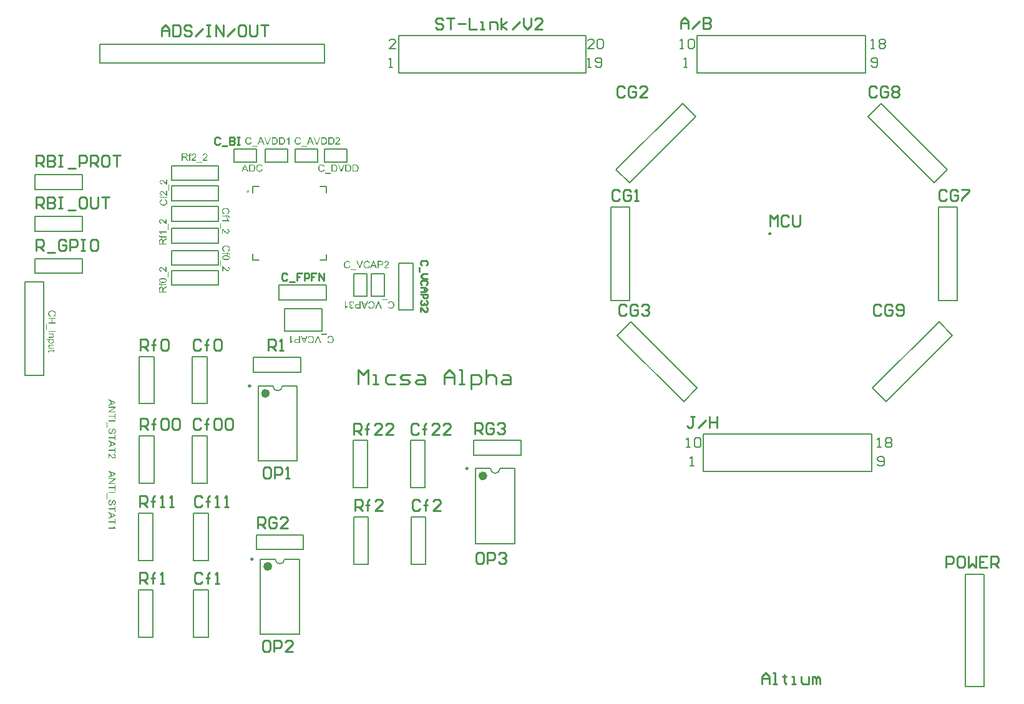
<source format=gto>
G04*
G04 #@! TF.GenerationSoftware,Altium Limited,Altium Designer,18.0.12 (696)*
G04*
G04 Layer_Color=65535*
%FSLAX23Y23*%
%MOIN*%
G70*
G01*
G75*
%ADD10C,0.024*%
%ADD11C,0.010*%
%ADD12C,0.008*%
%ADD13C,0.000*%
%ADD14C,0.005*%
%ADD15C,0.010*%
%ADD16C,0.008*%
G36*
X564Y1651D02*
Y1645D01*
X526Y1629D01*
Y1635D01*
X537Y1640D01*
Y1656D01*
X526Y1660D01*
Y1665D01*
X564Y1651D01*
D02*
G37*
G36*
Y1620D02*
X534Y1600D01*
X564D01*
Y1595D01*
X526D01*
Y1600D01*
X556Y1620D01*
X526D01*
Y1625D01*
X564D01*
Y1620D01*
D02*
G37*
G36*
Y1559D02*
X559D01*
Y1572D01*
X526D01*
Y1577D01*
X559D01*
Y1589D01*
X564D01*
Y1559D01*
D02*
G37*
G36*
Y1548D02*
X526D01*
Y1553D01*
X564D01*
Y1548D01*
D02*
G37*
G36*
X518Y1512D02*
X515D01*
Y1544D01*
X518D01*
Y1512D01*
D02*
G37*
G36*
X538Y1506D02*
X538D01*
X538D01*
X538Y1506D01*
X538D01*
X537Y1506D01*
X537Y1506D01*
X536Y1505D01*
X535Y1505D01*
X534Y1505D01*
X534Y1504D01*
X533Y1504D01*
X533Y1504D01*
X533Y1504D01*
X533Y1503D01*
X532Y1503D01*
X532Y1502D01*
X531Y1501D01*
X531Y1500D01*
Y1500D01*
X531Y1500D01*
X530Y1500D01*
X530Y1500D01*
X530Y1500D01*
X530Y1499D01*
X530Y1499D01*
X530Y1498D01*
X530Y1497D01*
X530Y1496D01*
X529Y1495D01*
Y1494D01*
X530Y1493D01*
X530Y1493D01*
X530Y1492D01*
X530Y1491D01*
X530Y1490D01*
X530Y1489D01*
Y1489D01*
X530Y1489D01*
X530Y1489D01*
X531Y1489D01*
X531Y1488D01*
X531Y1488D01*
X532Y1487D01*
X532Y1487D01*
X533Y1486D01*
X533Y1486D01*
X533Y1486D01*
X533Y1486D01*
X534Y1486D01*
X534Y1485D01*
X535Y1485D01*
X535Y1485D01*
X536Y1485D01*
X536D01*
X536D01*
X537Y1485D01*
X537Y1485D01*
X538Y1485D01*
X538Y1485D01*
X539Y1486D01*
X539Y1486D01*
X539Y1486D01*
X539Y1486D01*
X540Y1487D01*
X540Y1487D01*
X540Y1487D01*
X541Y1488D01*
X541Y1489D01*
X541Y1490D01*
X541Y1490D01*
X541Y1490D01*
X542Y1490D01*
X542Y1490D01*
X542Y1491D01*
X542Y1491D01*
X542Y1491D01*
X542Y1492D01*
X542Y1492D01*
X542Y1493D01*
X543Y1494D01*
X543Y1495D01*
X543Y1495D01*
X543Y1496D01*
Y1496D01*
X543Y1497D01*
X543Y1497D01*
X543Y1497D01*
X544Y1498D01*
X544Y1498D01*
X544Y1499D01*
X544Y1500D01*
X545Y1502D01*
X545Y1503D01*
X545Y1503D01*
X546Y1504D01*
Y1504D01*
X546Y1504D01*
X546Y1504D01*
X546Y1504D01*
X546Y1505D01*
X547Y1505D01*
X547Y1506D01*
X548Y1507D01*
X548Y1507D01*
X549Y1508D01*
X549D01*
X549Y1508D01*
X550Y1508D01*
X550Y1508D01*
X551Y1509D01*
X551Y1509D01*
X552Y1509D01*
X553Y1509D01*
X554Y1509D01*
X554D01*
X554D01*
X554D01*
X555Y1509D01*
X555Y1509D01*
X556Y1509D01*
X557Y1509D01*
X558Y1508D01*
X559Y1508D01*
X559Y1508D01*
X560D01*
X560Y1507D01*
X560Y1507D01*
X560Y1507D01*
X561Y1506D01*
X562Y1506D01*
X562Y1505D01*
X563Y1504D01*
X563Y1503D01*
Y1503D01*
X563Y1503D01*
X563Y1502D01*
X564Y1502D01*
X564Y1502D01*
X564Y1502D01*
X564Y1501D01*
X564Y1501D01*
X564Y1500D01*
X564Y1498D01*
X565Y1497D01*
X565Y1496D01*
Y1495D01*
X565Y1495D01*
Y1494D01*
X565Y1494D01*
X565Y1493D01*
X564Y1492D01*
X564Y1491D01*
X564Y1489D01*
X563Y1488D01*
Y1488D01*
X563Y1488D01*
X563Y1488D01*
X563Y1488D01*
X563Y1487D01*
X562Y1486D01*
X562Y1485D01*
X561Y1485D01*
X560Y1484D01*
X559Y1483D01*
X559D01*
X559Y1483D01*
X559Y1483D01*
X559Y1483D01*
X558Y1483D01*
X558Y1483D01*
X557Y1482D01*
X557Y1482D01*
X556Y1482D01*
X554Y1481D01*
X553Y1481D01*
X553Y1486D01*
X553D01*
X553D01*
X553Y1486D01*
X553Y1486D01*
X554Y1486D01*
X554Y1486D01*
X555Y1487D01*
X556Y1487D01*
X557Y1487D01*
X558Y1488D01*
X558Y1489D01*
X558Y1489D01*
X558Y1489D01*
X559Y1489D01*
X559Y1489D01*
X559Y1490D01*
X559Y1490D01*
X559Y1490D01*
X559Y1491D01*
X560Y1491D01*
X560Y1492D01*
X560Y1493D01*
X560Y1493D01*
X560Y1494D01*
X560Y1495D01*
Y1496D01*
X560Y1497D01*
X560Y1497D01*
X560Y1498D01*
X560Y1499D01*
X559Y1500D01*
X559Y1501D01*
X559Y1502D01*
X558Y1502D01*
X558Y1502D01*
X558Y1503D01*
X558Y1503D01*
X557Y1503D01*
X557Y1504D01*
X556Y1504D01*
X555Y1504D01*
X554Y1504D01*
X554D01*
X554D01*
X554Y1504D01*
X553Y1504D01*
X553Y1504D01*
X552Y1504D01*
X551Y1503D01*
X551Y1503D01*
X551Y1503D01*
X551Y1503D01*
X551Y1502D01*
X551Y1502D01*
X550Y1502D01*
X550Y1502D01*
X550Y1501D01*
X550Y1501D01*
X550Y1500D01*
X549Y1500D01*
X549Y1499D01*
X549Y1498D01*
X549Y1497D01*
X548Y1496D01*
X548Y1495D01*
Y1495D01*
X548Y1495D01*
X548Y1495D01*
X548Y1494D01*
X548Y1494D01*
X548Y1493D01*
X548Y1492D01*
X547Y1492D01*
X547Y1490D01*
X547Y1489D01*
X546Y1488D01*
X546Y1488D01*
X546Y1487D01*
X546Y1487D01*
Y1487D01*
X546Y1487D01*
X546Y1486D01*
X545Y1486D01*
X545Y1486D01*
X545Y1485D01*
X544Y1484D01*
X543Y1483D01*
X543Y1482D01*
X542Y1482D01*
X542D01*
X542Y1482D01*
X542Y1482D01*
X541Y1481D01*
X541Y1481D01*
X540Y1481D01*
X539Y1481D01*
X539Y1480D01*
X538Y1480D01*
X536Y1480D01*
X536D01*
X536D01*
X536D01*
X536Y1480D01*
X536D01*
X535Y1480D01*
X535Y1480D01*
X534Y1481D01*
X533Y1481D01*
X532Y1481D01*
X531Y1482D01*
X531D01*
X531Y1482D01*
X530Y1482D01*
X530Y1482D01*
X530Y1483D01*
X529Y1483D01*
X528Y1484D01*
X528Y1485D01*
X527Y1486D01*
X526Y1487D01*
Y1487D01*
X526Y1487D01*
X526Y1487D01*
X526Y1487D01*
X526Y1488D01*
X526Y1488D01*
X526Y1489D01*
X526Y1489D01*
X525Y1490D01*
X525Y1491D01*
X525Y1493D01*
X525Y1494D01*
Y1495D01*
X525Y1495D01*
Y1496D01*
X525Y1496D01*
X525Y1497D01*
X525Y1497D01*
X525Y1499D01*
X526Y1500D01*
X526Y1502D01*
X526Y1503D01*
Y1503D01*
X526Y1503D01*
X527Y1503D01*
X527Y1504D01*
X527Y1504D01*
X527Y1504D01*
X528Y1505D01*
X528Y1506D01*
X529Y1507D01*
X530Y1508D01*
X531Y1509D01*
X531D01*
X531Y1509D01*
X531Y1509D01*
X532Y1509D01*
X532Y1509D01*
X532Y1509D01*
X533Y1509D01*
X533Y1510D01*
X534Y1510D01*
X535Y1510D01*
X537Y1511D01*
X538Y1511D01*
X538Y1506D01*
D02*
G37*
G36*
X564Y1446D02*
X559D01*
Y1458D01*
X526D01*
Y1463D01*
X559D01*
Y1476D01*
X564D01*
Y1446D01*
D02*
G37*
G36*
Y1430D02*
Y1424D01*
X526Y1409D01*
Y1414D01*
X537Y1419D01*
Y1435D01*
X526Y1439D01*
Y1445D01*
X564Y1430D01*
D02*
G37*
G36*
Y1377D02*
X559D01*
Y1390D01*
X526D01*
Y1395D01*
X559D01*
Y1407D01*
X564D01*
Y1377D01*
D02*
G37*
G36*
X527Y1374D02*
X527Y1374D01*
X528Y1374D01*
X528Y1374D01*
X529Y1374D01*
X529D01*
X529Y1374D01*
X529Y1374D01*
X529Y1374D01*
X530Y1373D01*
X530Y1373D01*
X531Y1373D01*
X532Y1372D01*
X533Y1371D01*
X534Y1371D01*
X534Y1371D01*
X534Y1371D01*
X534Y1370D01*
X534Y1370D01*
X535Y1370D01*
X536Y1369D01*
X536Y1368D01*
X537Y1367D01*
X539Y1366D01*
X540Y1364D01*
X540Y1364D01*
X540Y1364D01*
X540Y1364D01*
X541Y1363D01*
X541Y1363D01*
X542Y1362D01*
X542Y1362D01*
X543Y1361D01*
X544Y1360D01*
X545Y1358D01*
X546Y1358D01*
X547Y1357D01*
X547Y1356D01*
X548Y1356D01*
X548Y1356D01*
X548Y1356D01*
X548Y1356D01*
X548Y1356D01*
X549Y1356D01*
X549Y1355D01*
X550Y1355D01*
X551Y1354D01*
X552Y1354D01*
X553Y1354D01*
X553Y1354D01*
X554D01*
X554D01*
X554D01*
X554D01*
X554Y1354D01*
X555Y1354D01*
X555Y1354D01*
X556Y1354D01*
X557Y1355D01*
X558Y1355D01*
X558Y1356D01*
X558Y1356D01*
X559Y1356D01*
X559Y1357D01*
X559Y1357D01*
X560Y1358D01*
X560Y1359D01*
X560Y1360D01*
X560Y1361D01*
Y1361D01*
X560Y1362D01*
Y1362D01*
X560Y1362D01*
X560Y1363D01*
X560Y1364D01*
X559Y1365D01*
X559Y1366D01*
X558Y1367D01*
X558Y1367D01*
X558Y1367D01*
X557Y1367D01*
X557Y1368D01*
X556Y1368D01*
X555Y1368D01*
X554Y1368D01*
X553Y1369D01*
X553Y1373D01*
X553D01*
X553Y1373D01*
X554D01*
X554Y1373D01*
X554Y1373D01*
X555Y1373D01*
X556Y1373D01*
X556Y1373D01*
X557Y1372D01*
X558Y1372D01*
X559Y1372D01*
X560Y1371D01*
X560Y1371D01*
X561Y1370D01*
X561Y1370D01*
X561Y1370D01*
X561Y1370D01*
X562Y1369D01*
X562Y1369D01*
X562Y1369D01*
X562Y1368D01*
X562Y1368D01*
X563Y1367D01*
X563Y1367D01*
X563Y1366D01*
X564Y1365D01*
X564Y1365D01*
X564Y1364D01*
X564Y1363D01*
X564Y1362D01*
X564Y1361D01*
Y1360D01*
X564Y1360D01*
X564Y1360D01*
X564Y1359D01*
X564Y1358D01*
X564Y1358D01*
X563Y1356D01*
X563Y1356D01*
X563Y1355D01*
X563Y1354D01*
X562Y1353D01*
X562Y1353D01*
X561Y1352D01*
X561Y1352D01*
X561Y1352D01*
X561Y1352D01*
X561Y1352D01*
X560Y1351D01*
X560Y1351D01*
X559Y1351D01*
X559Y1351D01*
X558Y1350D01*
X558Y1350D01*
X557Y1349D01*
X556Y1349D01*
X555Y1349D01*
X554Y1349D01*
X553Y1349D01*
X553D01*
X553D01*
X553Y1349D01*
X552Y1349D01*
X551Y1349D01*
X551Y1349D01*
X550Y1350D01*
X549Y1350D01*
X549Y1350D01*
X549Y1350D01*
X548Y1350D01*
X548Y1351D01*
X547Y1351D01*
X546Y1352D01*
X545Y1352D01*
X544Y1353D01*
X544D01*
X544Y1353D01*
X544Y1353D01*
X544Y1353D01*
X544Y1354D01*
X543Y1354D01*
X543Y1354D01*
X542Y1355D01*
X542Y1355D01*
X542Y1356D01*
X541Y1356D01*
X540Y1357D01*
X540Y1358D01*
X539Y1359D01*
X538Y1359D01*
X537Y1360D01*
X537Y1360D01*
X537Y1361D01*
X537Y1361D01*
X537Y1361D01*
X537Y1361D01*
X536Y1362D01*
X536Y1363D01*
X535Y1364D01*
X534Y1364D01*
X534Y1365D01*
X533Y1365D01*
X533Y1366D01*
X533Y1366D01*
X533Y1366D01*
X532Y1366D01*
X532Y1366D01*
X532Y1366D01*
X531Y1367D01*
X531Y1367D01*
X530Y1368D01*
Y1349D01*
X526D01*
Y1374D01*
X526D01*
X526D01*
X526D01*
X527Y1374D01*
D02*
G37*
G36*
X1334Y2921D02*
X1334Y2921D01*
X1335Y2921D01*
X1335Y2921D01*
X1336Y2921D01*
X1338Y2920D01*
X1338Y2920D01*
X1339Y2920D01*
X1340Y2920D01*
X1341Y2919D01*
X1342Y2919D01*
X1342Y2918D01*
X1342Y2918D01*
X1343Y2918D01*
X1343Y2918D01*
X1343Y2918D01*
X1343Y2917D01*
X1344Y2917D01*
X1344Y2917D01*
X1345Y2916D01*
X1345Y2915D01*
X1346Y2915D01*
X1346Y2914D01*
X1346Y2913D01*
X1347Y2913D01*
X1347Y2912D01*
X1348Y2911D01*
X1348Y2910D01*
X1343Y2909D01*
Y2909D01*
X1343Y2909D01*
X1343Y2909D01*
X1343Y2909D01*
X1343Y2910D01*
X1342Y2910D01*
X1342Y2911D01*
X1341Y2912D01*
X1341Y2913D01*
X1340Y2914D01*
X1340Y2914D01*
X1339Y2915D01*
X1339D01*
X1339Y2915D01*
X1339Y2915D01*
X1339Y2915D01*
X1338Y2915D01*
X1338Y2915D01*
X1337Y2916D01*
X1336Y2916D01*
X1335Y2916D01*
X1334Y2917D01*
X1333Y2917D01*
X1332D01*
X1332Y2917D01*
X1332D01*
X1331Y2917D01*
X1331Y2917D01*
X1330Y2917D01*
X1329Y2916D01*
X1328Y2916D01*
X1326Y2915D01*
X1326Y2915D01*
X1325Y2915D01*
X1325D01*
X1325Y2914D01*
X1325Y2914D01*
X1325Y2914D01*
X1324Y2914D01*
X1324Y2913D01*
X1323Y2912D01*
X1322Y2911D01*
X1322Y2910D01*
X1321Y2909D01*
Y2909D01*
X1321Y2909D01*
X1321Y2909D01*
X1321Y2908D01*
X1321Y2908D01*
X1321Y2908D01*
X1321Y2907D01*
X1320Y2907D01*
X1320Y2905D01*
X1320Y2904D01*
X1320Y2903D01*
X1320Y2901D01*
Y2901D01*
Y2901D01*
Y2901D01*
Y2901D01*
X1320Y2900D01*
X1320Y2900D01*
Y2899D01*
X1320Y2899D01*
X1320Y2897D01*
X1320Y2896D01*
X1321Y2894D01*
X1321Y2893D01*
Y2893D01*
X1321Y2893D01*
X1321Y2893D01*
X1322Y2892D01*
X1322Y2892D01*
X1322Y2892D01*
X1322Y2891D01*
X1323Y2890D01*
X1324Y2889D01*
X1325Y2888D01*
X1326Y2888D01*
X1326D01*
X1326Y2887D01*
X1326Y2887D01*
X1326Y2887D01*
X1326Y2887D01*
X1327Y2887D01*
X1328Y2887D01*
X1329Y2886D01*
X1330Y2886D01*
X1331Y2886D01*
X1332Y2886D01*
X1333D01*
X1333Y2886D01*
X1333Y2886D01*
X1334Y2886D01*
X1334Y2886D01*
X1335Y2886D01*
X1336Y2886D01*
X1337Y2887D01*
X1338Y2887D01*
X1338Y2887D01*
X1339Y2888D01*
X1339Y2888D01*
X1340Y2888D01*
X1340Y2888D01*
X1340Y2888D01*
X1340Y2889D01*
X1340Y2889D01*
X1340Y2889D01*
X1341Y2890D01*
X1341Y2890D01*
X1341Y2890D01*
X1342Y2891D01*
X1342Y2892D01*
X1342Y2892D01*
X1343Y2893D01*
X1343Y2894D01*
X1343Y2895D01*
X1344Y2895D01*
X1349Y2894D01*
Y2894D01*
X1349Y2894D01*
X1348Y2894D01*
X1348Y2893D01*
X1348Y2893D01*
X1348Y2892D01*
X1348Y2891D01*
X1347Y2891D01*
X1347Y2890D01*
X1346Y2889D01*
X1346Y2888D01*
X1345Y2888D01*
X1345Y2887D01*
X1344Y2886D01*
X1344Y2885D01*
X1343Y2885D01*
X1343Y2885D01*
X1343Y2884D01*
X1342Y2884D01*
X1342Y2884D01*
X1342Y2884D01*
X1341Y2884D01*
X1341Y2883D01*
X1340Y2883D01*
X1339Y2883D01*
X1339Y2882D01*
X1338Y2882D01*
X1337Y2882D01*
X1336Y2882D01*
X1335Y2882D01*
X1334Y2881D01*
X1333Y2881D01*
X1332D01*
X1332Y2881D01*
X1331Y2881D01*
X1330Y2882D01*
X1330Y2882D01*
X1329Y2882D01*
X1327Y2882D01*
X1326Y2882D01*
X1325Y2883D01*
X1324Y2883D01*
X1323Y2883D01*
X1323Y2884D01*
X1322Y2884D01*
X1322Y2884D01*
X1322Y2884D01*
X1322Y2884D01*
X1322Y2885D01*
X1321Y2885D01*
X1321Y2885D01*
X1320Y2886D01*
X1320Y2886D01*
X1319Y2887D01*
X1319Y2887D01*
X1318Y2888D01*
X1318Y2889D01*
X1317Y2889D01*
X1317Y2890D01*
X1317Y2891D01*
Y2891D01*
X1316Y2891D01*
X1316Y2892D01*
X1316Y2892D01*
X1316Y2892D01*
X1316Y2893D01*
X1316Y2894D01*
X1316Y2894D01*
X1315Y2895D01*
X1315Y2896D01*
X1315Y2897D01*
X1315Y2898D01*
X1315Y2899D01*
X1315Y2901D01*
Y2902D01*
Y2902D01*
Y2902D01*
X1315Y2902D01*
Y2903D01*
X1315Y2904D01*
X1315Y2904D01*
X1315Y2905D01*
X1315Y2906D01*
X1315Y2907D01*
X1316Y2908D01*
X1316Y2910D01*
X1316Y2911D01*
X1317Y2912D01*
X1317Y2912D01*
X1317Y2912D01*
X1317Y2912D01*
X1317Y2913D01*
X1317Y2913D01*
X1318Y2914D01*
X1318Y2914D01*
X1319Y2914D01*
X1319Y2916D01*
X1321Y2917D01*
X1322Y2918D01*
X1323Y2918D01*
X1323Y2919D01*
X1323Y2919D01*
X1324Y2919D01*
X1324Y2919D01*
X1324Y2919D01*
X1325Y2919D01*
X1325Y2920D01*
X1326Y2920D01*
X1326Y2920D01*
X1327Y2920D01*
X1328Y2920D01*
X1329Y2921D01*
X1331Y2921D01*
X1332Y2921D01*
X1333D01*
X1334Y2921D01*
D02*
G37*
G36*
X1292Y2920D02*
X1293D01*
X1294Y2920D01*
X1295Y2920D01*
X1296Y2920D01*
X1297Y2920D01*
X1297D01*
X1297Y2920D01*
X1298Y2920D01*
X1298Y2920D01*
X1298Y2920D01*
X1299Y2920D01*
X1299Y2919D01*
X1300Y2919D01*
X1301Y2918D01*
X1302Y2918D01*
X1303Y2917D01*
X1303Y2917D01*
X1303Y2917D01*
X1303Y2917D01*
X1303Y2917D01*
X1304Y2916D01*
X1304Y2916D01*
X1304Y2916D01*
X1305Y2915D01*
X1305Y2914D01*
X1306Y2913D01*
X1307Y2912D01*
X1308Y2911D01*
Y2911D01*
X1308Y2910D01*
X1308Y2910D01*
X1308Y2910D01*
X1308Y2909D01*
X1308Y2909D01*
X1308Y2908D01*
X1308Y2908D01*
X1308Y2907D01*
X1309Y2907D01*
X1309Y2906D01*
X1309Y2905D01*
X1309Y2903D01*
X1309Y2901D01*
Y2901D01*
Y2901D01*
Y2901D01*
Y2901D01*
X1309Y2900D01*
Y2900D01*
X1309Y2899D01*
X1309Y2899D01*
X1309Y2898D01*
X1309Y2896D01*
X1308Y2895D01*
X1308Y2894D01*
Y2894D01*
X1308Y2894D01*
X1308Y2893D01*
X1308Y2893D01*
X1308Y2893D01*
X1308Y2892D01*
X1307Y2892D01*
X1307Y2891D01*
X1307Y2890D01*
X1306Y2889D01*
X1305Y2888D01*
X1305Y2888D01*
X1305Y2888D01*
X1305Y2887D01*
X1304Y2887D01*
X1304Y2886D01*
X1303Y2886D01*
X1303Y2885D01*
X1302Y2885D01*
X1302Y2885D01*
X1302Y2884D01*
X1301Y2884D01*
X1301Y2884D01*
X1300Y2884D01*
X1299Y2883D01*
X1298Y2883D01*
X1297Y2883D01*
X1297D01*
X1297Y2883D01*
X1297D01*
X1297Y2883D01*
X1297Y2882D01*
X1296Y2882D01*
X1296Y2882D01*
X1295Y2882D01*
X1294Y2882D01*
X1292Y2882D01*
X1291Y2882D01*
X1277D01*
Y2920D01*
X1292D01*
X1292Y2920D01*
D02*
G37*
G36*
X1273Y2882D02*
X1267D01*
X1263Y2894D01*
X1247D01*
X1243Y2882D01*
X1237D01*
X1252Y2920D01*
X1257D01*
X1273Y2882D01*
D02*
G37*
G36*
X1693Y2011D02*
X1662D01*
Y2015D01*
X1693D01*
Y2011D01*
D02*
G37*
G36*
X1573Y1965D02*
X1568D01*
X1552Y2004D01*
X1558D01*
X1562Y1992D01*
X1578D01*
X1582Y2004D01*
X1588D01*
X1573Y1965D01*
D02*
G37*
G36*
X1711Y2005D02*
X1712Y2004D01*
X1712Y2004D01*
X1713Y2004D01*
X1714Y2004D01*
X1715Y2004D01*
X1717Y2004D01*
X1718Y2003D01*
X1719Y2003D01*
X1720Y2003D01*
X1720Y2002D01*
X1720Y2002D01*
X1721Y2002D01*
X1721Y2002D01*
X1721Y2002D01*
X1721Y2001D01*
X1722Y2001D01*
X1722Y2001D01*
X1723Y2000D01*
X1723Y2000D01*
X1724Y1999D01*
X1724Y1999D01*
X1725Y1998D01*
X1725Y1997D01*
X1725Y1996D01*
X1726Y1996D01*
X1726Y1995D01*
Y1995D01*
X1726Y1995D01*
X1727Y1994D01*
X1727Y1994D01*
X1727Y1993D01*
X1727Y1993D01*
X1727Y1992D01*
X1727Y1992D01*
X1728Y1991D01*
X1728Y1990D01*
X1728Y1989D01*
X1728Y1988D01*
X1728Y1986D01*
X1728Y1984D01*
Y1984D01*
Y1984D01*
Y1984D01*
X1728Y1983D01*
Y1983D01*
X1728Y1982D01*
X1728Y1982D01*
X1728Y1981D01*
X1728Y1980D01*
X1728Y1979D01*
X1727Y1977D01*
X1727Y1976D01*
X1726Y1975D01*
X1726Y1974D01*
X1726Y1974D01*
X1726Y1974D01*
X1726Y1974D01*
X1726Y1973D01*
X1725Y1973D01*
X1725Y1972D01*
X1725Y1972D01*
X1724Y1971D01*
X1723Y1970D01*
X1722Y1969D01*
X1721Y1968D01*
X1720Y1968D01*
X1720Y1967D01*
X1719Y1967D01*
X1719Y1967D01*
X1719Y1967D01*
X1719Y1967D01*
X1718Y1967D01*
X1718Y1966D01*
X1717Y1966D01*
X1717Y1966D01*
X1716Y1966D01*
X1715Y1966D01*
X1714Y1965D01*
X1712Y1965D01*
X1711Y1965D01*
X1710D01*
X1709Y1965D01*
X1709Y1965D01*
X1708Y1965D01*
X1707Y1965D01*
X1707Y1965D01*
X1705Y1966D01*
X1704Y1966D01*
X1704Y1966D01*
X1703Y1966D01*
X1702Y1967D01*
X1701Y1967D01*
X1700Y1968D01*
X1700Y1968D01*
X1700Y1968D01*
X1700Y1968D01*
X1700Y1968D01*
X1700Y1969D01*
X1699Y1969D01*
X1699Y1969D01*
X1698Y1970D01*
X1698Y1970D01*
X1697Y1971D01*
X1697Y1972D01*
X1696Y1972D01*
X1696Y1973D01*
X1696Y1974D01*
X1695Y1975D01*
X1695Y1976D01*
X1700Y1977D01*
Y1977D01*
X1700Y1977D01*
X1700Y1977D01*
X1700Y1977D01*
X1700Y1976D01*
X1700Y1976D01*
X1701Y1975D01*
X1701Y1974D01*
X1702Y1973D01*
X1703Y1972D01*
X1703Y1972D01*
X1704Y1971D01*
X1704D01*
X1704Y1971D01*
X1704Y1971D01*
X1704Y1971D01*
X1705Y1971D01*
X1705Y1971D01*
X1706Y1970D01*
X1707Y1970D01*
X1708Y1969D01*
X1709Y1969D01*
X1710Y1969D01*
X1711D01*
X1711Y1969D01*
X1711D01*
X1712Y1969D01*
X1712Y1969D01*
X1713Y1969D01*
X1714Y1970D01*
X1715Y1970D01*
X1717Y1971D01*
X1717Y1971D01*
X1718Y1971D01*
X1718D01*
X1718Y1971D01*
X1718Y1972D01*
X1718Y1972D01*
X1719Y1972D01*
X1719Y1973D01*
X1720Y1974D01*
X1721Y1975D01*
X1721Y1976D01*
X1722Y1977D01*
Y1977D01*
X1722Y1977D01*
X1722Y1977D01*
X1722Y1978D01*
X1722Y1978D01*
X1722Y1978D01*
X1722Y1979D01*
X1722Y1979D01*
X1723Y1980D01*
X1723Y1982D01*
X1723Y1983D01*
X1723Y1984D01*
Y1984D01*
Y1985D01*
Y1985D01*
Y1985D01*
X1723Y1986D01*
X1723Y1986D01*
Y1987D01*
X1723Y1987D01*
X1723Y1989D01*
X1722Y1990D01*
X1722Y1992D01*
X1722Y1993D01*
Y1993D01*
X1722Y1993D01*
X1722Y1993D01*
X1721Y1994D01*
X1721Y1994D01*
X1721Y1994D01*
X1721Y1995D01*
X1720Y1996D01*
X1719Y1997D01*
X1718Y1998D01*
X1717Y1998D01*
X1717D01*
X1717Y1999D01*
X1717Y1999D01*
X1717Y1999D01*
X1716Y1999D01*
X1716Y1999D01*
X1715Y1999D01*
X1714Y2000D01*
X1713Y2000D01*
X1712Y2000D01*
X1711Y2000D01*
X1710D01*
X1710Y2000D01*
X1710Y2000D01*
X1709Y2000D01*
X1709Y2000D01*
X1708Y2000D01*
X1707Y2000D01*
X1706Y1999D01*
X1705Y1999D01*
X1705Y1999D01*
X1704Y1998D01*
X1703Y1998D01*
X1703Y1998D01*
X1703Y1998D01*
X1703Y1998D01*
X1703Y1997D01*
X1703Y1997D01*
X1702Y1997D01*
X1702Y1996D01*
X1702Y1996D01*
X1701Y1995D01*
X1701Y1995D01*
X1701Y1994D01*
X1700Y1994D01*
X1700Y1993D01*
X1700Y1992D01*
X1700Y1991D01*
X1699Y1990D01*
X1694Y1992D01*
Y1992D01*
X1694Y1992D01*
X1694Y1992D01*
X1695Y1993D01*
X1695Y1993D01*
X1695Y1994D01*
X1695Y1995D01*
X1696Y1995D01*
X1696Y1996D01*
X1696Y1997D01*
X1697Y1998D01*
X1697Y1998D01*
X1698Y1999D01*
X1699Y2000D01*
X1699Y2001D01*
X1700Y2001D01*
X1700Y2001D01*
X1700Y2001D01*
X1700Y2002D01*
X1701Y2002D01*
X1701Y2002D01*
X1702Y2002D01*
X1702Y2003D01*
X1703Y2003D01*
X1704Y2003D01*
X1704Y2004D01*
X1705Y2004D01*
X1706Y2004D01*
X1707Y2004D01*
X1708Y2004D01*
X1709Y2005D01*
X1710Y2005D01*
X1711D01*
X1711Y2005D01*
D02*
G37*
G36*
X1607D02*
X1607Y2004D01*
X1608Y2004D01*
X1609Y2004D01*
X1609Y2004D01*
X1611Y2004D01*
X1613Y2004D01*
X1614Y2003D01*
X1614Y2003D01*
X1615Y2003D01*
X1616Y2002D01*
X1616Y2002D01*
X1616Y2002D01*
X1616Y2002D01*
X1617Y2002D01*
X1617Y2001D01*
X1617Y2001D01*
X1618Y2001D01*
X1618Y2000D01*
X1619Y2000D01*
X1619Y1999D01*
X1620Y1999D01*
X1620Y1998D01*
X1621Y1997D01*
X1621Y1996D01*
X1621Y1996D01*
X1622Y1995D01*
Y1995D01*
X1622Y1995D01*
X1622Y1994D01*
X1622Y1994D01*
X1622Y1993D01*
X1623Y1993D01*
X1623Y1992D01*
X1623Y1992D01*
X1623Y1991D01*
X1623Y1990D01*
X1623Y1989D01*
X1624Y1988D01*
X1624Y1986D01*
X1624Y1984D01*
Y1984D01*
Y1984D01*
Y1984D01*
X1624Y1983D01*
Y1983D01*
X1624Y1982D01*
X1624Y1982D01*
X1624Y1981D01*
X1623Y1980D01*
X1623Y1979D01*
X1623Y1977D01*
X1622Y1976D01*
X1622Y1975D01*
X1622Y1974D01*
X1622Y1974D01*
X1622Y1974D01*
X1621Y1974D01*
X1621Y1973D01*
X1621Y1973D01*
X1621Y1972D01*
X1620Y1972D01*
X1620Y1971D01*
X1619Y1970D01*
X1618Y1969D01*
X1617Y1968D01*
X1616Y1968D01*
X1615Y1967D01*
X1615Y1967D01*
X1615Y1967D01*
X1615Y1967D01*
X1614Y1967D01*
X1614Y1967D01*
X1613Y1966D01*
X1613Y1966D01*
X1612Y1966D01*
X1612Y1966D01*
X1611Y1966D01*
X1609Y1965D01*
X1608Y1965D01*
X1607Y1965D01*
X1605D01*
X1605Y1965D01*
X1604Y1965D01*
X1604Y1965D01*
X1603Y1965D01*
X1602Y1965D01*
X1601Y1966D01*
X1600Y1966D01*
X1599Y1966D01*
X1598Y1966D01*
X1598Y1967D01*
X1597Y1967D01*
X1596Y1968D01*
X1596Y1968D01*
X1596Y1968D01*
X1596Y1968D01*
X1595Y1968D01*
X1595Y1969D01*
X1595Y1969D01*
X1594Y1969D01*
X1594Y1970D01*
X1593Y1970D01*
X1593Y1971D01*
X1592Y1972D01*
X1592Y1972D01*
X1592Y1973D01*
X1591Y1974D01*
X1591Y1975D01*
X1590Y1976D01*
X1595Y1977D01*
Y1977D01*
X1596Y1977D01*
X1596Y1977D01*
X1596Y1977D01*
X1596Y1976D01*
X1596Y1976D01*
X1596Y1975D01*
X1597Y1974D01*
X1598Y1973D01*
X1598Y1972D01*
X1599Y1972D01*
X1599Y1971D01*
X1599D01*
X1599Y1971D01*
X1600Y1971D01*
X1600Y1971D01*
X1600Y1971D01*
X1600Y1971D01*
X1601Y1970D01*
X1602Y1970D01*
X1603Y1969D01*
X1604Y1969D01*
X1606Y1969D01*
X1606D01*
X1607Y1969D01*
X1607D01*
X1607Y1969D01*
X1608Y1969D01*
X1608Y1969D01*
X1610Y1970D01*
X1611Y1970D01*
X1612Y1971D01*
X1613Y1971D01*
X1613Y1971D01*
X1613D01*
X1613Y1971D01*
X1614Y1972D01*
X1614Y1972D01*
X1614Y1972D01*
X1615Y1973D01*
X1616Y1974D01*
X1616Y1975D01*
X1617Y1976D01*
X1617Y1977D01*
Y1977D01*
X1617Y1977D01*
X1618Y1977D01*
X1618Y1978D01*
X1618Y1978D01*
X1618Y1978D01*
X1618Y1979D01*
X1618Y1979D01*
X1618Y1980D01*
X1618Y1982D01*
X1619Y1983D01*
X1619Y1984D01*
Y1984D01*
Y1985D01*
Y1985D01*
Y1985D01*
X1619Y1986D01*
X1619Y1986D01*
Y1987D01*
X1618Y1987D01*
X1618Y1989D01*
X1618Y1990D01*
X1618Y1992D01*
X1617Y1993D01*
Y1993D01*
X1617Y1993D01*
X1617Y1993D01*
X1617Y1994D01*
X1617Y1994D01*
X1617Y1994D01*
X1616Y1995D01*
X1615Y1996D01*
X1615Y1997D01*
X1614Y1998D01*
X1613Y1998D01*
X1613D01*
X1613Y1999D01*
X1612Y1999D01*
X1612Y1999D01*
X1612Y1999D01*
X1612Y1999D01*
X1611Y1999D01*
X1610Y2000D01*
X1609Y2000D01*
X1608Y2000D01*
X1606Y2000D01*
X1606D01*
X1606Y2000D01*
X1605Y2000D01*
X1605Y2000D01*
X1604Y2000D01*
X1604Y2000D01*
X1603Y2000D01*
X1601Y1999D01*
X1601Y1999D01*
X1600Y1999D01*
X1600Y1998D01*
X1599Y1998D01*
X1599Y1998D01*
X1599Y1998D01*
X1599Y1998D01*
X1598Y1997D01*
X1598Y1997D01*
X1598Y1997D01*
X1598Y1996D01*
X1597Y1996D01*
X1597Y1995D01*
X1597Y1995D01*
X1596Y1994D01*
X1596Y1994D01*
X1596Y1993D01*
X1595Y1992D01*
X1595Y1991D01*
X1595Y1990D01*
X1590Y1992D01*
Y1992D01*
X1590Y1992D01*
X1590Y1992D01*
X1590Y1993D01*
X1590Y1993D01*
X1591Y1994D01*
X1591Y1995D01*
X1591Y1995D01*
X1592Y1996D01*
X1592Y1997D01*
X1592Y1998D01*
X1593Y1998D01*
X1594Y1999D01*
X1594Y2000D01*
X1595Y2001D01*
X1596Y2001D01*
X1596Y2001D01*
X1596Y2001D01*
X1596Y2002D01*
X1596Y2002D01*
X1597Y2002D01*
X1597Y2002D01*
X1598Y2003D01*
X1598Y2003D01*
X1599Y2003D01*
X1600Y2004D01*
X1601Y2004D01*
X1602Y2004D01*
X1603Y2004D01*
X1604Y2004D01*
X1605Y2005D01*
X1606Y2005D01*
X1606D01*
X1607Y2005D01*
D02*
G37*
G36*
X1662Y1965D02*
X1657D01*
X1647Y1993D01*
Y1993D01*
X1647Y1994D01*
X1646Y1994D01*
X1646Y1994D01*
X1646Y1994D01*
X1646Y1995D01*
X1646Y1995D01*
X1646Y1996D01*
X1645Y1997D01*
X1645Y1999D01*
X1645Y2000D01*
Y2000D01*
X1645Y2000D01*
X1644Y1999D01*
X1644Y1999D01*
X1644Y1999D01*
X1644Y1999D01*
X1644Y1998D01*
X1644Y1997D01*
X1643Y1996D01*
X1643Y1995D01*
X1642Y1993D01*
X1632Y1965D01*
X1627D01*
X1642Y2004D01*
X1647D01*
X1662Y1965D01*
D02*
G37*
G36*
X1548D02*
X1532D01*
X1531Y1966D01*
X1530Y1966D01*
X1529Y1966D01*
X1528Y1966D01*
X1527Y1966D01*
X1527D01*
X1527Y1966D01*
X1527Y1966D01*
X1526Y1966D01*
X1526Y1966D01*
X1525Y1967D01*
X1524Y1967D01*
X1524Y1967D01*
X1523Y1968D01*
X1523Y1968D01*
X1522Y1968D01*
X1522Y1968D01*
X1522Y1969D01*
X1521Y1969D01*
X1521Y1970D01*
X1520Y1971D01*
X1520Y1971D01*
Y1971D01*
X1520Y1971D01*
X1520Y1972D01*
X1519Y1972D01*
X1519Y1972D01*
X1519Y1973D01*
X1519Y1974D01*
X1519Y1975D01*
X1519Y1976D01*
X1518Y1977D01*
Y1977D01*
Y1977D01*
Y1977D01*
X1519Y1977D01*
X1519Y1978D01*
X1519Y1978D01*
X1519Y1979D01*
X1519Y1979D01*
X1519Y1981D01*
X1519Y1981D01*
X1520Y1982D01*
X1520Y1983D01*
X1521Y1984D01*
X1521Y1984D01*
X1522Y1985D01*
X1522Y1985D01*
X1522Y1985D01*
X1522Y1985D01*
X1522Y1985D01*
X1523Y1986D01*
X1523Y1986D01*
X1524Y1986D01*
X1524Y1987D01*
X1525Y1987D01*
X1526Y1987D01*
X1527Y1988D01*
X1528Y1988D01*
X1529Y1988D01*
X1530Y1988D01*
X1531Y1988D01*
X1533Y1988D01*
X1543D01*
Y2004D01*
X1548D01*
Y1965D01*
D02*
G37*
G36*
X1501Y1974D02*
X1501Y1974D01*
X1501Y1974D01*
X1502Y1974D01*
X1502Y1975D01*
X1503Y1975D01*
X1503Y1976D01*
X1504Y1977D01*
X1505Y1977D01*
X1505D01*
X1505Y1977D01*
X1506Y1977D01*
X1506Y1977D01*
X1506Y1978D01*
X1507Y1978D01*
X1508Y1978D01*
X1509Y1979D01*
X1509Y1979D01*
X1510Y1980D01*
Y1975D01*
X1510D01*
X1510Y1975D01*
X1510Y1975D01*
X1510Y1975D01*
X1509Y1974D01*
X1509Y1974D01*
X1508Y1974D01*
X1507Y1973D01*
X1506Y1972D01*
X1505Y1971D01*
X1503Y1970D01*
X1503Y1970D01*
X1503Y1970D01*
X1503Y1970D01*
X1503Y1970D01*
X1502Y1970D01*
X1502Y1969D01*
X1501Y1968D01*
X1500Y1967D01*
X1500Y1966D01*
X1499Y1965D01*
X1496D01*
Y2004D01*
X1501D01*
Y1974D01*
D02*
G37*
G36*
X2016Y2196D02*
X1985D01*
Y2200D01*
X2016D01*
Y2196D01*
D02*
G37*
G36*
X1825Y2190D02*
X1826Y2190D01*
X1826Y2189D01*
X1827Y2189D01*
X1827Y2189D01*
X1829Y2189D01*
X1829Y2189D01*
X1830Y2188D01*
X1831Y2188D01*
X1832Y2188D01*
X1832Y2187D01*
X1833Y2187D01*
X1833Y2187D01*
X1833Y2186D01*
X1833Y2186D01*
X1833Y2186D01*
X1834Y2186D01*
X1834Y2185D01*
X1834Y2185D01*
X1835Y2185D01*
X1835Y2184D01*
X1835Y2183D01*
X1836Y2183D01*
X1836Y2182D01*
X1836Y2181D01*
X1836Y2181D01*
X1837Y2180D01*
X1837Y2179D01*
X1832Y2178D01*
Y2178D01*
X1832Y2178D01*
X1832Y2179D01*
X1832Y2179D01*
X1832Y2179D01*
X1832Y2179D01*
X1831Y2180D01*
X1831Y2181D01*
X1831Y2182D01*
X1830Y2183D01*
X1830Y2184D01*
X1829Y2184D01*
X1829Y2184D01*
X1829Y2184D01*
X1829Y2185D01*
X1828Y2185D01*
X1827Y2185D01*
X1826Y2185D01*
X1826Y2186D01*
X1825Y2186D01*
X1824D01*
X1824Y2186D01*
X1824D01*
X1823Y2186D01*
X1823Y2185D01*
X1822Y2185D01*
X1821Y2185D01*
X1820Y2184D01*
X1819Y2184D01*
X1819Y2183D01*
X1819Y2183D01*
X1819Y2183D01*
X1819Y2183D01*
X1819Y2183D01*
X1818Y2183D01*
X1818Y2182D01*
X1817Y2181D01*
X1817Y2180D01*
X1817Y2179D01*
X1817Y2178D01*
Y2178D01*
Y2178D01*
Y2178D01*
Y2177D01*
X1817Y2177D01*
Y2177D01*
X1817Y2177D01*
X1817Y2176D01*
X1817Y2175D01*
X1817Y2174D01*
X1818Y2173D01*
X1818Y2173D01*
X1819Y2172D01*
X1819Y2172D01*
X1819Y2172D01*
X1820Y2172D01*
X1820Y2171D01*
X1821Y2171D01*
X1822Y2171D01*
X1823Y2170D01*
X1824Y2170D01*
X1825D01*
X1825Y2170D01*
X1826Y2170D01*
X1826Y2170D01*
X1827Y2171D01*
X1827Y2171D01*
X1827Y2167D01*
X1827D01*
X1827Y2167D01*
X1826Y2167D01*
X1826D01*
X1826Y2167D01*
X1825Y2167D01*
X1824Y2167D01*
X1824Y2166D01*
X1823Y2166D01*
X1822Y2166D01*
X1821Y2165D01*
X1821D01*
X1821Y2165D01*
X1820Y2165D01*
X1820Y2164D01*
X1820Y2164D01*
X1819Y2163D01*
X1819Y2162D01*
X1818Y2161D01*
X1818Y2161D01*
X1818Y2160D01*
Y2160D01*
Y2160D01*
X1818Y2160D01*
X1818Y2159D01*
X1819Y2159D01*
X1819Y2158D01*
X1819Y2157D01*
X1820Y2157D01*
X1820Y2156D01*
X1820Y2156D01*
X1820Y2156D01*
X1821Y2155D01*
X1821Y2155D01*
X1822Y2155D01*
X1823Y2155D01*
X1824Y2154D01*
X1825Y2154D01*
X1825D01*
X1825Y2154D01*
X1826Y2154D01*
X1826Y2154D01*
X1827Y2155D01*
X1828Y2155D01*
X1829Y2155D01*
X1829Y2156D01*
X1829Y2156D01*
X1830Y2156D01*
X1830Y2157D01*
X1830Y2157D01*
X1831Y2158D01*
X1831Y2159D01*
X1831Y2160D01*
X1832Y2161D01*
X1836Y2160D01*
Y2160D01*
X1836Y2160D01*
X1836Y2160D01*
X1836Y2160D01*
X1836Y2159D01*
X1836Y2159D01*
X1836Y2158D01*
X1835Y2158D01*
X1835Y2156D01*
X1834Y2155D01*
X1833Y2154D01*
X1833Y2154D01*
X1832Y2153D01*
X1832Y2153D01*
X1832Y2153D01*
X1832Y2153D01*
X1832Y2153D01*
X1832Y2152D01*
X1831Y2152D01*
X1831Y2152D01*
X1830Y2152D01*
X1830Y2151D01*
X1829Y2151D01*
X1828Y2151D01*
X1826Y2150D01*
X1826Y2150D01*
X1825Y2150D01*
X1824D01*
X1824Y2150D01*
X1824D01*
X1823Y2151D01*
X1822Y2151D01*
X1821Y2151D01*
X1820Y2151D01*
X1819Y2152D01*
X1819D01*
X1819Y2152D01*
X1819Y2152D01*
X1819Y2152D01*
X1818Y2152D01*
X1817Y2153D01*
X1817Y2153D01*
X1816Y2154D01*
X1815Y2155D01*
X1815Y2155D01*
Y2155D01*
X1815Y2156D01*
X1815Y2156D01*
X1814Y2156D01*
X1814Y2157D01*
X1814Y2158D01*
X1814Y2159D01*
X1814Y2159D01*
X1813Y2160D01*
Y2160D01*
Y2160D01*
Y2161D01*
X1814Y2161D01*
X1814Y2162D01*
X1814Y2163D01*
X1814Y2163D01*
X1814Y2164D01*
X1815Y2165D01*
X1815Y2165D01*
X1815Y2165D01*
X1815Y2166D01*
X1816Y2166D01*
X1816Y2167D01*
X1817Y2167D01*
X1818Y2168D01*
X1819Y2168D01*
X1819D01*
X1819Y2168D01*
X1818Y2168D01*
X1818Y2168D01*
X1818Y2168D01*
X1818Y2169D01*
X1817Y2169D01*
X1816Y2169D01*
X1815Y2170D01*
X1814Y2171D01*
X1813Y2171D01*
Y2172D01*
X1813Y2172D01*
X1813Y2172D01*
X1813Y2172D01*
X1813Y2172D01*
X1813Y2172D01*
X1813Y2173D01*
X1812Y2174D01*
X1812Y2175D01*
X1812Y2176D01*
X1812Y2178D01*
Y2178D01*
Y2178D01*
Y2178D01*
X1812Y2178D01*
X1812Y2179D01*
X1812Y2179D01*
X1812Y2180D01*
X1812Y2181D01*
X1812Y2181D01*
X1812Y2182D01*
X1813Y2183D01*
X1813Y2183D01*
X1814Y2184D01*
X1814Y2185D01*
X1815Y2186D01*
X1815Y2186D01*
X1815Y2186D01*
X1815Y2186D01*
X1816Y2186D01*
X1816Y2187D01*
X1816Y2187D01*
X1817Y2187D01*
X1817Y2188D01*
X1818Y2188D01*
X1818Y2188D01*
X1819Y2189D01*
X1820Y2189D01*
X1821Y2189D01*
X1822Y2189D01*
X1823Y2189D01*
X1823Y2190D01*
X1825Y2190D01*
X1825D01*
X1825Y2190D01*
D02*
G37*
G36*
X1896Y2151D02*
X1890D01*
X1875Y2189D01*
X1881D01*
X1885Y2177D01*
X1901D01*
X1905Y2189D01*
X1911D01*
X1896Y2151D01*
D02*
G37*
G36*
X2034Y2190D02*
X2035Y2190D01*
X2035Y2189D01*
X2036Y2189D01*
X2037Y2189D01*
X2038Y2189D01*
X2040Y2189D01*
X2041Y2188D01*
X2042Y2188D01*
X2042Y2188D01*
X2043Y2187D01*
X2043Y2187D01*
X2043Y2187D01*
X2044Y2187D01*
X2044Y2187D01*
X2044Y2186D01*
X2045Y2186D01*
X2045Y2186D01*
X2045Y2185D01*
X2046Y2185D01*
X2046Y2184D01*
X2047Y2184D01*
X2047Y2183D01*
X2048Y2182D01*
X2048Y2181D01*
X2049Y2181D01*
X2049Y2180D01*
Y2180D01*
X2049Y2180D01*
X2049Y2179D01*
X2049Y2179D01*
X2050Y2178D01*
X2050Y2178D01*
X2050Y2177D01*
X2050Y2177D01*
X2050Y2176D01*
X2051Y2175D01*
X2051Y2174D01*
X2051Y2173D01*
X2051Y2171D01*
X2051Y2169D01*
Y2169D01*
Y2169D01*
Y2169D01*
X2051Y2168D01*
Y2168D01*
X2051Y2167D01*
X2051Y2167D01*
X2051Y2166D01*
X2051Y2165D01*
X2051Y2164D01*
X2050Y2163D01*
X2050Y2161D01*
X2049Y2160D01*
X2049Y2159D01*
X2049Y2159D01*
X2049Y2159D01*
X2049Y2159D01*
X2048Y2158D01*
X2048Y2158D01*
X2048Y2157D01*
X2048Y2157D01*
X2047Y2156D01*
X2046Y2155D01*
X2045Y2154D01*
X2044Y2153D01*
X2043Y2153D01*
X2042Y2152D01*
X2042Y2152D01*
X2042Y2152D01*
X2042Y2152D01*
X2042Y2152D01*
X2041Y2152D01*
X2041Y2151D01*
X2040Y2151D01*
X2040Y2151D01*
X2039Y2151D01*
X2038Y2151D01*
X2037Y2150D01*
X2035Y2150D01*
X2034Y2150D01*
X2032D01*
X2032Y2150D01*
X2032Y2150D01*
X2031Y2150D01*
X2030Y2150D01*
X2030Y2150D01*
X2028Y2151D01*
X2027Y2151D01*
X2026Y2151D01*
X2026Y2151D01*
X2025Y2152D01*
X2024Y2152D01*
X2023Y2153D01*
X2023Y2153D01*
X2023Y2153D01*
X2023Y2153D01*
X2023Y2153D01*
X2022Y2154D01*
X2022Y2154D01*
X2022Y2154D01*
X2021Y2155D01*
X2021Y2156D01*
X2020Y2156D01*
X2020Y2157D01*
X2019Y2158D01*
X2019Y2158D01*
X2018Y2159D01*
X2018Y2160D01*
X2018Y2161D01*
X2023Y2162D01*
Y2162D01*
X2023Y2162D01*
X2023Y2162D01*
X2023Y2162D01*
X2023Y2161D01*
X2023Y2161D01*
X2024Y2160D01*
X2024Y2159D01*
X2025Y2158D01*
X2026Y2157D01*
X2026Y2157D01*
X2027Y2156D01*
X2027D01*
X2027Y2156D01*
X2027Y2156D01*
X2027Y2156D01*
X2027Y2156D01*
X2028Y2156D01*
X2028Y2155D01*
X2029Y2155D01*
X2030Y2155D01*
X2032Y2154D01*
X2033Y2154D01*
X2034D01*
X2034Y2154D01*
X2034D01*
X2035Y2154D01*
X2035Y2154D01*
X2036Y2154D01*
X2037Y2155D01*
X2038Y2155D01*
X2039Y2156D01*
X2040Y2156D01*
X2041Y2156D01*
X2041D01*
X2041Y2156D01*
X2041Y2157D01*
X2041Y2157D01*
X2042Y2157D01*
X2042Y2158D01*
X2043Y2159D01*
X2044Y2160D01*
X2044Y2161D01*
X2045Y2162D01*
Y2162D01*
X2045Y2162D01*
X2045Y2162D01*
X2045Y2163D01*
X2045Y2163D01*
X2045Y2163D01*
X2045Y2164D01*
X2045Y2164D01*
X2046Y2165D01*
X2046Y2167D01*
X2046Y2168D01*
X2046Y2169D01*
Y2170D01*
Y2170D01*
Y2170D01*
Y2170D01*
X2046Y2171D01*
X2046Y2171D01*
Y2172D01*
X2046Y2172D01*
X2046Y2174D01*
X2045Y2175D01*
X2045Y2177D01*
X2045Y2178D01*
Y2178D01*
X2044Y2178D01*
X2044Y2178D01*
X2044Y2179D01*
X2044Y2179D01*
X2044Y2179D01*
X2043Y2180D01*
X2043Y2181D01*
X2042Y2182D01*
X2041Y2183D01*
X2040Y2183D01*
X2040D01*
X2040Y2184D01*
X2040Y2184D01*
X2040Y2184D01*
X2039Y2184D01*
X2039Y2184D01*
X2038Y2184D01*
X2037Y2185D01*
X2036Y2185D01*
X2035Y2185D01*
X2034Y2185D01*
X2033D01*
X2033Y2185D01*
X2032Y2185D01*
X2032Y2185D01*
X2032Y2185D01*
X2031Y2185D01*
X2030Y2185D01*
X2029Y2184D01*
X2028Y2184D01*
X2027Y2184D01*
X2027Y2183D01*
X2026Y2183D01*
X2026Y2183D01*
X2026Y2183D01*
X2026Y2183D01*
X2026Y2182D01*
X2026Y2182D01*
X2025Y2182D01*
X2025Y2181D01*
X2025Y2181D01*
X2024Y2181D01*
X2024Y2180D01*
X2024Y2179D01*
X2023Y2179D01*
X2023Y2178D01*
X2023Y2177D01*
X2022Y2176D01*
X2022Y2176D01*
X2017Y2177D01*
Y2177D01*
X2017Y2177D01*
X2017Y2177D01*
X2017Y2178D01*
X2018Y2178D01*
X2018Y2179D01*
X2018Y2180D01*
X2018Y2180D01*
X2019Y2181D01*
X2019Y2182D01*
X2020Y2183D01*
X2020Y2183D01*
X2021Y2184D01*
X2021Y2185D01*
X2022Y2186D01*
X2023Y2186D01*
X2023Y2186D01*
X2023Y2187D01*
X2023Y2187D01*
X2024Y2187D01*
X2024Y2187D01*
X2025Y2187D01*
X2025Y2188D01*
X2026Y2188D01*
X2026Y2188D01*
X2027Y2189D01*
X2028Y2189D01*
X2029Y2189D01*
X2030Y2189D01*
X2031Y2189D01*
X2032Y2190D01*
X2033Y2190D01*
X2034D01*
X2034Y2190D01*
D02*
G37*
G36*
X1930D02*
X1930Y2190D01*
X1931Y2189D01*
X1931Y2189D01*
X1932Y2189D01*
X1934Y2189D01*
X1936Y2189D01*
X1936Y2188D01*
X1937Y2188D01*
X1938Y2188D01*
X1939Y2187D01*
X1939Y2187D01*
X1939Y2187D01*
X1939Y2187D01*
X1939Y2187D01*
X1940Y2186D01*
X1940Y2186D01*
X1941Y2186D01*
X1941Y2185D01*
X1941Y2185D01*
X1942Y2184D01*
X1942Y2184D01*
X1943Y2183D01*
X1943Y2182D01*
X1944Y2181D01*
X1944Y2181D01*
X1945Y2180D01*
Y2180D01*
X1945Y2180D01*
X1945Y2179D01*
X1945Y2179D01*
X1945Y2178D01*
X1945Y2178D01*
X1946Y2177D01*
X1946Y2177D01*
X1946Y2176D01*
X1946Y2175D01*
X1946Y2174D01*
X1946Y2173D01*
X1947Y2171D01*
X1947Y2169D01*
Y2169D01*
Y2169D01*
Y2169D01*
X1947Y2168D01*
Y2168D01*
X1947Y2167D01*
X1947Y2167D01*
X1946Y2166D01*
X1946Y2165D01*
X1946Y2164D01*
X1946Y2163D01*
X1945Y2161D01*
X1945Y2160D01*
X1944Y2159D01*
X1944Y2159D01*
X1944Y2159D01*
X1944Y2159D01*
X1944Y2158D01*
X1944Y2158D01*
X1944Y2157D01*
X1943Y2157D01*
X1943Y2156D01*
X1942Y2155D01*
X1941Y2154D01*
X1939Y2153D01*
X1939Y2153D01*
X1938Y2152D01*
X1938Y2152D01*
X1938Y2152D01*
X1937Y2152D01*
X1937Y2152D01*
X1937Y2152D01*
X1936Y2151D01*
X1936Y2151D01*
X1935Y2151D01*
X1934Y2151D01*
X1934Y2151D01*
X1932Y2150D01*
X1930Y2150D01*
X1930Y2150D01*
X1928D01*
X1928Y2150D01*
X1927Y2150D01*
X1927Y2150D01*
X1926Y2150D01*
X1925Y2150D01*
X1924Y2151D01*
X1923Y2151D01*
X1922Y2151D01*
X1921Y2151D01*
X1920Y2152D01*
X1920Y2152D01*
X1919Y2153D01*
X1919Y2153D01*
X1919Y2153D01*
X1918Y2153D01*
X1918Y2153D01*
X1918Y2154D01*
X1918Y2154D01*
X1917Y2154D01*
X1917Y2155D01*
X1916Y2156D01*
X1916Y2156D01*
X1915Y2157D01*
X1915Y2158D01*
X1914Y2158D01*
X1914Y2159D01*
X1914Y2160D01*
X1913Y2161D01*
X1918Y2162D01*
Y2162D01*
X1918Y2162D01*
X1918Y2162D01*
X1919Y2162D01*
X1919Y2161D01*
X1919Y2161D01*
X1919Y2160D01*
X1920Y2159D01*
X1921Y2158D01*
X1921Y2157D01*
X1922Y2157D01*
X1922Y2156D01*
X1922D01*
X1922Y2156D01*
X1922Y2156D01*
X1923Y2156D01*
X1923Y2156D01*
X1923Y2156D01*
X1924Y2155D01*
X1925Y2155D01*
X1926Y2155D01*
X1927Y2154D01*
X1929Y2154D01*
X1929D01*
X1929Y2154D01*
X1930D01*
X1930Y2154D01*
X1931Y2154D01*
X1931Y2154D01*
X1932Y2155D01*
X1934Y2155D01*
X1935Y2156D01*
X1936Y2156D01*
X1936Y2156D01*
X1936D01*
X1936Y2156D01*
X1936Y2157D01*
X1937Y2157D01*
X1937Y2157D01*
X1938Y2158D01*
X1938Y2159D01*
X1939Y2160D01*
X1940Y2161D01*
X1940Y2162D01*
Y2162D01*
X1940Y2162D01*
X1940Y2162D01*
X1940Y2163D01*
X1941Y2163D01*
X1941Y2163D01*
X1941Y2164D01*
X1941Y2164D01*
X1941Y2165D01*
X1941Y2167D01*
X1941Y2168D01*
X1941Y2169D01*
Y2170D01*
Y2170D01*
Y2170D01*
Y2170D01*
X1941Y2171D01*
X1941Y2171D01*
Y2172D01*
X1941Y2172D01*
X1941Y2174D01*
X1941Y2175D01*
X1941Y2177D01*
X1940Y2178D01*
Y2178D01*
X1940Y2178D01*
X1940Y2178D01*
X1940Y2179D01*
X1940Y2179D01*
X1939Y2179D01*
X1939Y2180D01*
X1938Y2181D01*
X1938Y2182D01*
X1937Y2183D01*
X1936Y2183D01*
X1936D01*
X1935Y2184D01*
X1935Y2184D01*
X1935Y2184D01*
X1935Y2184D01*
X1934Y2184D01*
X1934Y2184D01*
X1933Y2185D01*
X1932Y2185D01*
X1930Y2185D01*
X1929Y2185D01*
X1929D01*
X1928Y2185D01*
X1928Y2185D01*
X1928Y2185D01*
X1927Y2185D01*
X1927Y2185D01*
X1925Y2185D01*
X1924Y2184D01*
X1924Y2184D01*
X1923Y2184D01*
X1922Y2183D01*
X1922Y2183D01*
X1922Y2183D01*
X1922Y2183D01*
X1922Y2183D01*
X1921Y2182D01*
X1921Y2182D01*
X1921Y2182D01*
X1921Y2181D01*
X1920Y2181D01*
X1920Y2181D01*
X1920Y2180D01*
X1919Y2179D01*
X1919Y2179D01*
X1919Y2178D01*
X1918Y2177D01*
X1918Y2176D01*
X1918Y2176D01*
X1913Y2177D01*
Y2177D01*
X1913Y2177D01*
X1913Y2177D01*
X1913Y2178D01*
X1913Y2178D01*
X1913Y2179D01*
X1914Y2180D01*
X1914Y2180D01*
X1914Y2181D01*
X1915Y2182D01*
X1915Y2183D01*
X1916Y2183D01*
X1916Y2184D01*
X1917Y2185D01*
X1918Y2186D01*
X1918Y2186D01*
X1919Y2186D01*
X1919Y2187D01*
X1919Y2187D01*
X1919Y2187D01*
X1920Y2187D01*
X1920Y2187D01*
X1921Y2188D01*
X1921Y2188D01*
X1922Y2188D01*
X1923Y2189D01*
X1924Y2189D01*
X1925Y2189D01*
X1925Y2189D01*
X1926Y2189D01*
X1928Y2190D01*
X1929Y2190D01*
X1929D01*
X1930Y2190D01*
D02*
G37*
G36*
X1985Y2151D02*
X1979D01*
X1969Y2178D01*
Y2179D01*
X1969Y2179D01*
X1969Y2179D01*
X1969Y2179D01*
X1969Y2179D01*
X1969Y2180D01*
X1969Y2181D01*
X1968Y2181D01*
X1968Y2183D01*
X1968Y2184D01*
X1967Y2185D01*
Y2185D01*
X1967Y2185D01*
X1967Y2184D01*
X1967Y2184D01*
X1967Y2184D01*
X1967Y2184D01*
X1967Y2183D01*
X1967Y2182D01*
X1966Y2181D01*
X1966Y2180D01*
X1965Y2178D01*
X1955Y2151D01*
X1950D01*
X1965Y2189D01*
X1970D01*
X1985Y2151D01*
D02*
G37*
G36*
X1871D02*
X1855D01*
X1854Y2151D01*
X1853Y2151D01*
X1852Y2151D01*
X1851Y2151D01*
X1850Y2151D01*
X1850D01*
X1850Y2151D01*
X1850Y2151D01*
X1849Y2151D01*
X1849Y2151D01*
X1848Y2152D01*
X1847Y2152D01*
X1846Y2152D01*
X1846Y2153D01*
X1846Y2153D01*
X1845Y2153D01*
X1845Y2153D01*
X1845Y2154D01*
X1844Y2154D01*
X1843Y2155D01*
X1843Y2156D01*
X1843Y2156D01*
Y2156D01*
X1842Y2157D01*
X1842Y2157D01*
X1842Y2157D01*
X1842Y2157D01*
X1842Y2158D01*
X1842Y2159D01*
X1842Y2160D01*
X1841Y2161D01*
X1841Y2162D01*
Y2162D01*
Y2162D01*
Y2162D01*
X1841Y2162D01*
X1841Y2163D01*
X1841Y2163D01*
X1842Y2164D01*
X1842Y2165D01*
X1842Y2166D01*
X1842Y2167D01*
X1843Y2167D01*
X1843Y2168D01*
X1843Y2169D01*
X1844Y2169D01*
X1844Y2170D01*
X1845Y2170D01*
X1845Y2170D01*
X1845Y2170D01*
X1845Y2171D01*
X1845Y2171D01*
X1846Y2171D01*
X1846Y2171D01*
X1847Y2172D01*
X1848Y2172D01*
X1849Y2172D01*
X1850Y2173D01*
X1851Y2173D01*
X1852Y2173D01*
X1853Y2173D01*
X1854Y2173D01*
X1856Y2173D01*
X1866D01*
Y2189D01*
X1871D01*
Y2151D01*
D02*
G37*
G36*
X1794Y2159D02*
X1794Y2159D01*
X1794Y2159D01*
X1795Y2160D01*
X1795Y2160D01*
X1796Y2160D01*
X1796Y2161D01*
X1797Y2162D01*
X1798Y2162D01*
X1798D01*
X1798Y2162D01*
X1799Y2162D01*
X1799Y2162D01*
X1799Y2163D01*
X1800Y2163D01*
X1801Y2163D01*
X1802Y2164D01*
X1802Y2164D01*
X1803Y2165D01*
Y2160D01*
X1803D01*
X1803Y2160D01*
X1803Y2160D01*
X1803Y2160D01*
X1802Y2160D01*
X1802Y2159D01*
X1801Y2159D01*
X1800Y2158D01*
X1799Y2157D01*
X1798Y2156D01*
X1796Y2156D01*
X1796Y2155D01*
X1796Y2155D01*
X1796Y2155D01*
X1796Y2155D01*
X1795Y2155D01*
X1795Y2154D01*
X1794Y2153D01*
X1793Y2152D01*
X1793Y2151D01*
X1792Y2150D01*
X1789D01*
Y2189D01*
X1794D01*
Y2159D01*
D02*
G37*
G36*
X564Y1269D02*
Y1263D01*
X526Y1248D01*
Y1253D01*
X537Y1258D01*
Y1274D01*
X526Y1278D01*
Y1283D01*
X564Y1269D01*
D02*
G37*
G36*
Y1238D02*
X534Y1218D01*
X564D01*
Y1213D01*
X526D01*
Y1218D01*
X556Y1239D01*
X526D01*
Y1243D01*
X564D01*
Y1238D01*
D02*
G37*
G36*
Y1177D02*
X559D01*
Y1190D01*
X526D01*
Y1195D01*
X559D01*
Y1208D01*
X564D01*
Y1177D01*
D02*
G37*
G36*
Y1166D02*
X526D01*
Y1171D01*
X564D01*
Y1166D01*
D02*
G37*
G36*
X518Y1131D02*
X515D01*
Y1162D01*
X518D01*
Y1131D01*
D02*
G37*
G36*
X538Y1124D02*
X538D01*
X538D01*
X538Y1124D01*
X538D01*
X537Y1124D01*
X537Y1124D01*
X536Y1123D01*
X535Y1123D01*
X534Y1123D01*
X534Y1122D01*
X533Y1122D01*
X533Y1122D01*
X533Y1122D01*
X533Y1121D01*
X532Y1121D01*
X532Y1120D01*
X531Y1119D01*
X531Y1119D01*
Y1119D01*
X531Y1118D01*
X530Y1118D01*
X530Y1118D01*
X530Y1118D01*
X530Y1118D01*
X530Y1117D01*
X530Y1116D01*
X530Y1115D01*
X530Y1114D01*
X529Y1113D01*
Y1112D01*
X530Y1112D01*
X530Y1111D01*
X530Y1110D01*
X530Y1109D01*
X530Y1108D01*
X530Y1108D01*
Y1108D01*
X530Y1107D01*
X530Y1107D01*
X531Y1107D01*
X531Y1106D01*
X531Y1106D01*
X532Y1105D01*
X532Y1105D01*
X533Y1104D01*
X533Y1104D01*
X533Y1104D01*
X533Y1104D01*
X534Y1104D01*
X534Y1103D01*
X535Y1103D01*
X535Y1103D01*
X536Y1103D01*
X536D01*
X536D01*
X537Y1103D01*
X537Y1103D01*
X538Y1103D01*
X538Y1104D01*
X539Y1104D01*
X539Y1104D01*
X539Y1104D01*
X539Y1104D01*
X540Y1105D01*
X540Y1105D01*
X540Y1106D01*
X541Y1106D01*
X541Y1107D01*
X541Y1108D01*
X541Y1108D01*
X541Y1108D01*
X542Y1108D01*
X542Y1108D01*
X542Y1109D01*
X542Y1109D01*
X542Y1110D01*
X542Y1110D01*
X542Y1111D01*
X542Y1111D01*
X543Y1112D01*
X543Y1113D01*
X543Y1114D01*
X543Y1115D01*
Y1115D01*
X543Y1115D01*
X543Y1115D01*
X543Y1115D01*
X544Y1116D01*
X544Y1116D01*
X544Y1117D01*
X544Y1119D01*
X545Y1120D01*
X545Y1121D01*
X545Y1121D01*
X546Y1122D01*
Y1122D01*
X546Y1122D01*
X546Y1122D01*
X546Y1122D01*
X546Y1123D01*
X547Y1123D01*
X547Y1124D01*
X548Y1125D01*
X548Y1125D01*
X549Y1126D01*
X549D01*
X549Y1126D01*
X550Y1126D01*
X550Y1126D01*
X551Y1127D01*
X551Y1127D01*
X552Y1127D01*
X553Y1127D01*
X554Y1127D01*
X554D01*
X554D01*
X554D01*
X555Y1127D01*
X555Y1127D01*
X556Y1127D01*
X557Y1127D01*
X558Y1127D01*
X559Y1126D01*
X559Y1126D01*
X560D01*
X560Y1126D01*
X560Y1125D01*
X560Y1125D01*
X561Y1124D01*
X562Y1124D01*
X562Y1123D01*
X563Y1122D01*
X563Y1121D01*
Y1121D01*
X563Y1121D01*
X563Y1121D01*
X564Y1120D01*
X564Y1120D01*
X564Y1120D01*
X564Y1119D01*
X564Y1119D01*
X564Y1118D01*
X564Y1117D01*
X565Y1115D01*
X565Y1114D01*
Y1113D01*
X565Y1113D01*
Y1112D01*
X565Y1112D01*
X565Y1111D01*
X564Y1110D01*
X564Y1109D01*
X564Y1108D01*
X563Y1106D01*
Y1106D01*
X563Y1106D01*
X563Y1106D01*
X563Y1106D01*
X563Y1105D01*
X562Y1104D01*
X562Y1104D01*
X561Y1103D01*
X560Y1102D01*
X559Y1101D01*
X559D01*
X559Y1101D01*
X559Y1101D01*
X559Y1101D01*
X558Y1101D01*
X558Y1101D01*
X557Y1100D01*
X557Y1100D01*
X556Y1100D01*
X554Y1099D01*
X553Y1099D01*
X553Y1104D01*
X553D01*
X553D01*
X553Y1104D01*
X553Y1104D01*
X554Y1104D01*
X554Y1105D01*
X555Y1105D01*
X556Y1105D01*
X557Y1106D01*
X558Y1106D01*
X558Y1107D01*
X558Y1107D01*
X558Y1107D01*
X559Y1107D01*
X559Y1108D01*
X559Y1108D01*
X559Y1108D01*
X559Y1109D01*
X559Y1109D01*
X560Y1110D01*
X560Y1110D01*
X560Y1111D01*
X560Y1111D01*
X560Y1112D01*
X560Y1113D01*
Y1114D01*
X560Y1115D01*
X560Y1115D01*
X560Y1116D01*
X560Y1117D01*
X559Y1118D01*
X559Y1119D01*
X559Y1120D01*
X558Y1120D01*
X558Y1120D01*
X558Y1121D01*
X558Y1121D01*
X557Y1121D01*
X557Y1122D01*
X556Y1122D01*
X555Y1122D01*
X554Y1122D01*
X554D01*
X554D01*
X554Y1122D01*
X553Y1122D01*
X553Y1122D01*
X552Y1122D01*
X551Y1121D01*
X551Y1121D01*
X551Y1121D01*
X551Y1121D01*
X551Y1121D01*
X551Y1120D01*
X550Y1120D01*
X550Y1120D01*
X550Y1119D01*
X550Y1119D01*
X550Y1118D01*
X549Y1118D01*
X549Y1117D01*
X549Y1116D01*
X549Y1115D01*
X548Y1114D01*
X548Y1113D01*
Y1113D01*
X548Y1113D01*
X548Y1113D01*
X548Y1112D01*
X548Y1112D01*
X548Y1111D01*
X548Y1111D01*
X547Y1110D01*
X547Y1109D01*
X547Y1107D01*
X546Y1106D01*
X546Y1106D01*
X546Y1105D01*
X546Y1105D01*
Y1105D01*
X546Y1105D01*
X546Y1105D01*
X545Y1104D01*
X545Y1104D01*
X545Y1103D01*
X544Y1102D01*
X543Y1101D01*
X543Y1101D01*
X542Y1100D01*
X542D01*
X542Y1100D01*
X542Y1100D01*
X541Y1100D01*
X541Y1099D01*
X540Y1099D01*
X539Y1099D01*
X539Y1098D01*
X538Y1098D01*
X536Y1098D01*
X536D01*
X536D01*
X536D01*
X536Y1098D01*
X536D01*
X535Y1098D01*
X535Y1098D01*
X534Y1099D01*
X533Y1099D01*
X532Y1099D01*
X531Y1100D01*
X531D01*
X531Y1100D01*
X530Y1100D01*
X530Y1100D01*
X530Y1101D01*
X529Y1101D01*
X528Y1102D01*
X528Y1103D01*
X527Y1104D01*
X526Y1105D01*
Y1105D01*
X526Y1105D01*
X526Y1105D01*
X526Y1106D01*
X526Y1106D01*
X526Y1106D01*
X526Y1107D01*
X526Y1107D01*
X525Y1108D01*
X525Y1110D01*
X525Y1111D01*
X525Y1112D01*
Y1113D01*
X525Y1113D01*
Y1114D01*
X525Y1114D01*
X525Y1115D01*
X525Y1115D01*
X525Y1117D01*
X526Y1118D01*
X526Y1120D01*
X526Y1121D01*
Y1121D01*
X526Y1121D01*
X527Y1122D01*
X527Y1122D01*
X527Y1122D01*
X527Y1122D01*
X528Y1123D01*
X528Y1124D01*
X529Y1125D01*
X530Y1126D01*
X531Y1127D01*
X531D01*
X531Y1127D01*
X531Y1127D01*
X532Y1127D01*
X532Y1127D01*
X532Y1127D01*
X533Y1127D01*
X533Y1128D01*
X534Y1128D01*
X535Y1128D01*
X537Y1129D01*
X538Y1129D01*
X538Y1124D01*
D02*
G37*
G36*
X564Y1064D02*
X559D01*
Y1076D01*
X526D01*
Y1082D01*
X559D01*
Y1094D01*
X564D01*
Y1064D01*
D02*
G37*
G36*
Y1048D02*
Y1042D01*
X526Y1027D01*
Y1033D01*
X537Y1037D01*
Y1053D01*
X526Y1057D01*
Y1063D01*
X564Y1048D01*
D02*
G37*
G36*
Y995D02*
X559D01*
Y1008D01*
X526D01*
Y1013D01*
X559D01*
Y1026D01*
X564D01*
Y995D01*
D02*
G37*
G36*
X555Y988D02*
X555Y988D01*
X555Y988D01*
X555Y988D01*
X555Y987D01*
X555Y987D01*
X556Y986D01*
X556Y985D01*
X557Y984D01*
X558Y982D01*
X559Y981D01*
X559Y981D01*
X559Y981D01*
X559Y981D01*
X559Y981D01*
X560Y980D01*
X561Y980D01*
X561Y979D01*
X562Y978D01*
X563Y978D01*
X564Y977D01*
Y974D01*
X526D01*
Y979D01*
X556D01*
X556Y979D01*
X555Y979D01*
X555Y979D01*
X555Y980D01*
X554Y981D01*
X554Y981D01*
X553Y982D01*
X552Y983D01*
Y983D01*
X552Y983D01*
X552Y983D01*
X552Y984D01*
X552Y984D01*
X551Y985D01*
X551Y986D01*
X551Y986D01*
X550Y987D01*
X550Y988D01*
X555D01*
Y988D01*
D02*
G37*
G36*
X1275Y3067D02*
X1276Y3067D01*
X1276Y3067D01*
X1277Y3066D01*
X1277Y3066D01*
X1279Y3066D01*
X1280Y3066D01*
X1281Y3065D01*
X1281Y3065D01*
X1282Y3065D01*
X1283Y3064D01*
X1284Y3064D01*
X1284Y3064D01*
X1284Y3064D01*
X1284Y3063D01*
X1284Y3063D01*
X1285Y3063D01*
X1285Y3063D01*
X1286Y3062D01*
X1286Y3062D01*
X1286Y3061D01*
X1287Y3060D01*
X1287Y3060D01*
X1288Y3059D01*
X1288Y3058D01*
X1289Y3057D01*
X1289Y3056D01*
X1289Y3055D01*
X1284Y3054D01*
Y3054D01*
X1284Y3054D01*
X1284Y3055D01*
X1284Y3055D01*
X1284Y3055D01*
X1284Y3056D01*
X1283Y3057D01*
X1283Y3058D01*
X1282Y3059D01*
X1281Y3060D01*
X1281Y3060D01*
X1280Y3060D01*
X1280D01*
X1280Y3060D01*
X1280Y3061D01*
X1280Y3061D01*
X1280Y3061D01*
X1279Y3061D01*
X1279Y3061D01*
X1278Y3062D01*
X1277Y3062D01*
X1275Y3062D01*
X1274Y3062D01*
X1274D01*
X1273Y3062D01*
X1273D01*
X1272Y3062D01*
X1272Y3062D01*
X1271Y3062D01*
X1270Y3062D01*
X1269Y3061D01*
X1268Y3061D01*
X1267Y3061D01*
X1267Y3060D01*
X1266D01*
X1266Y3060D01*
X1266Y3060D01*
X1266Y3060D01*
X1266Y3059D01*
X1265Y3059D01*
X1264Y3058D01*
X1264Y3057D01*
X1263Y3056D01*
X1262Y3054D01*
Y3054D01*
X1262Y3054D01*
X1262Y3054D01*
X1262Y3054D01*
X1262Y3054D01*
X1262Y3053D01*
X1262Y3053D01*
X1262Y3052D01*
X1262Y3051D01*
X1261Y3050D01*
X1261Y3048D01*
X1261Y3047D01*
Y3047D01*
Y3047D01*
Y3047D01*
Y3046D01*
X1261Y3046D01*
X1261Y3045D01*
Y3045D01*
X1261Y3044D01*
X1262Y3043D01*
X1262Y3041D01*
X1262Y3040D01*
X1263Y3039D01*
Y3038D01*
X1263Y3038D01*
X1263Y3038D01*
X1263Y3038D01*
X1263Y3038D01*
X1263Y3037D01*
X1264Y3036D01*
X1264Y3036D01*
X1265Y3035D01*
X1266Y3034D01*
X1267Y3033D01*
X1267D01*
X1267Y3033D01*
X1267Y3033D01*
X1268Y3033D01*
X1268Y3033D01*
X1268Y3033D01*
X1269Y3032D01*
X1270Y3032D01*
X1271Y3032D01*
X1272Y3031D01*
X1274Y3031D01*
X1274D01*
X1274Y3031D01*
X1275Y3031D01*
X1275Y3031D01*
X1276Y3031D01*
X1276Y3032D01*
X1277Y3032D01*
X1278Y3032D01*
X1279Y3033D01*
X1280Y3033D01*
X1280Y3033D01*
X1281Y3034D01*
X1281Y3034D01*
X1281Y3034D01*
X1281Y3034D01*
X1281Y3034D01*
X1282Y3034D01*
X1282Y3035D01*
X1282Y3035D01*
X1282Y3036D01*
X1283Y3036D01*
X1283Y3037D01*
X1283Y3037D01*
X1284Y3038D01*
X1284Y3039D01*
X1284Y3039D01*
X1285Y3040D01*
X1285Y3041D01*
X1290Y3040D01*
Y3040D01*
X1290Y3039D01*
X1290Y3039D01*
X1290Y3039D01*
X1289Y3038D01*
X1289Y3038D01*
X1289Y3037D01*
X1289Y3036D01*
X1288Y3035D01*
X1288Y3035D01*
X1287Y3034D01*
X1287Y3033D01*
X1286Y3032D01*
X1286Y3032D01*
X1285Y3031D01*
X1284Y3030D01*
X1284Y3030D01*
X1284Y3030D01*
X1284Y3030D01*
X1283Y3030D01*
X1283Y3029D01*
X1283Y3029D01*
X1282Y3029D01*
X1281Y3029D01*
X1281Y3028D01*
X1280Y3028D01*
X1279Y3028D01*
X1278Y3027D01*
X1277Y3027D01*
X1276Y3027D01*
X1275Y3027D01*
X1274Y3027D01*
X1273D01*
X1273Y3027D01*
X1272Y3027D01*
X1272Y3027D01*
X1271Y3027D01*
X1270Y3027D01*
X1269Y3028D01*
X1267Y3028D01*
X1266Y3028D01*
X1265Y3029D01*
X1265Y3029D01*
X1264Y3029D01*
X1264Y3029D01*
X1264Y3030D01*
X1264Y3030D01*
X1263Y3030D01*
X1263Y3030D01*
X1263Y3030D01*
X1262Y3031D01*
X1262Y3031D01*
X1261Y3032D01*
X1261Y3032D01*
X1260Y3033D01*
X1260Y3034D01*
X1259Y3034D01*
X1259Y3035D01*
X1258Y3036D01*
X1258Y3037D01*
Y3037D01*
X1258Y3037D01*
X1258Y3037D01*
X1258Y3038D01*
X1257Y3038D01*
X1257Y3039D01*
X1257Y3039D01*
X1257Y3040D01*
X1257Y3041D01*
X1257Y3041D01*
X1256Y3042D01*
X1256Y3043D01*
X1256Y3045D01*
X1256Y3047D01*
Y3047D01*
Y3047D01*
Y3048D01*
X1256Y3048D01*
Y3049D01*
X1256Y3049D01*
X1256Y3050D01*
X1256Y3051D01*
X1256Y3051D01*
X1256Y3052D01*
X1257Y3054D01*
X1257Y3056D01*
X1258Y3057D01*
X1258Y3058D01*
X1258Y3058D01*
X1258Y3058D01*
X1258Y3058D01*
X1259Y3058D01*
X1259Y3059D01*
X1259Y3059D01*
X1259Y3060D01*
X1260Y3060D01*
X1261Y3061D01*
X1262Y3062D01*
X1263Y3063D01*
X1264Y3064D01*
X1265Y3064D01*
X1265Y3064D01*
X1265Y3064D01*
X1265Y3065D01*
X1265Y3065D01*
X1266Y3065D01*
X1266Y3065D01*
X1267Y3065D01*
X1267Y3066D01*
X1268Y3066D01*
X1269Y3066D01*
X1270Y3066D01*
X1272Y3067D01*
X1273Y3067D01*
X1275D01*
X1275Y3067D01*
D02*
G37*
G36*
X1378Y3028D02*
X1373D01*
X1358Y3066D01*
X1363D01*
X1373Y3038D01*
Y3038D01*
X1374Y3038D01*
X1374Y3038D01*
X1374Y3038D01*
X1374Y3037D01*
X1374Y3037D01*
X1374Y3036D01*
X1374Y3035D01*
X1375Y3034D01*
X1375Y3033D01*
X1375Y3032D01*
Y3032D01*
X1376Y3032D01*
X1376Y3032D01*
X1376Y3032D01*
X1376Y3033D01*
X1376Y3033D01*
X1376Y3034D01*
X1376Y3035D01*
X1377Y3036D01*
X1377Y3037D01*
X1378Y3038D01*
X1388Y3066D01*
X1393D01*
X1378Y3028D01*
D02*
G37*
G36*
X1491D02*
X1486D01*
Y3058D01*
X1486Y3058D01*
X1486Y3057D01*
X1486Y3057D01*
X1485Y3057D01*
X1485Y3056D01*
X1484Y3056D01*
X1483Y3055D01*
X1482Y3054D01*
X1482D01*
X1482Y3054D01*
X1482Y3054D01*
X1481Y3054D01*
X1481Y3054D01*
X1480Y3053D01*
X1480Y3053D01*
X1479Y3053D01*
X1478Y3052D01*
X1477Y3052D01*
Y3057D01*
X1477D01*
X1477Y3057D01*
X1477Y3057D01*
X1478Y3057D01*
X1478Y3057D01*
X1478Y3057D01*
X1479Y3058D01*
X1480Y3058D01*
X1482Y3059D01*
X1483Y3060D01*
X1484Y3061D01*
X1484Y3061D01*
X1484Y3061D01*
X1484Y3061D01*
X1484Y3061D01*
X1485Y3062D01*
X1486Y3063D01*
X1486Y3063D01*
X1487Y3064D01*
X1488Y3065D01*
X1488Y3066D01*
X1491D01*
Y3028D01*
D02*
G37*
G36*
X1451Y3066D02*
X1452D01*
X1453Y3066D01*
X1454Y3066D01*
X1456Y3066D01*
X1457Y3065D01*
X1457D01*
X1457Y3065D01*
X1457Y3065D01*
X1457Y3065D01*
X1457Y3065D01*
X1458Y3065D01*
X1458Y3065D01*
X1459Y3064D01*
X1460Y3064D01*
X1461Y3063D01*
X1462Y3063D01*
X1462Y3063D01*
X1462Y3063D01*
X1462Y3062D01*
X1463Y3062D01*
X1463Y3062D01*
X1463Y3062D01*
X1464Y3061D01*
X1464Y3061D01*
X1465Y3060D01*
X1465Y3059D01*
X1466Y3058D01*
X1467Y3056D01*
Y3056D01*
X1467Y3056D01*
X1467Y3056D01*
X1467Y3055D01*
X1467Y3055D01*
X1467Y3055D01*
X1467Y3054D01*
X1468Y3053D01*
X1468Y3053D01*
X1468Y3052D01*
X1468Y3051D01*
X1468Y3051D01*
X1468Y3049D01*
X1468Y3047D01*
Y3047D01*
Y3047D01*
Y3047D01*
Y3046D01*
X1468Y3046D01*
Y3045D01*
X1468Y3045D01*
X1468Y3044D01*
X1468Y3043D01*
X1468Y3042D01*
X1468Y3041D01*
X1467Y3039D01*
Y3039D01*
X1467Y3039D01*
X1467Y3039D01*
X1467Y3039D01*
X1467Y3038D01*
X1467Y3038D01*
X1467Y3037D01*
X1466Y3036D01*
X1466Y3035D01*
X1465Y3034D01*
X1465Y3034D01*
X1465Y3034D01*
X1464Y3033D01*
X1464Y3033D01*
X1464Y3032D01*
X1463Y3032D01*
X1462Y3031D01*
X1462Y3031D01*
X1461Y3030D01*
X1461Y3030D01*
X1461Y3030D01*
X1460Y3030D01*
X1460Y3029D01*
X1459Y3029D01*
X1458Y3029D01*
X1457Y3028D01*
X1456Y3028D01*
X1456D01*
X1456Y3028D01*
X1456D01*
X1456Y3028D01*
X1456Y3028D01*
X1455Y3028D01*
X1455Y3028D01*
X1454Y3028D01*
X1453Y3028D01*
X1452Y3028D01*
X1450Y3028D01*
X1436D01*
Y3066D01*
X1451D01*
X1451Y3066D01*
D02*
G37*
G36*
X1412D02*
X1413D01*
X1415Y3066D01*
X1416Y3066D01*
X1417Y3066D01*
X1418Y3065D01*
X1418D01*
X1418Y3065D01*
X1418Y3065D01*
X1418Y3065D01*
X1419Y3065D01*
X1419Y3065D01*
X1420Y3065D01*
X1421Y3064D01*
X1422Y3064D01*
X1422Y3063D01*
X1423Y3063D01*
X1423Y3063D01*
X1424Y3063D01*
X1424Y3062D01*
X1424Y3062D01*
X1424Y3062D01*
X1424Y3062D01*
X1425Y3061D01*
X1425Y3061D01*
X1426Y3060D01*
X1427Y3059D01*
X1427Y3058D01*
X1428Y3056D01*
Y3056D01*
X1428Y3056D01*
X1428Y3056D01*
X1428Y3055D01*
X1428Y3055D01*
X1428Y3055D01*
X1429Y3054D01*
X1429Y3053D01*
X1429Y3053D01*
X1429Y3052D01*
X1429Y3051D01*
X1429Y3051D01*
X1429Y3049D01*
X1429Y3047D01*
Y3047D01*
Y3047D01*
Y3047D01*
Y3046D01*
X1429Y3046D01*
Y3045D01*
X1429Y3045D01*
X1429Y3044D01*
X1429Y3043D01*
X1429Y3042D01*
X1429Y3041D01*
X1428Y3039D01*
Y3039D01*
X1428Y3039D01*
X1428Y3039D01*
X1428Y3039D01*
X1428Y3038D01*
X1428Y3038D01*
X1428Y3037D01*
X1427Y3036D01*
X1427Y3035D01*
X1426Y3034D01*
X1426Y3034D01*
X1426Y3034D01*
X1426Y3033D01*
X1425Y3033D01*
X1425Y3032D01*
X1424Y3032D01*
X1424Y3031D01*
X1423Y3031D01*
X1422Y3030D01*
X1422Y3030D01*
X1422Y3030D01*
X1422Y3030D01*
X1421Y3029D01*
X1420Y3029D01*
X1420Y3029D01*
X1419Y3028D01*
X1418Y3028D01*
X1418D01*
X1418Y3028D01*
X1417D01*
X1417Y3028D01*
X1417Y3028D01*
X1417Y3028D01*
X1416Y3028D01*
X1415Y3028D01*
X1414Y3028D01*
X1413Y3028D01*
X1412Y3028D01*
X1398D01*
Y3066D01*
X1412D01*
X1412Y3066D01*
D02*
G37*
G36*
X1358Y3028D02*
X1352D01*
X1348Y3039D01*
X1331D01*
X1327Y3028D01*
X1322D01*
X1337Y3066D01*
X1342D01*
X1358Y3028D01*
D02*
G37*
G36*
X1323Y3017D02*
X1291D01*
Y3020D01*
X1323D01*
Y3017D01*
D02*
G37*
G36*
X1539Y3067D02*
X1539Y3067D01*
X1540Y3067D01*
X1541Y3066D01*
X1541Y3066D01*
X1543Y3066D01*
X1544Y3066D01*
X1544Y3065D01*
X1545Y3065D01*
X1546Y3065D01*
X1547Y3064D01*
X1548Y3064D01*
X1548Y3064D01*
X1548Y3064D01*
X1548Y3063D01*
X1548Y3063D01*
X1548Y3063D01*
X1549Y3063D01*
X1549Y3062D01*
X1550Y3062D01*
X1550Y3061D01*
X1551Y3060D01*
X1551Y3060D01*
X1552Y3059D01*
X1552Y3058D01*
X1552Y3057D01*
X1553Y3056D01*
X1553Y3055D01*
X1548Y3054D01*
Y3054D01*
X1548Y3054D01*
X1548Y3055D01*
X1548Y3055D01*
X1548Y3055D01*
X1548Y3056D01*
X1547Y3057D01*
X1547Y3058D01*
X1546Y3059D01*
X1545Y3060D01*
X1545Y3060D01*
X1544Y3060D01*
X1544D01*
X1544Y3060D01*
X1544Y3061D01*
X1544Y3061D01*
X1543Y3061D01*
X1543Y3061D01*
X1542Y3061D01*
X1541Y3062D01*
X1540Y3062D01*
X1539Y3062D01*
X1538Y3062D01*
X1537D01*
X1537Y3062D01*
X1537D01*
X1536Y3062D01*
X1536Y3062D01*
X1535Y3062D01*
X1534Y3062D01*
X1533Y3061D01*
X1531Y3061D01*
X1531Y3061D01*
X1530Y3060D01*
X1530D01*
X1530Y3060D01*
X1530Y3060D01*
X1530Y3060D01*
X1529Y3059D01*
X1529Y3059D01*
X1528Y3058D01*
X1527Y3057D01*
X1527Y3056D01*
X1526Y3054D01*
Y3054D01*
X1526Y3054D01*
X1526Y3054D01*
X1526Y3054D01*
X1526Y3054D01*
X1526Y3053D01*
X1526Y3053D01*
X1526Y3052D01*
X1525Y3051D01*
X1525Y3050D01*
X1525Y3048D01*
X1525Y3047D01*
Y3047D01*
Y3047D01*
Y3047D01*
Y3046D01*
X1525Y3046D01*
X1525Y3045D01*
Y3045D01*
X1525Y3044D01*
X1525Y3043D01*
X1526Y3041D01*
X1526Y3040D01*
X1526Y3039D01*
Y3038D01*
X1526Y3038D01*
X1526Y3038D01*
X1527Y3038D01*
X1527Y3038D01*
X1527Y3037D01*
X1527Y3036D01*
X1528Y3036D01*
X1529Y3035D01*
X1530Y3034D01*
X1531Y3033D01*
X1531D01*
X1531Y3033D01*
X1531Y3033D01*
X1531Y3033D01*
X1532Y3033D01*
X1532Y3033D01*
X1533Y3032D01*
X1534Y3032D01*
X1535Y3032D01*
X1536Y3031D01*
X1537Y3031D01*
X1538D01*
X1538Y3031D01*
X1538Y3031D01*
X1539Y3031D01*
X1539Y3031D01*
X1540Y3032D01*
X1541Y3032D01*
X1542Y3032D01*
X1543Y3033D01*
X1543Y3033D01*
X1544Y3033D01*
X1545Y3034D01*
X1545Y3034D01*
X1545Y3034D01*
X1545Y3034D01*
X1545Y3034D01*
X1545Y3034D01*
X1546Y3035D01*
X1546Y3035D01*
X1546Y3036D01*
X1547Y3036D01*
X1547Y3037D01*
X1547Y3037D01*
X1548Y3038D01*
X1548Y3039D01*
X1548Y3039D01*
X1548Y3040D01*
X1549Y3041D01*
X1554Y3040D01*
Y3040D01*
X1554Y3039D01*
X1554Y3039D01*
X1553Y3039D01*
X1553Y3038D01*
X1553Y3038D01*
X1553Y3037D01*
X1552Y3036D01*
X1552Y3035D01*
X1552Y3035D01*
X1551Y3034D01*
X1551Y3033D01*
X1550Y3032D01*
X1549Y3032D01*
X1549Y3031D01*
X1548Y3030D01*
X1548Y3030D01*
X1548Y3030D01*
X1548Y3030D01*
X1547Y3030D01*
X1547Y3029D01*
X1546Y3029D01*
X1546Y3029D01*
X1545Y3029D01*
X1544Y3028D01*
X1544Y3028D01*
X1543Y3028D01*
X1542Y3027D01*
X1541Y3027D01*
X1540Y3027D01*
X1539Y3027D01*
X1538Y3027D01*
X1537D01*
X1537Y3027D01*
X1536Y3027D01*
X1536Y3027D01*
X1535Y3027D01*
X1534Y3027D01*
X1533Y3028D01*
X1531Y3028D01*
X1530Y3028D01*
X1529Y3029D01*
X1528Y3029D01*
X1528Y3029D01*
X1528Y3029D01*
X1527Y3030D01*
X1527Y3030D01*
X1527Y3030D01*
X1527Y3030D01*
X1526Y3030D01*
X1526Y3031D01*
X1525Y3031D01*
X1525Y3032D01*
X1524Y3032D01*
X1524Y3033D01*
X1523Y3034D01*
X1523Y3034D01*
X1523Y3035D01*
X1522Y3036D01*
X1522Y3037D01*
Y3037D01*
X1522Y3037D01*
X1521Y3037D01*
X1521Y3038D01*
X1521Y3038D01*
X1521Y3039D01*
X1521Y3039D01*
X1521Y3040D01*
X1520Y3041D01*
X1520Y3041D01*
X1520Y3042D01*
X1520Y3043D01*
X1520Y3045D01*
X1520Y3047D01*
Y3047D01*
Y3047D01*
Y3048D01*
X1520Y3048D01*
Y3049D01*
X1520Y3049D01*
X1520Y3050D01*
X1520Y3051D01*
X1520Y3051D01*
X1520Y3052D01*
X1521Y3054D01*
X1521Y3056D01*
X1522Y3057D01*
X1522Y3058D01*
X1522Y3058D01*
X1522Y3058D01*
X1522Y3058D01*
X1522Y3058D01*
X1523Y3059D01*
X1523Y3059D01*
X1523Y3060D01*
X1524Y3060D01*
X1525Y3061D01*
X1526Y3062D01*
X1527Y3063D01*
X1528Y3064D01*
X1528Y3064D01*
X1529Y3064D01*
X1529Y3064D01*
X1529Y3065D01*
X1529Y3065D01*
X1530Y3065D01*
X1530Y3065D01*
X1531Y3065D01*
X1531Y3066D01*
X1532Y3066D01*
X1533Y3066D01*
X1534Y3066D01*
X1536Y3067D01*
X1537Y3067D01*
X1538D01*
X1539Y3067D01*
D02*
G37*
G36*
X1642Y3028D02*
X1637D01*
X1622Y3066D01*
X1627D01*
X1637Y3038D01*
Y3038D01*
X1637Y3038D01*
X1637Y3038D01*
X1637Y3038D01*
X1638Y3037D01*
X1638Y3037D01*
X1638Y3036D01*
X1638Y3035D01*
X1639Y3034D01*
X1639Y3033D01*
X1639Y3032D01*
Y3032D01*
X1639Y3032D01*
X1639Y3032D01*
X1639Y3032D01*
X1639Y3033D01*
X1640Y3033D01*
X1640Y3034D01*
X1640Y3035D01*
X1640Y3036D01*
X1641Y3037D01*
X1641Y3038D01*
X1652Y3066D01*
X1657D01*
X1642Y3028D01*
D02*
G37*
G36*
X1751Y3066D02*
X1751Y3066D01*
X1752Y3066D01*
X1752Y3066D01*
X1753Y3066D01*
X1754Y3065D01*
X1755Y3065D01*
X1756Y3065D01*
X1757Y3065D01*
X1757Y3064D01*
X1758Y3064D01*
X1759Y3063D01*
X1759Y3063D01*
X1759Y3063D01*
X1759Y3063D01*
X1759Y3063D01*
X1759Y3062D01*
X1760Y3062D01*
X1760Y3061D01*
X1760Y3061D01*
X1761Y3060D01*
X1761Y3060D01*
X1761Y3059D01*
X1762Y3058D01*
X1762Y3057D01*
X1762Y3056D01*
X1762Y3055D01*
Y3055D01*
Y3055D01*
X1762Y3055D01*
X1762Y3054D01*
X1762Y3053D01*
X1761Y3053D01*
X1761Y3052D01*
X1761Y3051D01*
X1761Y3051D01*
X1761Y3051D01*
X1760Y3050D01*
X1760Y3050D01*
X1760Y3049D01*
X1759Y3048D01*
X1758Y3047D01*
X1758Y3046D01*
Y3046D01*
X1758Y3046D01*
X1757Y3046D01*
X1757Y3046D01*
X1757Y3046D01*
X1757Y3045D01*
X1756Y3045D01*
X1756Y3044D01*
X1756Y3044D01*
X1755Y3044D01*
X1754Y3043D01*
X1754Y3042D01*
X1753Y3042D01*
X1752Y3041D01*
X1751Y3040D01*
X1750Y3039D01*
X1750Y3039D01*
X1750Y3039D01*
X1750Y3039D01*
X1750Y3039D01*
X1749Y3039D01*
X1749Y3038D01*
X1748Y3038D01*
X1747Y3037D01*
X1746Y3036D01*
X1746Y3036D01*
X1746Y3035D01*
X1745Y3035D01*
X1745Y3035D01*
X1745Y3035D01*
X1745Y3034D01*
X1745Y3034D01*
X1744Y3034D01*
X1744Y3033D01*
X1744Y3033D01*
X1743Y3032D01*
X1762D01*
Y3028D01*
X1736D01*
Y3028D01*
Y3028D01*
Y3028D01*
X1736Y3029D01*
X1737Y3029D01*
X1737Y3030D01*
X1737Y3030D01*
X1737Y3031D01*
Y3031D01*
X1737Y3031D01*
X1737Y3031D01*
X1737Y3031D01*
X1737Y3032D01*
X1738Y3032D01*
X1738Y3033D01*
X1739Y3034D01*
X1739Y3035D01*
X1740Y3036D01*
X1740Y3036D01*
X1740Y3036D01*
X1740Y3036D01*
X1740Y3036D01*
X1741Y3037D01*
X1742Y3038D01*
X1743Y3038D01*
X1744Y3039D01*
X1745Y3041D01*
X1746Y3042D01*
X1746Y3042D01*
X1747Y3042D01*
X1747Y3042D01*
X1747Y3043D01*
X1748Y3043D01*
X1748Y3044D01*
X1749Y3044D01*
X1750Y3045D01*
X1751Y3046D01*
X1752Y3047D01*
X1753Y3048D01*
X1754Y3049D01*
X1754Y3049D01*
X1755Y3050D01*
X1755Y3050D01*
X1755Y3050D01*
X1755Y3050D01*
X1755Y3050D01*
X1755Y3051D01*
X1755Y3051D01*
X1756Y3052D01*
X1756Y3053D01*
X1757Y3054D01*
X1757Y3055D01*
X1757Y3055D01*
Y3056D01*
Y3056D01*
Y3056D01*
Y3056D01*
X1757Y3056D01*
X1757Y3057D01*
X1757Y3057D01*
X1756Y3058D01*
X1756Y3059D01*
X1756Y3060D01*
X1755Y3060D01*
X1755Y3060D01*
X1755Y3061D01*
X1754Y3061D01*
X1754Y3061D01*
X1753Y3062D01*
X1752Y3062D01*
X1751Y3062D01*
X1750Y3062D01*
X1749D01*
X1749Y3062D01*
X1749D01*
X1748Y3062D01*
X1748Y3062D01*
X1747Y3062D01*
X1746Y3061D01*
X1745Y3061D01*
X1744Y3060D01*
X1744Y3060D01*
X1744Y3060D01*
X1744Y3059D01*
X1743Y3059D01*
X1743Y3058D01*
X1742Y3057D01*
X1742Y3056D01*
X1742Y3055D01*
X1737Y3055D01*
Y3055D01*
X1737Y3055D01*
Y3056D01*
X1737Y3056D01*
X1738Y3056D01*
X1738Y3057D01*
X1738Y3058D01*
X1738Y3058D01*
X1738Y3059D01*
X1739Y3060D01*
X1739Y3061D01*
X1739Y3062D01*
X1740Y3062D01*
X1740Y3063D01*
X1741Y3063D01*
X1741Y3063D01*
X1741Y3063D01*
X1741Y3064D01*
X1742Y3064D01*
X1742Y3064D01*
X1742Y3064D01*
X1743Y3064D01*
X1743Y3065D01*
X1744Y3065D01*
X1745Y3065D01*
X1745Y3066D01*
X1746Y3066D01*
X1747Y3066D01*
X1748Y3066D01*
X1749Y3066D01*
X1750Y3066D01*
X1750D01*
X1751Y3066D01*
D02*
G37*
G36*
X1715Y3066D02*
X1716D01*
X1717Y3066D01*
X1718Y3066D01*
X1719Y3066D01*
X1720Y3065D01*
X1720D01*
X1720Y3065D01*
X1721Y3065D01*
X1721Y3065D01*
X1721Y3065D01*
X1721Y3065D01*
X1722Y3065D01*
X1723Y3064D01*
X1724Y3064D01*
X1725Y3063D01*
X1726Y3063D01*
X1726Y3063D01*
X1726Y3063D01*
X1726Y3062D01*
X1726Y3062D01*
X1727Y3062D01*
X1727Y3062D01*
X1727Y3061D01*
X1728Y3061D01*
X1728Y3060D01*
X1729Y3059D01*
X1730Y3058D01*
X1730Y3056D01*
Y3056D01*
X1731Y3056D01*
X1731Y3056D01*
X1731Y3055D01*
X1731Y3055D01*
X1731Y3055D01*
X1731Y3054D01*
X1731Y3053D01*
X1731Y3053D01*
X1732Y3052D01*
X1732Y3051D01*
X1732Y3051D01*
X1732Y3049D01*
X1732Y3047D01*
Y3047D01*
Y3047D01*
Y3047D01*
Y3046D01*
X1732Y3046D01*
Y3045D01*
X1732Y3045D01*
X1732Y3044D01*
X1732Y3043D01*
X1732Y3042D01*
X1731Y3041D01*
X1731Y3039D01*
Y3039D01*
X1731Y3039D01*
X1731Y3039D01*
X1731Y3039D01*
X1731Y3038D01*
X1731Y3038D01*
X1730Y3037D01*
X1730Y3036D01*
X1729Y3035D01*
X1729Y3034D01*
X1728Y3034D01*
X1728Y3034D01*
X1728Y3033D01*
X1728Y3033D01*
X1727Y3032D01*
X1727Y3032D01*
X1726Y3031D01*
X1726Y3031D01*
X1725Y3030D01*
X1725Y3030D01*
X1724Y3030D01*
X1724Y3030D01*
X1724Y3029D01*
X1723Y3029D01*
X1722Y3029D01*
X1721Y3028D01*
X1720Y3028D01*
X1720D01*
X1720Y3028D01*
X1720D01*
X1720Y3028D01*
X1720Y3028D01*
X1719Y3028D01*
X1718Y3028D01*
X1718Y3028D01*
X1717Y3028D01*
X1715Y3028D01*
X1714Y3028D01*
X1700D01*
Y3066D01*
X1715D01*
X1715Y3066D01*
D02*
G37*
G36*
X1676D02*
X1677D01*
X1678Y3066D01*
X1679Y3066D01*
X1681Y3066D01*
X1681Y3065D01*
X1682D01*
X1682Y3065D01*
X1682Y3065D01*
X1682Y3065D01*
X1682Y3065D01*
X1683Y3065D01*
X1683Y3065D01*
X1684Y3064D01*
X1685Y3064D01*
X1686Y3063D01*
X1687Y3063D01*
X1687Y3063D01*
X1687Y3063D01*
X1687Y3062D01*
X1688Y3062D01*
X1688Y3062D01*
X1688Y3062D01*
X1688Y3061D01*
X1689Y3061D01*
X1690Y3060D01*
X1690Y3059D01*
X1691Y3058D01*
X1692Y3056D01*
Y3056D01*
X1692Y3056D01*
X1692Y3056D01*
X1692Y3055D01*
X1692Y3055D01*
X1692Y3055D01*
X1692Y3054D01*
X1692Y3053D01*
X1693Y3053D01*
X1693Y3052D01*
X1693Y3051D01*
X1693Y3051D01*
X1693Y3049D01*
X1693Y3047D01*
Y3047D01*
Y3047D01*
Y3047D01*
Y3046D01*
X1693Y3046D01*
Y3045D01*
X1693Y3045D01*
X1693Y3044D01*
X1693Y3043D01*
X1693Y3042D01*
X1693Y3041D01*
X1692Y3039D01*
Y3039D01*
X1692Y3039D01*
X1692Y3039D01*
X1692Y3039D01*
X1692Y3038D01*
X1692Y3038D01*
X1691Y3037D01*
X1691Y3036D01*
X1691Y3035D01*
X1690Y3034D01*
X1690Y3034D01*
X1690Y3034D01*
X1689Y3033D01*
X1689Y3033D01*
X1689Y3032D01*
X1688Y3032D01*
X1687Y3031D01*
X1687Y3031D01*
X1686Y3030D01*
X1686Y3030D01*
X1686Y3030D01*
X1685Y3030D01*
X1685Y3029D01*
X1684Y3029D01*
X1683Y3029D01*
X1682Y3028D01*
X1681Y3028D01*
X1681D01*
X1681Y3028D01*
X1681D01*
X1681Y3028D01*
X1681Y3028D01*
X1680Y3028D01*
X1680Y3028D01*
X1679Y3028D01*
X1678Y3028D01*
X1677Y3028D01*
X1675Y3028D01*
X1661D01*
Y3066D01*
X1676D01*
X1676Y3066D01*
D02*
G37*
G36*
X1621Y3028D02*
X1616D01*
X1611Y3039D01*
X1595D01*
X1591Y3028D01*
X1586D01*
X1600Y3066D01*
X1606D01*
X1621Y3028D01*
D02*
G37*
G36*
X1586Y3017D02*
X1555D01*
Y3020D01*
X1586D01*
Y3017D01*
D02*
G37*
G36*
X1665Y2921D02*
X1665Y2921D01*
X1666Y2921D01*
X1667Y2921D01*
X1667Y2921D01*
X1669Y2920D01*
X1670Y2920D01*
X1670Y2920D01*
X1671Y2919D01*
X1672Y2919D01*
X1673Y2919D01*
X1674Y2918D01*
X1674Y2918D01*
X1674Y2918D01*
X1674Y2918D01*
X1674Y2917D01*
X1674Y2917D01*
X1675Y2917D01*
X1675Y2916D01*
X1676Y2916D01*
X1676Y2915D01*
X1677Y2915D01*
X1677Y2914D01*
X1678Y2913D01*
X1678Y2913D01*
X1678Y2912D01*
X1679Y2911D01*
X1679Y2910D01*
X1674Y2909D01*
Y2909D01*
X1674Y2909D01*
X1674Y2909D01*
X1674Y2909D01*
X1674Y2910D01*
X1674Y2910D01*
X1673Y2911D01*
X1673Y2912D01*
X1672Y2913D01*
X1671Y2914D01*
X1671Y2914D01*
X1670Y2915D01*
X1670D01*
X1670Y2915D01*
X1670Y2915D01*
X1670Y2915D01*
X1669Y2915D01*
X1669Y2915D01*
X1668Y2916D01*
X1667Y2916D01*
X1666Y2916D01*
X1665Y2917D01*
X1664Y2917D01*
X1663D01*
X1663Y2917D01*
X1663D01*
X1662Y2917D01*
X1662Y2916D01*
X1661Y2916D01*
X1660Y2916D01*
X1659Y2916D01*
X1657Y2915D01*
X1657Y2915D01*
X1656Y2914D01*
X1656D01*
X1656Y2914D01*
X1656Y2914D01*
X1656Y2914D01*
X1655Y2914D01*
X1655Y2913D01*
X1654Y2912D01*
X1653Y2911D01*
X1653Y2910D01*
X1652Y2909D01*
Y2909D01*
X1652Y2909D01*
X1652Y2908D01*
X1652Y2908D01*
X1652Y2908D01*
X1652Y2907D01*
X1652Y2907D01*
X1652Y2907D01*
X1651Y2905D01*
X1651Y2904D01*
X1651Y2903D01*
X1651Y2901D01*
Y2901D01*
Y2901D01*
Y2901D01*
Y2901D01*
X1651Y2900D01*
X1651Y2900D01*
Y2899D01*
X1651Y2898D01*
X1651Y2897D01*
X1652Y2896D01*
X1652Y2894D01*
X1652Y2893D01*
Y2893D01*
X1652Y2893D01*
X1652Y2892D01*
X1653Y2892D01*
X1653Y2892D01*
X1653Y2892D01*
X1653Y2891D01*
X1654Y2890D01*
X1655Y2889D01*
X1656Y2888D01*
X1657Y2887D01*
X1657D01*
X1657Y2887D01*
X1657Y2887D01*
X1657Y2887D01*
X1658Y2887D01*
X1658Y2887D01*
X1659Y2886D01*
X1660Y2886D01*
X1661Y2886D01*
X1662Y2886D01*
X1663Y2886D01*
X1664D01*
X1664Y2886D01*
X1664Y2886D01*
X1665Y2886D01*
X1665Y2886D01*
X1666Y2886D01*
X1667Y2886D01*
X1668Y2887D01*
X1669Y2887D01*
X1669Y2887D01*
X1670Y2888D01*
X1671Y2888D01*
X1671Y2888D01*
X1671Y2888D01*
X1671Y2888D01*
X1671Y2888D01*
X1671Y2889D01*
X1672Y2889D01*
X1672Y2889D01*
X1672Y2890D01*
X1673Y2890D01*
X1673Y2891D01*
X1673Y2891D01*
X1674Y2892D01*
X1674Y2893D01*
X1674Y2894D01*
X1674Y2894D01*
X1675Y2895D01*
X1680Y2894D01*
Y2894D01*
X1680Y2894D01*
X1680Y2893D01*
X1679Y2893D01*
X1679Y2892D01*
X1679Y2892D01*
X1679Y2891D01*
X1678Y2890D01*
X1678Y2890D01*
X1678Y2889D01*
X1677Y2888D01*
X1677Y2887D01*
X1676Y2887D01*
X1675Y2886D01*
X1675Y2885D01*
X1674Y2884D01*
X1674Y2884D01*
X1674Y2884D01*
X1674Y2884D01*
X1673Y2884D01*
X1673Y2884D01*
X1672Y2883D01*
X1672Y2883D01*
X1671Y2883D01*
X1670Y2883D01*
X1670Y2882D01*
X1669Y2882D01*
X1668Y2882D01*
X1667Y2882D01*
X1666Y2881D01*
X1665Y2881D01*
X1664Y2881D01*
X1663D01*
X1663Y2881D01*
X1662Y2881D01*
X1662Y2881D01*
X1661Y2881D01*
X1660Y2882D01*
X1659Y2882D01*
X1657Y2882D01*
X1656Y2883D01*
X1655Y2883D01*
X1654Y2883D01*
X1654Y2884D01*
X1654Y2884D01*
X1653Y2884D01*
X1653Y2884D01*
X1653Y2884D01*
X1653Y2884D01*
X1652Y2885D01*
X1652Y2885D01*
X1651Y2886D01*
X1651Y2886D01*
X1650Y2887D01*
X1650Y2887D01*
X1649Y2888D01*
X1649Y2889D01*
X1649Y2889D01*
X1648Y2890D01*
X1648Y2891D01*
Y2891D01*
X1648Y2891D01*
X1647Y2892D01*
X1647Y2892D01*
X1647Y2892D01*
X1647Y2893D01*
X1647Y2893D01*
X1647Y2894D01*
X1646Y2895D01*
X1646Y2896D01*
X1646Y2897D01*
X1646Y2897D01*
X1646Y2899D01*
X1646Y2901D01*
Y2901D01*
Y2902D01*
Y2902D01*
X1646Y2902D01*
Y2903D01*
X1646Y2904D01*
X1646Y2904D01*
X1646Y2905D01*
X1646Y2906D01*
X1646Y2907D01*
X1647Y2908D01*
X1647Y2910D01*
X1648Y2911D01*
X1648Y2912D01*
X1648Y2912D01*
X1648Y2912D01*
X1648Y2912D01*
X1648Y2913D01*
X1649Y2913D01*
X1649Y2913D01*
X1649Y2914D01*
X1650Y2914D01*
X1651Y2915D01*
X1652Y2917D01*
X1653Y2918D01*
X1654Y2918D01*
X1654Y2919D01*
X1655Y2919D01*
X1655Y2919D01*
X1655Y2919D01*
X1655Y2919D01*
X1656Y2919D01*
X1656Y2919D01*
X1657Y2920D01*
X1657Y2920D01*
X1658Y2920D01*
X1659Y2920D01*
X1660Y2921D01*
X1662Y2921D01*
X1663Y2921D01*
X1664D01*
X1665Y2921D01*
D02*
G37*
G36*
X1771Y2882D02*
X1766D01*
X1751Y2920D01*
X1756D01*
X1766Y2892D01*
Y2892D01*
X1766Y2892D01*
X1766Y2892D01*
X1766Y2892D01*
X1767Y2892D01*
X1767Y2891D01*
X1767Y2890D01*
X1767Y2889D01*
X1768Y2888D01*
X1768Y2887D01*
X1768Y2886D01*
Y2886D01*
X1768Y2886D01*
X1768Y2886D01*
X1768Y2887D01*
X1768Y2887D01*
X1769Y2887D01*
X1769Y2888D01*
X1769Y2889D01*
X1769Y2890D01*
X1770Y2891D01*
X1770Y2892D01*
X1781Y2920D01*
X1786D01*
X1771Y2882D01*
D02*
G37*
G36*
X1844Y2920D02*
X1845D01*
X1846Y2920D01*
X1847Y2920D01*
X1848Y2920D01*
X1849Y2920D01*
X1849D01*
X1849Y2920D01*
X1850Y2920D01*
X1850Y2920D01*
X1850Y2919D01*
X1850Y2919D01*
X1851Y2919D01*
X1852Y2919D01*
X1853Y2918D01*
X1854Y2918D01*
X1855Y2917D01*
X1855Y2917D01*
X1855Y2917D01*
X1855Y2917D01*
X1855Y2917D01*
X1856Y2916D01*
X1856Y2916D01*
X1856Y2916D01*
X1857Y2915D01*
X1857Y2914D01*
X1858Y2913D01*
X1859Y2912D01*
X1859Y2910D01*
Y2910D01*
X1860Y2910D01*
X1860Y2910D01*
X1860Y2910D01*
X1860Y2909D01*
X1860Y2909D01*
X1860Y2908D01*
X1860Y2908D01*
X1860Y2907D01*
X1861Y2906D01*
X1861Y2906D01*
X1861Y2905D01*
X1861Y2903D01*
X1861Y2901D01*
Y2901D01*
Y2901D01*
Y2901D01*
Y2901D01*
X1861Y2900D01*
Y2900D01*
X1861Y2899D01*
X1861Y2899D01*
X1861Y2897D01*
X1861Y2896D01*
X1860Y2895D01*
X1860Y2894D01*
Y2893D01*
X1860Y2893D01*
X1860Y2893D01*
X1860Y2893D01*
X1860Y2893D01*
X1860Y2892D01*
X1859Y2892D01*
X1859Y2891D01*
X1858Y2890D01*
X1858Y2889D01*
X1857Y2888D01*
X1857Y2888D01*
X1857Y2888D01*
X1857Y2887D01*
X1856Y2887D01*
X1856Y2886D01*
X1855Y2886D01*
X1855Y2885D01*
X1854Y2884D01*
X1854Y2884D01*
X1853Y2884D01*
X1853Y2884D01*
X1853Y2884D01*
X1852Y2883D01*
X1851Y2883D01*
X1850Y2883D01*
X1849Y2883D01*
X1849D01*
X1849Y2882D01*
X1849D01*
X1849Y2882D01*
X1849Y2882D01*
X1848Y2882D01*
X1847Y2882D01*
X1847Y2882D01*
X1846Y2882D01*
X1844Y2882D01*
X1843Y2882D01*
X1829D01*
Y2920D01*
X1844D01*
X1844Y2920D01*
D02*
G37*
G36*
X1805D02*
X1806D01*
X1807Y2920D01*
X1808Y2920D01*
X1810Y2920D01*
X1810Y2920D01*
X1811D01*
X1811Y2920D01*
X1811Y2920D01*
X1811Y2920D01*
X1811Y2919D01*
X1812Y2919D01*
X1812Y2919D01*
X1813Y2919D01*
X1814Y2918D01*
X1815Y2918D01*
X1816Y2917D01*
X1816Y2917D01*
X1816Y2917D01*
X1816Y2917D01*
X1817Y2917D01*
X1817Y2916D01*
X1817Y2916D01*
X1817Y2916D01*
X1818Y2915D01*
X1819Y2914D01*
X1819Y2913D01*
X1820Y2912D01*
X1821Y2910D01*
Y2910D01*
X1821Y2910D01*
X1821Y2910D01*
X1821Y2910D01*
X1821Y2909D01*
X1821Y2909D01*
X1821Y2908D01*
X1821Y2908D01*
X1822Y2907D01*
X1822Y2906D01*
X1822Y2906D01*
X1822Y2905D01*
X1822Y2903D01*
X1822Y2901D01*
Y2901D01*
Y2901D01*
Y2901D01*
Y2901D01*
X1822Y2900D01*
Y2900D01*
X1822Y2899D01*
X1822Y2899D01*
X1822Y2897D01*
X1822Y2896D01*
X1822Y2895D01*
X1821Y2894D01*
Y2893D01*
X1821Y2893D01*
X1821Y2893D01*
X1821Y2893D01*
X1821Y2893D01*
X1821Y2892D01*
X1820Y2892D01*
X1820Y2891D01*
X1820Y2890D01*
X1819Y2889D01*
X1819Y2888D01*
X1819Y2888D01*
X1818Y2888D01*
X1818Y2887D01*
X1818Y2887D01*
X1817Y2886D01*
X1816Y2886D01*
X1816Y2885D01*
X1815Y2884D01*
X1815Y2884D01*
X1815Y2884D01*
X1814Y2884D01*
X1814Y2884D01*
X1813Y2883D01*
X1812Y2883D01*
X1811Y2883D01*
X1810Y2883D01*
X1810D01*
X1810Y2882D01*
X1810D01*
X1810Y2882D01*
X1810Y2882D01*
X1809Y2882D01*
X1809Y2882D01*
X1808Y2882D01*
X1807Y2882D01*
X1806Y2882D01*
X1804Y2882D01*
X1790D01*
Y2920D01*
X1805D01*
X1805Y2920D01*
D02*
G37*
G36*
X1731D02*
X1732D01*
X1733Y2920D01*
X1734Y2920D01*
X1735Y2920D01*
X1736Y2920D01*
X1736D01*
X1736Y2920D01*
X1736Y2920D01*
X1736Y2920D01*
X1737Y2919D01*
X1737Y2919D01*
X1738Y2919D01*
X1739Y2919D01*
X1740Y2918D01*
X1741Y2918D01*
X1742Y2917D01*
X1742Y2917D01*
X1742Y2917D01*
X1742Y2917D01*
X1742Y2917D01*
X1742Y2916D01*
X1743Y2916D01*
X1743Y2916D01*
X1743Y2915D01*
X1744Y2914D01*
X1745Y2913D01*
X1745Y2912D01*
X1746Y2910D01*
Y2910D01*
X1746Y2910D01*
X1746Y2910D01*
X1746Y2910D01*
X1746Y2909D01*
X1747Y2909D01*
X1747Y2908D01*
X1747Y2908D01*
X1747Y2907D01*
X1747Y2906D01*
X1747Y2906D01*
X1747Y2905D01*
X1748Y2903D01*
X1748Y2901D01*
Y2901D01*
Y2901D01*
Y2901D01*
Y2901D01*
X1748Y2900D01*
Y2900D01*
X1748Y2899D01*
X1747Y2899D01*
X1747Y2897D01*
X1747Y2896D01*
X1747Y2895D01*
X1747Y2894D01*
Y2893D01*
X1747Y2893D01*
X1746Y2893D01*
X1746Y2893D01*
X1746Y2893D01*
X1746Y2892D01*
X1746Y2892D01*
X1746Y2891D01*
X1745Y2890D01*
X1745Y2889D01*
X1744Y2888D01*
X1744Y2888D01*
X1744Y2888D01*
X1743Y2887D01*
X1743Y2887D01*
X1742Y2886D01*
X1742Y2886D01*
X1741Y2885D01*
X1740Y2884D01*
X1740Y2884D01*
X1740Y2884D01*
X1740Y2884D01*
X1739Y2884D01*
X1738Y2883D01*
X1738Y2883D01*
X1737Y2883D01*
X1736Y2883D01*
X1736D01*
X1736Y2882D01*
X1736D01*
X1735Y2882D01*
X1735Y2882D01*
X1735Y2882D01*
X1734Y2882D01*
X1733Y2882D01*
X1732Y2882D01*
X1731Y2882D01*
X1730Y2882D01*
X1716D01*
Y2920D01*
X1730D01*
X1731Y2920D01*
D02*
G37*
G36*
X1712Y2871D02*
X1681D01*
Y2875D01*
X1712D01*
Y2871D01*
D02*
G37*
G36*
X1907Y2405D02*
X1908Y2405D01*
X1908Y2405D01*
X1909Y2405D01*
X1909Y2405D01*
X1911Y2405D01*
X1912Y2404D01*
X1913Y2404D01*
X1913Y2404D01*
X1914Y2403D01*
X1915Y2403D01*
X1916Y2402D01*
X1916Y2402D01*
X1916Y2402D01*
X1916Y2402D01*
X1916Y2402D01*
X1917Y2401D01*
X1917Y2401D01*
X1918Y2401D01*
X1918Y2400D01*
X1918Y2400D01*
X1919Y2399D01*
X1919Y2398D01*
X1920Y2398D01*
X1920Y2397D01*
X1921Y2396D01*
X1921Y2395D01*
X1921Y2394D01*
X1916Y2393D01*
Y2393D01*
X1916Y2393D01*
X1916Y2393D01*
X1916Y2394D01*
X1916Y2394D01*
X1916Y2394D01*
X1915Y2395D01*
X1915Y2396D01*
X1914Y2397D01*
X1913Y2398D01*
X1913Y2399D01*
X1912Y2399D01*
X1912D01*
X1912Y2399D01*
X1912Y2399D01*
X1912Y2399D01*
X1912Y2399D01*
X1911Y2400D01*
X1911Y2400D01*
X1910Y2400D01*
X1909Y2401D01*
X1907Y2401D01*
X1906Y2401D01*
X1906D01*
X1905Y2401D01*
X1905D01*
X1904Y2401D01*
X1904Y2401D01*
X1903Y2401D01*
X1902Y2400D01*
X1901Y2400D01*
X1900Y2399D01*
X1899Y2399D01*
X1899Y2399D01*
X1898D01*
X1898Y2399D01*
X1898Y2399D01*
X1898Y2398D01*
X1898Y2398D01*
X1897Y2397D01*
X1896Y2396D01*
X1896Y2395D01*
X1895Y2394D01*
X1894Y2393D01*
Y2393D01*
X1894Y2393D01*
X1894Y2393D01*
X1894Y2392D01*
X1894Y2392D01*
X1894Y2392D01*
X1894Y2391D01*
X1894Y2391D01*
X1894Y2390D01*
X1893Y2388D01*
X1893Y2387D01*
X1893Y2386D01*
Y2386D01*
Y2385D01*
Y2385D01*
Y2385D01*
X1893Y2384D01*
X1893Y2384D01*
Y2383D01*
X1893Y2383D01*
X1894Y2381D01*
X1894Y2380D01*
X1894Y2378D01*
X1895Y2377D01*
Y2377D01*
X1895Y2377D01*
X1895Y2377D01*
X1895Y2376D01*
X1895Y2376D01*
X1895Y2376D01*
X1896Y2375D01*
X1896Y2374D01*
X1897Y2373D01*
X1898Y2372D01*
X1899Y2372D01*
X1899D01*
X1899Y2372D01*
X1899Y2371D01*
X1900Y2371D01*
X1900Y2371D01*
X1900Y2371D01*
X1901Y2371D01*
X1902Y2370D01*
X1903Y2370D01*
X1904Y2370D01*
X1906Y2370D01*
X1906D01*
X1906Y2370D01*
X1907Y2370D01*
X1907Y2370D01*
X1908Y2370D01*
X1908Y2370D01*
X1909Y2370D01*
X1910Y2371D01*
X1911Y2371D01*
X1912Y2371D01*
X1912Y2372D01*
X1913Y2372D01*
X1913Y2372D01*
X1913Y2372D01*
X1913Y2373D01*
X1913Y2373D01*
X1914Y2373D01*
X1914Y2373D01*
X1914Y2374D01*
X1914Y2374D01*
X1915Y2375D01*
X1915Y2375D01*
X1915Y2376D01*
X1916Y2376D01*
X1916Y2377D01*
X1916Y2378D01*
X1917Y2379D01*
X1917Y2380D01*
X1922Y2378D01*
Y2378D01*
X1922Y2378D01*
X1922Y2378D01*
X1922Y2377D01*
X1921Y2377D01*
X1921Y2376D01*
X1921Y2375D01*
X1921Y2375D01*
X1920Y2374D01*
X1920Y2373D01*
X1919Y2372D01*
X1919Y2372D01*
X1918Y2371D01*
X1918Y2370D01*
X1917Y2369D01*
X1916Y2369D01*
X1916Y2369D01*
X1916Y2369D01*
X1916Y2368D01*
X1915Y2368D01*
X1915Y2368D01*
X1915Y2368D01*
X1914Y2367D01*
X1913Y2367D01*
X1913Y2367D01*
X1912Y2367D01*
X1911Y2366D01*
X1910Y2366D01*
X1909Y2366D01*
X1908Y2366D01*
X1907Y2366D01*
X1906Y2365D01*
X1905D01*
X1905Y2366D01*
X1904Y2366D01*
X1904Y2366D01*
X1903Y2366D01*
X1902Y2366D01*
X1901Y2366D01*
X1899Y2367D01*
X1898Y2367D01*
X1897Y2367D01*
X1897Y2368D01*
X1896Y2368D01*
X1896Y2368D01*
X1896Y2368D01*
X1896Y2368D01*
X1895Y2368D01*
X1895Y2369D01*
X1895Y2369D01*
X1894Y2369D01*
X1894Y2370D01*
X1893Y2370D01*
X1893Y2371D01*
X1892Y2371D01*
X1892Y2372D01*
X1891Y2373D01*
X1891Y2374D01*
X1890Y2374D01*
X1890Y2375D01*
Y2375D01*
X1890Y2376D01*
X1890Y2376D01*
X1890Y2376D01*
X1889Y2377D01*
X1889Y2377D01*
X1889Y2378D01*
X1889Y2378D01*
X1889Y2379D01*
X1889Y2380D01*
X1888Y2381D01*
X1888Y2382D01*
X1888Y2384D01*
X1888Y2386D01*
Y2386D01*
Y2386D01*
Y2386D01*
X1888Y2387D01*
Y2387D01*
X1888Y2388D01*
X1888Y2388D01*
X1888Y2389D01*
X1888Y2390D01*
X1888Y2391D01*
X1889Y2393D01*
X1889Y2394D01*
X1890Y2395D01*
X1890Y2396D01*
X1890Y2396D01*
X1890Y2396D01*
X1890Y2397D01*
X1891Y2397D01*
X1891Y2397D01*
X1891Y2398D01*
X1891Y2398D01*
X1892Y2399D01*
X1893Y2400D01*
X1894Y2401D01*
X1895Y2402D01*
X1896Y2402D01*
X1897Y2403D01*
X1897Y2403D01*
X1897Y2403D01*
X1897Y2403D01*
X1897Y2403D01*
X1898Y2403D01*
X1898Y2404D01*
X1899Y2404D01*
X1899Y2404D01*
X1900Y2404D01*
X1901Y2404D01*
X1902Y2405D01*
X1904Y2405D01*
X1905Y2405D01*
X1907D01*
X1907Y2405D01*
D02*
G37*
G36*
X1803D02*
X1803Y2405D01*
X1804Y2405D01*
X1804Y2405D01*
X1805Y2405D01*
X1807Y2405D01*
X1807Y2404D01*
X1808Y2404D01*
X1809Y2404D01*
X1810Y2403D01*
X1811Y2403D01*
X1811Y2402D01*
X1811Y2402D01*
X1811Y2402D01*
X1812Y2402D01*
X1812Y2402D01*
X1812Y2401D01*
X1813Y2401D01*
X1813Y2401D01*
X1814Y2400D01*
X1814Y2400D01*
X1814Y2399D01*
X1815Y2398D01*
X1815Y2398D01*
X1816Y2397D01*
X1816Y2396D01*
X1817Y2395D01*
X1817Y2394D01*
X1812Y2393D01*
Y2393D01*
X1812Y2393D01*
X1812Y2393D01*
X1812Y2394D01*
X1811Y2394D01*
X1811Y2394D01*
X1811Y2395D01*
X1810Y2396D01*
X1810Y2397D01*
X1809Y2398D01*
X1808Y2399D01*
X1808Y2399D01*
X1808D01*
X1808Y2399D01*
X1808Y2399D01*
X1808Y2399D01*
X1807Y2399D01*
X1807Y2400D01*
X1806Y2400D01*
X1805Y2400D01*
X1804Y2401D01*
X1803Y2401D01*
X1802Y2401D01*
X1801D01*
X1801Y2401D01*
X1800D01*
X1800Y2401D01*
X1799Y2401D01*
X1799Y2401D01*
X1798Y2400D01*
X1797Y2400D01*
X1795Y2399D01*
X1795Y2399D01*
X1794Y2399D01*
X1794D01*
X1794Y2399D01*
X1794Y2399D01*
X1794Y2398D01*
X1793Y2398D01*
X1792Y2397D01*
X1792Y2396D01*
X1791Y2395D01*
X1790Y2394D01*
X1790Y2393D01*
Y2393D01*
X1790Y2393D01*
X1790Y2393D01*
X1790Y2392D01*
X1790Y2392D01*
X1790Y2392D01*
X1789Y2391D01*
X1789Y2391D01*
X1789Y2390D01*
X1789Y2388D01*
X1789Y2387D01*
X1789Y2386D01*
Y2386D01*
Y2385D01*
Y2385D01*
Y2385D01*
X1789Y2384D01*
X1789Y2384D01*
Y2383D01*
X1789Y2383D01*
X1789Y2381D01*
X1789Y2380D01*
X1790Y2378D01*
X1790Y2377D01*
Y2377D01*
X1790Y2377D01*
X1790Y2377D01*
X1790Y2376D01*
X1791Y2376D01*
X1791Y2376D01*
X1791Y2375D01*
X1792Y2374D01*
X1793Y2373D01*
X1794Y2372D01*
X1795Y2372D01*
X1795D01*
X1795Y2372D01*
X1795Y2371D01*
X1795Y2371D01*
X1795Y2371D01*
X1796Y2371D01*
X1797Y2371D01*
X1798Y2370D01*
X1799Y2370D01*
X1800Y2370D01*
X1801Y2370D01*
X1802D01*
X1802Y2370D01*
X1802Y2370D01*
X1803Y2370D01*
X1803Y2370D01*
X1804Y2370D01*
X1805Y2370D01*
X1806Y2371D01*
X1807Y2371D01*
X1807Y2371D01*
X1808Y2372D01*
X1808Y2372D01*
X1808Y2372D01*
X1809Y2372D01*
X1809Y2373D01*
X1809Y2373D01*
X1809Y2373D01*
X1809Y2373D01*
X1810Y2374D01*
X1810Y2374D01*
X1810Y2375D01*
X1811Y2375D01*
X1811Y2376D01*
X1811Y2376D01*
X1812Y2377D01*
X1812Y2378D01*
X1812Y2379D01*
X1812Y2380D01*
X1818Y2378D01*
Y2378D01*
X1817Y2378D01*
X1817Y2378D01*
X1817Y2377D01*
X1817Y2377D01*
X1817Y2376D01*
X1817Y2375D01*
X1816Y2375D01*
X1816Y2374D01*
X1815Y2373D01*
X1815Y2372D01*
X1814Y2372D01*
X1814Y2371D01*
X1813Y2370D01*
X1812Y2369D01*
X1812Y2369D01*
X1812Y2369D01*
X1812Y2369D01*
X1811Y2368D01*
X1811Y2368D01*
X1811Y2368D01*
X1810Y2368D01*
X1810Y2367D01*
X1809Y2367D01*
X1808Y2367D01*
X1807Y2367D01*
X1807Y2366D01*
X1806Y2366D01*
X1805Y2366D01*
X1804Y2366D01*
X1803Y2366D01*
X1802Y2365D01*
X1801D01*
X1801Y2366D01*
X1800Y2366D01*
X1799Y2366D01*
X1799Y2366D01*
X1798Y2366D01*
X1796Y2366D01*
X1795Y2367D01*
X1794Y2367D01*
X1793Y2367D01*
X1792Y2368D01*
X1791Y2368D01*
X1791Y2368D01*
X1791Y2368D01*
X1791Y2368D01*
X1791Y2368D01*
X1790Y2369D01*
X1790Y2369D01*
X1790Y2369D01*
X1789Y2370D01*
X1789Y2370D01*
X1788Y2371D01*
X1788Y2371D01*
X1787Y2372D01*
X1787Y2373D01*
X1786Y2374D01*
X1786Y2374D01*
X1785Y2375D01*
Y2375D01*
X1785Y2376D01*
X1785Y2376D01*
X1785Y2376D01*
X1785Y2377D01*
X1785Y2377D01*
X1785Y2378D01*
X1784Y2378D01*
X1784Y2379D01*
X1784Y2380D01*
X1784Y2381D01*
X1784Y2382D01*
X1784Y2384D01*
X1783Y2386D01*
Y2386D01*
Y2386D01*
Y2386D01*
X1784Y2387D01*
Y2387D01*
X1784Y2388D01*
X1784Y2388D01*
X1784Y2389D01*
X1784Y2390D01*
X1784Y2391D01*
X1784Y2393D01*
X1785Y2394D01*
X1785Y2395D01*
X1786Y2396D01*
X1786Y2396D01*
X1786Y2396D01*
X1786Y2397D01*
X1786Y2397D01*
X1786Y2397D01*
X1787Y2398D01*
X1787Y2398D01*
X1787Y2399D01*
X1788Y2400D01*
X1789Y2401D01*
X1791Y2402D01*
X1792Y2402D01*
X1792Y2403D01*
X1792Y2403D01*
X1792Y2403D01*
X1793Y2403D01*
X1793Y2403D01*
X1793Y2403D01*
X1794Y2404D01*
X1794Y2404D01*
X1795Y2404D01*
X1796Y2404D01*
X1796Y2404D01*
X1798Y2405D01*
X1800Y2405D01*
X1801Y2405D01*
X1802D01*
X1803Y2405D01*
D02*
G37*
G36*
X1870Y2366D02*
X1865D01*
X1850Y2405D01*
X1855D01*
X1865Y2377D01*
Y2377D01*
X1865Y2376D01*
X1865Y2376D01*
X1865Y2376D01*
X1866Y2376D01*
X1866Y2375D01*
X1866Y2375D01*
X1866Y2374D01*
X1867Y2373D01*
X1867Y2371D01*
X1867Y2370D01*
Y2370D01*
X1867Y2370D01*
X1867Y2371D01*
X1867Y2371D01*
X1867Y2371D01*
X1868Y2371D01*
X1868Y2372D01*
X1868Y2373D01*
X1868Y2374D01*
X1869Y2375D01*
X1869Y2377D01*
X1880Y2405D01*
X1885D01*
X1870Y2366D01*
D02*
G37*
G36*
X2011Y2405D02*
X2012Y2405D01*
X2013Y2405D01*
X2013Y2404D01*
X2014Y2404D01*
X2015Y2404D01*
X2016Y2404D01*
X2017Y2403D01*
X2017Y2403D01*
X2018Y2403D01*
X2019Y2402D01*
X2019Y2402D01*
X2019Y2402D01*
X2020Y2401D01*
X2020Y2401D01*
X2020Y2401D01*
X2020Y2401D01*
X2020Y2400D01*
X2021Y2400D01*
X2021Y2400D01*
X2021Y2399D01*
X2022Y2398D01*
X2022Y2397D01*
X2022Y2396D01*
X2022Y2396D01*
X2023Y2395D01*
X2023Y2394D01*
Y2394D01*
Y2394D01*
X2023Y2393D01*
X2023Y2393D01*
X2022Y2392D01*
X2022Y2391D01*
X2022Y2390D01*
X2022Y2389D01*
X2022Y2389D01*
X2021Y2389D01*
X2021Y2389D01*
X2021Y2388D01*
X2020Y2387D01*
X2020Y2387D01*
X2019Y2386D01*
X2019Y2385D01*
Y2385D01*
X2018Y2385D01*
X2018Y2385D01*
X2018Y2384D01*
X2018Y2384D01*
X2018Y2384D01*
X2017Y2383D01*
X2017Y2383D01*
X2016Y2383D01*
X2016Y2382D01*
X2015Y2381D01*
X2015Y2381D01*
X2014Y2380D01*
X2013Y2380D01*
X2012Y2379D01*
X2011Y2378D01*
X2011Y2378D01*
X2011Y2378D01*
X2011Y2378D01*
X2011Y2377D01*
X2010Y2377D01*
X2010Y2377D01*
X2009Y2376D01*
X2008Y2375D01*
X2007Y2374D01*
X2007Y2374D01*
X2006Y2374D01*
X2006Y2373D01*
X2006Y2373D01*
X2006Y2373D01*
X2006Y2373D01*
X2005Y2373D01*
X2005Y2372D01*
X2005Y2372D01*
X2004Y2372D01*
X2004Y2371D01*
X2023D01*
Y2366D01*
X1997D01*
Y2366D01*
Y2366D01*
Y2367D01*
X1997Y2367D01*
X1997Y2368D01*
X1997Y2368D01*
X1998Y2369D01*
X1998Y2369D01*
Y2369D01*
X1998Y2369D01*
X1998Y2370D01*
X1998Y2370D01*
X1998Y2370D01*
X1999Y2371D01*
X1999Y2372D01*
X1999Y2373D01*
X2000Y2374D01*
X2001Y2374D01*
X2001Y2375D01*
X2001Y2375D01*
X2001Y2375D01*
X2001Y2375D01*
X2002Y2375D01*
X2002Y2376D01*
X2003Y2377D01*
X2004Y2378D01*
X2006Y2379D01*
X2007Y2380D01*
X2007Y2380D01*
X2007Y2381D01*
X2008Y2381D01*
X2008Y2381D01*
X2009Y2382D01*
X2009Y2382D01*
X2010Y2383D01*
X2010Y2383D01*
X2012Y2385D01*
X2013Y2386D01*
X2014Y2387D01*
X2015Y2387D01*
X2015Y2388D01*
X2016Y2388D01*
X2016Y2389D01*
X2016Y2389D01*
X2016Y2389D01*
X2016Y2389D01*
X2016Y2389D01*
X2016Y2390D01*
X2017Y2390D01*
X2017Y2391D01*
X2017Y2392D01*
X2018Y2393D01*
X2018Y2394D01*
Y2394D01*
Y2394D01*
Y2394D01*
Y2394D01*
X2018Y2395D01*
X2018Y2395D01*
X2018Y2396D01*
X2017Y2397D01*
X2017Y2397D01*
X2016Y2398D01*
X2016Y2399D01*
X2016Y2399D01*
X2015Y2399D01*
X2015Y2399D01*
X2014Y2400D01*
X2014Y2400D01*
X2013Y2401D01*
X2012Y2401D01*
X2010Y2401D01*
X2010D01*
X2010Y2401D01*
X2010D01*
X2009Y2401D01*
X2009Y2401D01*
X2008Y2400D01*
X2007Y2400D01*
X2006Y2399D01*
X2005Y2399D01*
X2005Y2399D01*
X2005Y2398D01*
X2004Y2398D01*
X2004Y2397D01*
X2004Y2396D01*
X2003Y2396D01*
X2003Y2394D01*
X2003Y2393D01*
X1998Y2394D01*
Y2394D01*
X1998Y2394D01*
Y2394D01*
X1998Y2395D01*
X1998Y2395D01*
X1998Y2395D01*
X1999Y2396D01*
X1999Y2397D01*
X1999Y2398D01*
X2000Y2399D01*
X2000Y2399D01*
X2000Y2400D01*
X2001Y2401D01*
X2001Y2401D01*
X2002Y2402D01*
X2002Y2402D01*
X2002Y2402D01*
X2002Y2402D01*
X2002Y2402D01*
X2003Y2403D01*
X2003Y2403D01*
X2004Y2403D01*
X2004Y2403D01*
X2005Y2404D01*
X2005Y2404D01*
X2006Y2404D01*
X2007Y2404D01*
X2008Y2404D01*
X2009Y2405D01*
X2010Y2405D01*
X2011Y2405D01*
X2011D01*
X2011Y2405D01*
D02*
G37*
G36*
X1981Y2405D02*
X1982Y2404D01*
X1983Y2404D01*
X1984Y2404D01*
X1984Y2404D01*
X1984D01*
X1985Y2404D01*
X1985Y2404D01*
X1985Y2404D01*
X1986Y2404D01*
X1987Y2404D01*
X1987Y2403D01*
X1988Y2403D01*
X1989Y2402D01*
X1989Y2402D01*
X1989Y2402D01*
X1990Y2402D01*
X1990Y2401D01*
X1991Y2401D01*
X1991Y2400D01*
X1992Y2400D01*
X1992Y2399D01*
Y2399D01*
X1992Y2399D01*
X1992Y2398D01*
X1992Y2398D01*
X1993Y2398D01*
X1993Y2397D01*
X1993Y2396D01*
X1993Y2395D01*
X1993Y2394D01*
X1993Y2393D01*
Y2393D01*
Y2393D01*
Y2393D01*
X1993Y2393D01*
X1993Y2392D01*
X1993Y2392D01*
X1993Y2391D01*
X1993Y2391D01*
X1993Y2389D01*
X1992Y2389D01*
X1992Y2388D01*
X1992Y2387D01*
X1991Y2386D01*
X1991Y2386D01*
X1990Y2385D01*
X1990Y2385D01*
X1990Y2385D01*
X1990Y2385D01*
X1990Y2385D01*
X1989Y2384D01*
X1989Y2384D01*
X1988Y2384D01*
X1988Y2383D01*
X1987Y2383D01*
X1986Y2383D01*
X1985Y2383D01*
X1984Y2382D01*
X1983Y2382D01*
X1982Y2382D01*
X1980Y2382D01*
X1979Y2382D01*
X1969D01*
Y2366D01*
X1964D01*
Y2405D01*
X1980D01*
X1981Y2405D01*
D02*
G37*
G36*
X1960Y2366D02*
X1954D01*
X1950Y2378D01*
X1934D01*
X1929Y2366D01*
X1924D01*
X1939Y2405D01*
X1944D01*
X1960Y2366D01*
D02*
G37*
G36*
X1850Y2355D02*
X1819D01*
Y2359D01*
X1850D01*
Y2355D01*
D02*
G37*
G36*
X1154Y2488D02*
X1155D01*
X1156Y2488D01*
X1156Y2488D01*
X1157Y2488D01*
X1158Y2488D01*
X1159Y2488D01*
X1160Y2487D01*
X1162Y2487D01*
X1163Y2486D01*
X1164Y2486D01*
X1164Y2486D01*
X1164Y2486D01*
X1164Y2486D01*
X1165Y2485D01*
X1165Y2485D01*
X1165Y2485D01*
X1166Y2485D01*
X1166Y2484D01*
X1167Y2483D01*
X1169Y2482D01*
X1170Y2481D01*
X1170Y2480D01*
X1171Y2479D01*
X1171Y2479D01*
X1171Y2479D01*
X1171Y2479D01*
X1171Y2479D01*
X1171Y2478D01*
X1171Y2478D01*
X1172Y2477D01*
X1172Y2477D01*
X1172Y2476D01*
X1172Y2475D01*
X1173Y2474D01*
X1173Y2472D01*
X1173Y2471D01*
Y2469D01*
X1173Y2469D01*
X1173Y2469D01*
X1173Y2468D01*
X1173Y2467D01*
X1173Y2467D01*
X1172Y2465D01*
X1172Y2464D01*
X1172Y2463D01*
X1171Y2463D01*
X1171Y2462D01*
X1171Y2461D01*
X1170Y2460D01*
X1170Y2460D01*
X1170Y2460D01*
X1170Y2460D01*
X1169Y2460D01*
X1169Y2459D01*
X1169Y2459D01*
X1168Y2459D01*
X1168Y2458D01*
X1167Y2458D01*
X1167Y2457D01*
X1166Y2457D01*
X1165Y2456D01*
X1165Y2456D01*
X1164Y2455D01*
X1163Y2455D01*
X1162Y2455D01*
X1161Y2460D01*
X1161D01*
X1161Y2460D01*
X1161Y2460D01*
X1161Y2460D01*
X1162Y2460D01*
X1162Y2460D01*
X1163Y2461D01*
X1164Y2461D01*
X1165Y2462D01*
X1166Y2463D01*
X1166Y2463D01*
X1167Y2464D01*
Y2464D01*
X1167Y2464D01*
X1167Y2464D01*
X1167Y2464D01*
X1167Y2464D01*
X1167Y2465D01*
X1168Y2465D01*
X1168Y2466D01*
X1168Y2467D01*
X1169Y2469D01*
X1169Y2470D01*
Y2471D01*
X1169Y2471D01*
Y2471D01*
X1169Y2472D01*
X1168Y2472D01*
X1168Y2473D01*
X1168Y2474D01*
X1168Y2475D01*
X1167Y2476D01*
X1167Y2477D01*
X1166Y2478D01*
Y2478D01*
X1166Y2478D01*
X1166Y2478D01*
X1166Y2478D01*
X1166Y2479D01*
X1165Y2479D01*
X1164Y2480D01*
X1163Y2481D01*
X1162Y2481D01*
X1161Y2482D01*
X1161D01*
X1161Y2482D01*
X1160Y2482D01*
X1160Y2482D01*
X1160Y2482D01*
X1159Y2482D01*
X1159Y2482D01*
X1159Y2482D01*
X1157Y2483D01*
X1156Y2483D01*
X1155Y2483D01*
X1153Y2483D01*
X1153D01*
X1153D01*
X1153D01*
X1153D01*
X1152Y2483D01*
X1152Y2483D01*
X1151D01*
X1150Y2483D01*
X1149Y2483D01*
X1148Y2482D01*
X1146Y2482D01*
X1145Y2482D01*
X1145D01*
X1145Y2481D01*
X1144Y2481D01*
X1144Y2481D01*
X1144Y2481D01*
X1144Y2481D01*
X1143Y2480D01*
X1142Y2480D01*
X1141Y2479D01*
X1140Y2478D01*
X1139Y2477D01*
Y2477D01*
X1139Y2477D01*
X1139Y2477D01*
X1139Y2477D01*
X1139Y2476D01*
X1139Y2476D01*
X1138Y2475D01*
X1138Y2474D01*
X1138Y2473D01*
X1138Y2472D01*
X1138Y2471D01*
Y2470D01*
X1138Y2470D01*
X1138Y2469D01*
X1138Y2469D01*
X1138Y2469D01*
X1138Y2468D01*
X1138Y2467D01*
X1139Y2466D01*
X1139Y2465D01*
X1139Y2464D01*
X1140Y2464D01*
X1140Y2463D01*
X1140Y2463D01*
X1140Y2463D01*
X1140Y2463D01*
X1140Y2463D01*
X1141Y2463D01*
X1141Y2462D01*
X1141Y2462D01*
X1142Y2462D01*
X1142Y2461D01*
X1143Y2461D01*
X1143Y2461D01*
X1144Y2460D01*
X1145Y2460D01*
X1146Y2460D01*
X1146Y2459D01*
X1147Y2459D01*
X1146Y2454D01*
X1146D01*
X1146Y2454D01*
X1145Y2454D01*
X1145Y2454D01*
X1144Y2455D01*
X1144Y2455D01*
X1143Y2455D01*
X1142Y2455D01*
X1142Y2456D01*
X1141Y2456D01*
X1140Y2457D01*
X1139Y2457D01*
X1139Y2458D01*
X1138Y2458D01*
X1137Y2459D01*
X1136Y2460D01*
X1136Y2460D01*
X1136Y2460D01*
X1136Y2460D01*
X1136Y2461D01*
X1136Y2461D01*
X1135Y2462D01*
X1135Y2462D01*
X1135Y2463D01*
X1135Y2463D01*
X1134Y2464D01*
X1134Y2465D01*
X1134Y2466D01*
X1134Y2467D01*
X1133Y2468D01*
X1133Y2469D01*
X1133Y2470D01*
Y2471D01*
X1133Y2471D01*
X1133Y2472D01*
X1133Y2472D01*
X1133Y2473D01*
X1134Y2474D01*
X1134Y2475D01*
X1134Y2477D01*
X1135Y2478D01*
X1135Y2479D01*
X1135Y2479D01*
X1136Y2480D01*
X1136Y2480D01*
X1136Y2480D01*
X1136Y2481D01*
X1136Y2481D01*
X1136Y2481D01*
X1137Y2482D01*
X1137Y2482D01*
X1138Y2482D01*
X1138Y2483D01*
X1139Y2483D01*
X1139Y2484D01*
X1140Y2484D01*
X1141Y2485D01*
X1141Y2485D01*
X1142Y2486D01*
X1143Y2486D01*
X1143D01*
X1143Y2486D01*
X1144Y2486D01*
X1144Y2486D01*
X1144Y2487D01*
X1145Y2487D01*
X1145Y2487D01*
X1146Y2487D01*
X1147Y2487D01*
X1148Y2488D01*
X1149Y2488D01*
X1149Y2488D01*
X1151Y2488D01*
X1153Y2488D01*
X1153D01*
X1154D01*
X1154D01*
X1154Y2488D01*
D02*
G37*
G36*
X1162Y2447D02*
X1165D01*
X1165D01*
X1165D01*
X1165D01*
X1165D01*
X1166Y2447D01*
X1166D01*
X1167Y2447D01*
X1168Y2447D01*
X1168Y2447D01*
X1169Y2447D01*
X1169Y2447D01*
X1169Y2447D01*
X1169Y2447D01*
X1170Y2446D01*
X1170Y2446D01*
X1171Y2446D01*
X1171Y2445D01*
X1172Y2445D01*
X1172Y2444D01*
X1172Y2444D01*
X1172Y2444D01*
X1172Y2443D01*
X1173Y2443D01*
X1173Y2442D01*
X1173Y2441D01*
X1173Y2440D01*
Y2439D01*
X1173Y2438D01*
X1173Y2438D01*
X1173Y2437D01*
X1173Y2436D01*
X1172Y2435D01*
X1168Y2436D01*
Y2436D01*
X1168Y2436D01*
X1168Y2437D01*
X1168Y2437D01*
X1169Y2437D01*
X1169Y2438D01*
X1169Y2439D01*
Y2439D01*
X1169Y2439D01*
X1169Y2440D01*
X1168Y2440D01*
X1168Y2441D01*
X1168Y2441D01*
X1168Y2442D01*
X1168Y2442D01*
X1167Y2442D01*
X1167Y2442D01*
X1167Y2442D01*
X1166Y2442D01*
X1166Y2443D01*
X1165Y2443D01*
X1164Y2443D01*
X1162D01*
Y2437D01*
X1158D01*
Y2443D01*
X1134D01*
Y2447D01*
X1158D01*
Y2452D01*
X1162D01*
Y2447D01*
D02*
G37*
G36*
X1155Y2435D02*
X1155Y2435D01*
X1156D01*
X1157Y2435D01*
X1158Y2435D01*
X1160Y2434D01*
X1162Y2434D01*
X1163Y2434D01*
X1164Y2433D01*
X1164D01*
X1164Y2433D01*
X1164Y2433D01*
X1164Y2433D01*
X1165Y2433D01*
X1165Y2433D01*
X1166Y2432D01*
X1167Y2432D01*
X1168Y2431D01*
X1169Y2430D01*
X1170Y2429D01*
X1170Y2429D01*
X1170Y2429D01*
X1170Y2429D01*
X1171Y2429D01*
X1171Y2429D01*
X1171Y2428D01*
X1171Y2428D01*
X1171Y2427D01*
X1172Y2426D01*
X1172Y2425D01*
X1172Y2424D01*
X1172Y2423D01*
Y2422D01*
X1172Y2422D01*
Y2421D01*
X1172Y2421D01*
X1172Y2420D01*
X1172Y2419D01*
X1172Y2418D01*
X1171Y2417D01*
Y2417D01*
X1171Y2417D01*
X1171Y2417D01*
X1171Y2416D01*
X1170Y2416D01*
X1170Y2415D01*
X1169Y2414D01*
X1168Y2414D01*
X1168Y2413D01*
X1168D01*
X1168Y2413D01*
X1167Y2413D01*
X1167Y2413D01*
X1167Y2413D01*
X1166Y2412D01*
X1165Y2412D01*
X1164Y2411D01*
X1163Y2411D01*
X1162Y2411D01*
X1162D01*
X1162Y2411D01*
X1162Y2411D01*
X1161Y2411D01*
X1161Y2411D01*
X1161Y2410D01*
X1160Y2410D01*
X1159Y2410D01*
X1159Y2410D01*
X1158Y2410D01*
X1157Y2410D01*
X1157Y2410D01*
X1156Y2410D01*
X1155Y2410D01*
X1154Y2410D01*
X1153D01*
X1153D01*
X1153D01*
X1152D01*
X1152D01*
X1151Y2410D01*
X1150D01*
X1150Y2410D01*
X1149Y2410D01*
X1147Y2410D01*
X1145Y2410D01*
X1144Y2411D01*
X1143Y2411D01*
X1142Y2411D01*
X1142D01*
X1142Y2411D01*
X1141Y2411D01*
X1141Y2411D01*
X1141Y2412D01*
X1140Y2412D01*
X1140Y2412D01*
X1138Y2413D01*
X1137Y2414D01*
X1136Y2414D01*
X1135Y2415D01*
Y2415D01*
X1135Y2416D01*
X1135Y2416D01*
X1135Y2416D01*
X1135Y2416D01*
X1135Y2417D01*
X1135Y2417D01*
X1134Y2417D01*
X1134Y2418D01*
X1134Y2420D01*
X1133Y2421D01*
X1133Y2422D01*
X1133Y2422D01*
Y2423D01*
X1133Y2423D01*
Y2423D01*
X1133Y2424D01*
X1133Y2424D01*
X1134Y2425D01*
X1134Y2426D01*
X1134Y2426D01*
X1134Y2427D01*
X1135Y2428D01*
X1135Y2428D01*
X1135Y2429D01*
X1136Y2430D01*
X1136Y2430D01*
X1137Y2431D01*
X1137Y2431D01*
X1137Y2431D01*
X1138Y2431D01*
X1138Y2432D01*
X1139Y2432D01*
X1139Y2432D01*
X1140Y2433D01*
X1141Y2433D01*
X1142Y2433D01*
X1143Y2434D01*
X1144Y2434D01*
X1146Y2434D01*
X1147Y2435D01*
X1149Y2435D01*
X1151Y2435D01*
X1153Y2435D01*
X1153D01*
X1153D01*
X1153D01*
X1154D01*
X1155Y2435D01*
D02*
G37*
G36*
X1127Y2377D02*
X1123D01*
Y2408D01*
X1127D01*
Y2377D01*
D02*
G37*
G36*
X1135Y2376D02*
X1135Y2376D01*
X1136Y2376D01*
X1137Y2376D01*
X1137Y2375D01*
X1137D01*
X1137Y2375D01*
X1137Y2375D01*
X1138Y2375D01*
X1138Y2375D01*
X1139Y2375D01*
X1140Y2374D01*
X1140Y2374D01*
X1141Y2373D01*
X1142Y2372D01*
X1142Y2372D01*
X1142Y2372D01*
X1142Y2372D01*
X1143Y2372D01*
X1143Y2371D01*
X1144Y2371D01*
X1145Y2370D01*
X1146Y2369D01*
X1147Y2367D01*
X1148Y2366D01*
X1148Y2366D01*
X1148Y2366D01*
X1149Y2365D01*
X1149Y2365D01*
X1149Y2365D01*
X1150Y2364D01*
X1150Y2363D01*
X1151Y2363D01*
X1152Y2361D01*
X1154Y2360D01*
X1154Y2359D01*
X1155Y2359D01*
X1156Y2358D01*
X1156Y2358D01*
X1156Y2358D01*
X1156Y2357D01*
X1157Y2357D01*
X1157Y2357D01*
X1157Y2357D01*
X1157Y2357D01*
X1158Y2356D01*
X1159Y2356D01*
X1160Y2356D01*
X1161Y2355D01*
X1161Y2355D01*
X1162D01*
X1162D01*
X1162D01*
X1162D01*
X1162Y2355D01*
X1163Y2355D01*
X1164Y2356D01*
X1164Y2356D01*
X1165Y2356D01*
X1166Y2357D01*
X1167Y2357D01*
X1167Y2357D01*
X1167Y2358D01*
X1167Y2358D01*
X1168Y2359D01*
X1168Y2360D01*
X1168Y2360D01*
X1168Y2361D01*
X1169Y2363D01*
Y2363D01*
X1169Y2363D01*
Y2363D01*
X1168Y2364D01*
X1168Y2365D01*
X1168Y2365D01*
X1168Y2366D01*
X1167Y2367D01*
X1167Y2368D01*
X1166Y2368D01*
X1166Y2368D01*
X1166Y2369D01*
X1165Y2369D01*
X1164Y2369D01*
X1163Y2370D01*
X1162Y2370D01*
X1161Y2370D01*
X1161Y2375D01*
X1161D01*
X1162Y2375D01*
X1162D01*
X1162Y2375D01*
X1163Y2375D01*
X1163Y2375D01*
X1164Y2375D01*
X1164Y2374D01*
X1166Y2374D01*
X1166Y2374D01*
X1167Y2373D01*
X1168Y2373D01*
X1168Y2372D01*
X1169Y2372D01*
X1170Y2371D01*
X1170Y2371D01*
X1170Y2371D01*
X1170Y2371D01*
X1170Y2371D01*
X1170Y2370D01*
X1171Y2370D01*
X1171Y2369D01*
X1171Y2369D01*
X1171Y2368D01*
X1172Y2368D01*
X1172Y2367D01*
X1172Y2366D01*
X1172Y2365D01*
X1172Y2364D01*
X1172Y2364D01*
X1172Y2363D01*
Y2362D01*
X1172Y2362D01*
X1172Y2361D01*
X1172Y2361D01*
X1172Y2360D01*
X1172Y2359D01*
X1172Y2358D01*
X1171Y2357D01*
X1171Y2356D01*
X1171Y2356D01*
X1170Y2355D01*
X1170Y2354D01*
X1169Y2354D01*
X1169Y2354D01*
X1169Y2354D01*
X1169Y2353D01*
X1169Y2353D01*
X1169Y2353D01*
X1168Y2353D01*
X1168Y2352D01*
X1167Y2352D01*
X1167Y2352D01*
X1166Y2352D01*
X1165Y2351D01*
X1164Y2351D01*
X1163Y2351D01*
X1163Y2351D01*
X1162Y2350D01*
X1162D01*
X1161D01*
X1161Y2351D01*
X1160Y2351D01*
X1160Y2351D01*
X1159Y2351D01*
X1158Y2351D01*
X1157Y2351D01*
X1157Y2351D01*
X1157Y2352D01*
X1156Y2352D01*
X1156Y2352D01*
X1155Y2353D01*
X1154Y2353D01*
X1153Y2354D01*
X1153Y2355D01*
X1152D01*
X1152Y2355D01*
X1152Y2355D01*
X1152Y2355D01*
X1152Y2355D01*
X1152Y2356D01*
X1151Y2356D01*
X1151Y2356D01*
X1150Y2357D01*
X1150Y2357D01*
X1149Y2358D01*
X1149Y2359D01*
X1148Y2359D01*
X1147Y2360D01*
X1147Y2361D01*
X1146Y2362D01*
X1146Y2362D01*
X1146Y2362D01*
X1145Y2362D01*
X1145Y2363D01*
X1145Y2363D01*
X1145Y2363D01*
X1144Y2364D01*
X1143Y2365D01*
X1142Y2366D01*
X1142Y2366D01*
X1142Y2367D01*
X1141Y2367D01*
X1141Y2367D01*
X1141Y2367D01*
X1141Y2368D01*
X1140Y2368D01*
X1140Y2368D01*
X1140Y2368D01*
X1139Y2369D01*
X1138Y2369D01*
Y2350D01*
X1134D01*
Y2376D01*
X1134D01*
X1134D01*
X1134D01*
X1135Y2376D01*
D02*
G37*
G36*
X1153Y2688D02*
X1153D01*
X1154Y2688D01*
X1154Y2688D01*
X1155Y2688D01*
X1156Y2688D01*
X1157Y2688D01*
X1159Y2688D01*
X1160Y2687D01*
X1161Y2687D01*
X1162Y2686D01*
X1162Y2686D01*
X1162Y2686D01*
X1163Y2686D01*
X1163Y2686D01*
X1163Y2686D01*
X1164Y2685D01*
X1164Y2685D01*
X1165Y2685D01*
X1166Y2684D01*
X1167Y2683D01*
X1168Y2681D01*
X1168Y2680D01*
X1169Y2680D01*
X1169Y2680D01*
X1169Y2680D01*
X1169Y2679D01*
X1169Y2679D01*
X1169Y2679D01*
X1170Y2678D01*
X1170Y2678D01*
X1170Y2677D01*
X1170Y2676D01*
X1170Y2676D01*
X1171Y2674D01*
X1171Y2672D01*
X1171Y2671D01*
Y2670D01*
X1171Y2669D01*
X1171Y2669D01*
X1171Y2668D01*
X1171Y2668D01*
X1171Y2667D01*
X1171Y2665D01*
X1170Y2665D01*
X1170Y2664D01*
X1170Y2663D01*
X1169Y2662D01*
X1169Y2661D01*
X1168Y2661D01*
X1168Y2661D01*
X1168Y2661D01*
X1168Y2660D01*
X1168Y2660D01*
X1167Y2660D01*
X1167Y2659D01*
X1167Y2659D01*
X1166Y2658D01*
X1166Y2658D01*
X1165Y2658D01*
X1164Y2657D01*
X1164Y2657D01*
X1163Y2656D01*
X1162Y2656D01*
X1161Y2655D01*
X1160Y2655D01*
X1159Y2660D01*
X1159D01*
X1159Y2660D01*
X1159Y2660D01*
X1160Y2660D01*
X1160Y2661D01*
X1160Y2661D01*
X1161Y2661D01*
X1162Y2662D01*
X1163Y2662D01*
X1164Y2663D01*
X1165Y2664D01*
X1165Y2664D01*
Y2664D01*
X1165Y2664D01*
X1165Y2664D01*
X1165Y2664D01*
X1165Y2665D01*
X1166Y2665D01*
X1166Y2666D01*
X1166Y2667D01*
X1167Y2668D01*
X1167Y2669D01*
X1167Y2670D01*
Y2671D01*
X1167Y2671D01*
Y2672D01*
X1167Y2672D01*
X1167Y2673D01*
X1167Y2673D01*
X1166Y2674D01*
X1166Y2675D01*
X1165Y2677D01*
X1165Y2677D01*
X1165Y2678D01*
Y2678D01*
X1165Y2678D01*
X1165Y2678D01*
X1164Y2678D01*
X1164Y2679D01*
X1163Y2680D01*
X1162Y2680D01*
X1161Y2681D01*
X1160Y2682D01*
X1159Y2682D01*
X1159D01*
X1159Y2682D01*
X1159Y2682D01*
X1158Y2682D01*
X1158Y2682D01*
X1158Y2682D01*
X1157Y2683D01*
X1157Y2683D01*
X1156Y2683D01*
X1154Y2683D01*
X1153Y2683D01*
X1152Y2683D01*
X1152D01*
X1151D01*
X1151D01*
X1151D01*
X1150Y2683D01*
X1150Y2683D01*
X1149D01*
X1149Y2683D01*
X1147Y2683D01*
X1146Y2683D01*
X1144Y2682D01*
X1143Y2682D01*
X1143D01*
X1143Y2682D01*
X1143Y2682D01*
X1142Y2682D01*
X1142Y2681D01*
X1142Y2681D01*
X1141Y2681D01*
X1140Y2680D01*
X1139Y2679D01*
X1138Y2678D01*
X1138Y2677D01*
Y2677D01*
X1138Y2677D01*
X1137Y2677D01*
X1137Y2677D01*
X1137Y2677D01*
X1137Y2676D01*
X1137Y2675D01*
X1136Y2674D01*
X1136Y2673D01*
X1136Y2672D01*
X1136Y2671D01*
Y2670D01*
X1136Y2670D01*
X1136Y2670D01*
X1136Y2669D01*
X1136Y2669D01*
X1136Y2668D01*
X1136Y2667D01*
X1137Y2666D01*
X1137Y2665D01*
X1137Y2665D01*
X1138Y2664D01*
X1138Y2664D01*
X1138Y2664D01*
X1138Y2663D01*
X1139Y2663D01*
X1139Y2663D01*
X1139Y2663D01*
X1139Y2663D01*
X1140Y2662D01*
X1140Y2662D01*
X1141Y2662D01*
X1141Y2661D01*
X1142Y2661D01*
X1142Y2661D01*
X1143Y2660D01*
X1144Y2660D01*
X1145Y2660D01*
X1146Y2660D01*
X1144Y2654D01*
X1144D01*
X1144Y2655D01*
X1144Y2655D01*
X1143Y2655D01*
X1143Y2655D01*
X1142Y2655D01*
X1141Y2655D01*
X1141Y2656D01*
X1140Y2656D01*
X1139Y2657D01*
X1138Y2657D01*
X1138Y2658D01*
X1137Y2658D01*
X1136Y2659D01*
X1135Y2660D01*
X1135Y2660D01*
X1135Y2660D01*
X1135Y2660D01*
X1134Y2661D01*
X1134Y2661D01*
X1134Y2661D01*
X1134Y2662D01*
X1133Y2662D01*
X1133Y2663D01*
X1133Y2664D01*
X1133Y2665D01*
X1132Y2665D01*
X1132Y2666D01*
X1132Y2667D01*
X1132Y2668D01*
X1132Y2669D01*
X1131Y2670D01*
Y2671D01*
X1132Y2671D01*
X1132Y2672D01*
X1132Y2673D01*
X1132Y2673D01*
X1132Y2674D01*
X1132Y2676D01*
X1133Y2677D01*
X1133Y2678D01*
X1133Y2679D01*
X1134Y2680D01*
X1134Y2681D01*
X1134Y2681D01*
X1134Y2681D01*
X1134Y2681D01*
X1134Y2681D01*
X1135Y2682D01*
X1135Y2682D01*
X1135Y2682D01*
X1136Y2683D01*
X1136Y2683D01*
X1137Y2684D01*
X1137Y2684D01*
X1138Y2685D01*
X1139Y2685D01*
X1140Y2686D01*
X1140Y2686D01*
X1141Y2687D01*
X1141D01*
X1142Y2687D01*
X1142Y2687D01*
X1142Y2687D01*
X1143Y2687D01*
X1143Y2687D01*
X1144Y2687D01*
X1144Y2688D01*
X1145Y2688D01*
X1146Y2688D01*
X1147Y2688D01*
X1148Y2688D01*
X1150Y2688D01*
X1152Y2689D01*
X1152D01*
X1152D01*
X1152D01*
X1153Y2688D01*
D02*
G37*
G36*
X1160Y2648D02*
X1163D01*
X1163D01*
X1163D01*
X1163D01*
X1163D01*
X1164Y2648D01*
X1164D01*
X1165Y2648D01*
X1166Y2648D01*
X1167Y2647D01*
X1167Y2647D01*
X1167Y2647D01*
X1167Y2647D01*
X1168Y2647D01*
X1168Y2647D01*
X1169Y2646D01*
X1169Y2646D01*
X1170Y2645D01*
X1170Y2645D01*
X1170Y2645D01*
X1170Y2645D01*
X1170Y2644D01*
X1171Y2644D01*
X1171Y2643D01*
X1171Y2642D01*
X1171Y2641D01*
X1171Y2640D01*
Y2639D01*
X1171Y2639D01*
X1171Y2638D01*
X1171Y2637D01*
X1171Y2637D01*
X1171Y2636D01*
X1167Y2636D01*
Y2636D01*
X1167Y2637D01*
X1167Y2637D01*
X1167Y2637D01*
X1167Y2638D01*
X1167Y2638D01*
X1167Y2639D01*
Y2639D01*
X1167Y2640D01*
X1167Y2640D01*
X1167Y2641D01*
X1166Y2641D01*
X1166Y2642D01*
X1166Y2642D01*
X1166Y2642D01*
X1166Y2642D01*
X1166Y2642D01*
X1165Y2643D01*
X1165Y2643D01*
X1164Y2643D01*
X1163Y2643D01*
X1163Y2643D01*
X1160D01*
Y2638D01*
X1156D01*
Y2643D01*
X1132D01*
Y2648D01*
X1156D01*
Y2652D01*
X1160D01*
Y2648D01*
D02*
G37*
G36*
X1161Y2632D02*
X1161Y2631D01*
X1161Y2631D01*
X1161Y2631D01*
X1162Y2631D01*
X1162Y2630D01*
X1162Y2629D01*
X1163Y2628D01*
X1164Y2627D01*
X1165Y2626D01*
X1166Y2625D01*
X1166Y2625D01*
X1166Y2625D01*
X1166Y2624D01*
X1166Y2624D01*
X1167Y2624D01*
X1167Y2623D01*
X1168Y2622D01*
X1169Y2622D01*
X1170Y2621D01*
X1171Y2621D01*
Y2617D01*
X1132D01*
Y2622D01*
X1162D01*
X1162Y2622D01*
X1162Y2622D01*
X1162Y2623D01*
X1161Y2623D01*
X1161Y2624D01*
X1160Y2625D01*
X1160Y2626D01*
X1159Y2627D01*
Y2627D01*
X1159Y2627D01*
X1159Y2627D01*
X1159Y2627D01*
X1158Y2628D01*
X1158Y2628D01*
X1158Y2629D01*
X1157Y2630D01*
X1157Y2631D01*
X1156Y2632D01*
X1161D01*
Y2632D01*
D02*
G37*
G36*
X1125Y2577D02*
X1121D01*
Y2608D01*
X1125D01*
Y2577D01*
D02*
G37*
G36*
X1133Y2576D02*
X1134Y2576D01*
X1134Y2576D01*
X1135Y2576D01*
X1135Y2576D01*
X1135D01*
X1135Y2576D01*
X1136Y2576D01*
X1136Y2575D01*
X1136Y2575D01*
X1137Y2575D01*
X1138Y2574D01*
X1139Y2574D01*
X1140Y2573D01*
X1140Y2573D01*
X1141Y2573D01*
X1141Y2572D01*
X1141Y2572D01*
X1141Y2572D01*
X1141Y2572D01*
X1142Y2571D01*
X1143Y2570D01*
X1144Y2569D01*
X1145Y2568D01*
X1146Y2566D01*
X1146Y2566D01*
X1147Y2566D01*
X1147Y2566D01*
X1147Y2565D01*
X1148Y2565D01*
X1148Y2564D01*
X1149Y2564D01*
X1149Y2563D01*
X1151Y2562D01*
X1152Y2560D01*
X1153Y2560D01*
X1153Y2559D01*
X1154Y2558D01*
X1154Y2558D01*
X1155Y2558D01*
X1155Y2558D01*
X1155Y2558D01*
X1155Y2558D01*
X1155Y2557D01*
X1156Y2557D01*
X1156Y2557D01*
X1157Y2556D01*
X1158Y2556D01*
X1159Y2556D01*
X1160Y2556D01*
X1160D01*
X1160D01*
X1160D01*
X1160D01*
X1161Y2556D01*
X1161Y2556D01*
X1162Y2556D01*
X1163Y2556D01*
X1163Y2557D01*
X1164Y2557D01*
X1165Y2558D01*
X1165Y2558D01*
X1165Y2558D01*
X1165Y2559D01*
X1166Y2559D01*
X1166Y2560D01*
X1167Y2561D01*
X1167Y2562D01*
X1167Y2563D01*
Y2563D01*
X1167Y2564D01*
Y2564D01*
X1167Y2564D01*
X1167Y2565D01*
X1166Y2566D01*
X1166Y2567D01*
X1165Y2568D01*
X1165Y2568D01*
X1165Y2569D01*
X1164Y2569D01*
X1164Y2569D01*
X1163Y2569D01*
X1162Y2570D01*
X1162Y2570D01*
X1160Y2570D01*
X1159Y2570D01*
X1160Y2575D01*
X1160D01*
X1160Y2575D01*
X1160D01*
X1161Y2575D01*
X1161Y2575D01*
X1161Y2575D01*
X1162Y2575D01*
X1163Y2575D01*
X1164Y2574D01*
X1165Y2574D01*
X1165Y2574D01*
X1166Y2573D01*
X1167Y2573D01*
X1167Y2572D01*
X1168Y2572D01*
X1168Y2572D01*
X1168Y2571D01*
X1168Y2571D01*
X1168Y2571D01*
X1169Y2571D01*
X1169Y2570D01*
X1169Y2570D01*
X1169Y2569D01*
X1170Y2569D01*
X1170Y2568D01*
X1170Y2567D01*
X1170Y2567D01*
X1170Y2566D01*
X1171Y2565D01*
X1171Y2564D01*
X1171Y2563D01*
Y2562D01*
X1171Y2562D01*
X1171Y2561D01*
X1171Y2561D01*
X1170Y2560D01*
X1170Y2560D01*
X1170Y2558D01*
X1170Y2558D01*
X1169Y2557D01*
X1169Y2556D01*
X1169Y2555D01*
X1168Y2555D01*
X1168Y2554D01*
X1168Y2554D01*
X1167Y2554D01*
X1167Y2554D01*
X1167Y2554D01*
X1167Y2553D01*
X1166Y2553D01*
X1166Y2553D01*
X1166Y2552D01*
X1165Y2552D01*
X1164Y2552D01*
X1163Y2551D01*
X1162Y2551D01*
X1162Y2551D01*
X1161Y2551D01*
X1160Y2551D01*
X1160D01*
X1160D01*
X1159Y2551D01*
X1159Y2551D01*
X1158Y2551D01*
X1157Y2551D01*
X1156Y2551D01*
X1155Y2552D01*
X1155Y2552D01*
X1155Y2552D01*
X1155Y2552D01*
X1154Y2553D01*
X1153Y2553D01*
X1153Y2554D01*
X1152Y2554D01*
X1151Y2555D01*
X1151D01*
X1151Y2555D01*
X1151Y2555D01*
X1150Y2555D01*
X1150Y2556D01*
X1150Y2556D01*
X1149Y2556D01*
X1149Y2557D01*
X1149Y2557D01*
X1148Y2558D01*
X1147Y2558D01*
X1147Y2559D01*
X1146Y2560D01*
X1146Y2560D01*
X1145Y2561D01*
X1144Y2562D01*
X1144Y2562D01*
X1144Y2562D01*
X1144Y2563D01*
X1143Y2563D01*
X1143Y2563D01*
X1143Y2564D01*
X1142Y2564D01*
X1141Y2565D01*
X1140Y2566D01*
X1140Y2567D01*
X1140Y2567D01*
X1139Y2567D01*
X1139Y2568D01*
X1139Y2568D01*
X1139Y2568D01*
X1139Y2568D01*
X1138Y2568D01*
X1138Y2569D01*
X1138Y2569D01*
X1137Y2570D01*
Y2551D01*
X1132D01*
Y2576D01*
X1132D01*
X1132D01*
X1133D01*
X1133Y2576D01*
D02*
G37*
G36*
X839Y2813D02*
X838D01*
X838D01*
X838D01*
X838Y2813D01*
X837Y2813D01*
X836Y2813D01*
X836Y2813D01*
X835Y2814D01*
X835D01*
X835Y2814D01*
X835Y2814D01*
X835Y2814D01*
X834Y2814D01*
X834Y2814D01*
X833Y2815D01*
X832Y2815D01*
X831Y2816D01*
X830Y2817D01*
X830Y2817D01*
X830Y2817D01*
X830Y2817D01*
X830Y2817D01*
X829Y2818D01*
X829Y2818D01*
X828Y2819D01*
X827Y2820D01*
X826Y2821D01*
X824Y2823D01*
X824Y2823D01*
X824Y2823D01*
X824Y2824D01*
X824Y2824D01*
X823Y2824D01*
X823Y2825D01*
X822Y2826D01*
X821Y2826D01*
X820Y2828D01*
X819Y2829D01*
X818Y2830D01*
X817Y2830D01*
X817Y2831D01*
X816Y2831D01*
X816Y2831D01*
X816Y2831D01*
X816Y2832D01*
X816Y2832D01*
X815Y2832D01*
X815Y2832D01*
X814Y2833D01*
X814Y2833D01*
X813Y2833D01*
X812Y2834D01*
X811Y2834D01*
X811D01*
X810D01*
X810D01*
X810D01*
X810Y2834D01*
X810Y2834D01*
X809Y2833D01*
X808Y2833D01*
X807Y2833D01*
X807Y2832D01*
X806Y2832D01*
X806Y2831D01*
X806Y2831D01*
X805Y2831D01*
X805Y2830D01*
X804Y2829D01*
X804Y2829D01*
X804Y2827D01*
X804Y2826D01*
Y2826D01*
X804Y2826D01*
Y2825D01*
X804Y2825D01*
X804Y2824D01*
X804Y2824D01*
X805Y2823D01*
X805Y2822D01*
X806Y2821D01*
X806Y2821D01*
X806Y2821D01*
X807Y2820D01*
X807Y2820D01*
X808Y2819D01*
X809Y2819D01*
X810Y2819D01*
X812Y2819D01*
X811Y2814D01*
X811D01*
X811Y2814D01*
X811D01*
X810Y2814D01*
X810Y2814D01*
X809Y2814D01*
X809Y2814D01*
X808Y2815D01*
X807Y2815D01*
X806Y2815D01*
X805Y2816D01*
X805Y2816D01*
X804Y2817D01*
X803Y2817D01*
X803Y2818D01*
X803Y2818D01*
X803Y2818D01*
X803Y2818D01*
X802Y2818D01*
X802Y2819D01*
X802Y2819D01*
X802Y2819D01*
X801Y2820D01*
X801Y2821D01*
X801Y2821D01*
X801Y2822D01*
X800Y2823D01*
X800Y2824D01*
X800Y2824D01*
X800Y2825D01*
X800Y2826D01*
Y2827D01*
X800Y2827D01*
X800Y2828D01*
X800Y2828D01*
X800Y2829D01*
X800Y2830D01*
X801Y2831D01*
X801Y2832D01*
X801Y2832D01*
X802Y2833D01*
X802Y2834D01*
X803Y2835D01*
X803Y2835D01*
X803Y2835D01*
X803Y2835D01*
X803Y2836D01*
X804Y2836D01*
X804Y2836D01*
X804Y2836D01*
X805Y2837D01*
X805Y2837D01*
X806Y2837D01*
X806Y2837D01*
X808Y2838D01*
X808Y2838D01*
X809Y2838D01*
X810Y2838D01*
X811Y2838D01*
X811D01*
X811D01*
X812Y2838D01*
X812Y2838D01*
X813Y2838D01*
X814Y2838D01*
X814Y2838D01*
X815Y2838D01*
X815Y2837D01*
X816Y2837D01*
X816Y2837D01*
X817Y2837D01*
X817Y2836D01*
X818Y2836D01*
X819Y2835D01*
X820Y2834D01*
X820D01*
X820Y2834D01*
X820Y2834D01*
X820Y2834D01*
X821Y2834D01*
X821Y2833D01*
X821Y2833D01*
X822Y2833D01*
X822Y2832D01*
X823Y2832D01*
X823Y2831D01*
X824Y2830D01*
X824Y2830D01*
X825Y2829D01*
X826Y2828D01*
X827Y2827D01*
X827Y2827D01*
X827Y2827D01*
X827Y2827D01*
X827Y2826D01*
X828Y2826D01*
X828Y2826D01*
X829Y2825D01*
X829Y2824D01*
X830Y2823D01*
X831Y2823D01*
X831Y2822D01*
X831Y2822D01*
X832Y2822D01*
X832Y2822D01*
X832Y2821D01*
X832Y2821D01*
X832Y2821D01*
X833Y2821D01*
X833Y2820D01*
X834Y2820D01*
Y2839D01*
X839D01*
Y2813D01*
D02*
G37*
G36*
X849Y2781D02*
X846D01*
Y2812D01*
X849D01*
Y2781D01*
D02*
G37*
G36*
X839Y2753D02*
X838D01*
X838D01*
X838D01*
X838Y2753D01*
X837Y2753D01*
X836Y2754D01*
X836Y2754D01*
X835Y2754D01*
X835D01*
X835Y2754D01*
X835Y2754D01*
X835Y2754D01*
X834Y2754D01*
X834Y2755D01*
X833Y2755D01*
X832Y2756D01*
X831Y2756D01*
X830Y2757D01*
X830Y2757D01*
X830Y2757D01*
X830Y2757D01*
X830Y2757D01*
X829Y2758D01*
X829Y2759D01*
X828Y2759D01*
X827Y2761D01*
X826Y2762D01*
X824Y2763D01*
X824Y2763D01*
X824Y2763D01*
X824Y2764D01*
X824Y2764D01*
X823Y2765D01*
X823Y2765D01*
X822Y2766D01*
X821Y2767D01*
X820Y2768D01*
X819Y2769D01*
X818Y2770D01*
X817Y2771D01*
X817Y2771D01*
X816Y2772D01*
X816Y2772D01*
X816Y2772D01*
X816Y2772D01*
X816Y2772D01*
X815Y2772D01*
X815Y2772D01*
X814Y2773D01*
X814Y2773D01*
X813Y2774D01*
X812Y2774D01*
X811Y2774D01*
X811D01*
X810D01*
X810D01*
X810D01*
X810Y2774D01*
X810Y2774D01*
X809Y2774D01*
X808Y2773D01*
X807Y2773D01*
X807Y2773D01*
X806Y2772D01*
X806Y2772D01*
X806Y2772D01*
X805Y2771D01*
X805Y2770D01*
X804Y2770D01*
X804Y2769D01*
X804Y2768D01*
X804Y2767D01*
Y2766D01*
X804Y2766D01*
Y2766D01*
X804Y2765D01*
X804Y2765D01*
X804Y2764D01*
X805Y2763D01*
X805Y2762D01*
X806Y2761D01*
X806Y2761D01*
X806Y2761D01*
X807Y2761D01*
X807Y2760D01*
X808Y2760D01*
X809Y2759D01*
X810Y2759D01*
X812Y2759D01*
X811Y2754D01*
X811D01*
X811Y2754D01*
X811D01*
X810Y2754D01*
X810Y2754D01*
X809Y2755D01*
X809Y2755D01*
X808Y2755D01*
X807Y2755D01*
X806Y2756D01*
X805Y2756D01*
X805Y2756D01*
X804Y2757D01*
X803Y2757D01*
X803Y2758D01*
X803Y2758D01*
X803Y2758D01*
X803Y2758D01*
X802Y2759D01*
X802Y2759D01*
X802Y2759D01*
X802Y2760D01*
X801Y2760D01*
X801Y2761D01*
X801Y2762D01*
X801Y2762D01*
X800Y2763D01*
X800Y2764D01*
X800Y2765D01*
X800Y2766D01*
X800Y2767D01*
Y2767D01*
X800Y2768D01*
X800Y2768D01*
X800Y2769D01*
X800Y2769D01*
X800Y2770D01*
X801Y2771D01*
X801Y2772D01*
X801Y2773D01*
X802Y2774D01*
X802Y2774D01*
X803Y2775D01*
X803Y2776D01*
X803Y2776D01*
X803Y2776D01*
X803Y2776D01*
X804Y2776D01*
X804Y2776D01*
X804Y2777D01*
X805Y2777D01*
X805Y2777D01*
X806Y2777D01*
X806Y2778D01*
X808Y2778D01*
X808Y2778D01*
X809Y2779D01*
X810Y2779D01*
X811Y2779D01*
X811D01*
X811D01*
X812Y2779D01*
X812Y2779D01*
X813Y2779D01*
X814Y2778D01*
X814Y2778D01*
X815Y2778D01*
X815Y2778D01*
X816Y2778D01*
X816Y2777D01*
X817Y2777D01*
X817Y2777D01*
X818Y2776D01*
X819Y2775D01*
X820Y2775D01*
X820D01*
X820Y2775D01*
X820Y2774D01*
X820Y2774D01*
X821Y2774D01*
X821Y2774D01*
X821Y2773D01*
X822Y2773D01*
X822Y2772D01*
X823Y2772D01*
X823Y2771D01*
X824Y2771D01*
X824Y2770D01*
X825Y2769D01*
X826Y2768D01*
X827Y2767D01*
X827Y2767D01*
X827Y2767D01*
X827Y2767D01*
X827Y2767D01*
X828Y2766D01*
X828Y2766D01*
X829Y2765D01*
X829Y2764D01*
X830Y2763D01*
X831Y2763D01*
X831Y2763D01*
X831Y2762D01*
X832Y2762D01*
X832Y2762D01*
X832Y2762D01*
X832Y2762D01*
X832Y2761D01*
X833Y2761D01*
X833Y2761D01*
X834Y2760D01*
Y2779D01*
X839D01*
Y2753D01*
D02*
G37*
G36*
X804Y2753D02*
Y2753D01*
X804Y2753D01*
X804Y2752D01*
X804Y2752D01*
X804Y2752D01*
X804Y2751D01*
X804Y2750D01*
Y2750D01*
X804Y2749D01*
X804Y2749D01*
X804Y2749D01*
X804Y2748D01*
X804Y2748D01*
X805Y2747D01*
X805Y2747D01*
X805Y2747D01*
X805Y2747D01*
X806Y2747D01*
X806Y2747D01*
X807Y2746D01*
X807Y2746D01*
X808Y2746D01*
X811D01*
Y2752D01*
X814D01*
Y2746D01*
X839D01*
Y2742D01*
X814D01*
Y2737D01*
X811D01*
Y2742D01*
X808D01*
X808D01*
X808D01*
X808D01*
X807D01*
X807Y2742D01*
X806D01*
X806Y2742D01*
X805Y2742D01*
X804Y2742D01*
X804Y2742D01*
X804Y2742D01*
X803Y2742D01*
X803Y2742D01*
X803Y2743D01*
X802Y2743D01*
X802Y2743D01*
X801Y2744D01*
X801Y2744D01*
X801Y2745D01*
X800Y2745D01*
X800Y2745D01*
X800Y2746D01*
X800Y2746D01*
X800Y2747D01*
X800Y2748D01*
X799Y2749D01*
Y2750D01*
X800Y2751D01*
X800Y2751D01*
X800Y2752D01*
X800Y2753D01*
X800Y2754D01*
X804Y2753D01*
D02*
G37*
G36*
X827Y2735D02*
X827Y2735D01*
X827Y2735D01*
X828Y2734D01*
X829Y2734D01*
X829Y2734D01*
X830Y2733D01*
X831Y2733D01*
X832Y2733D01*
X832Y2732D01*
X833Y2732D01*
X834Y2731D01*
X835Y2730D01*
X835Y2730D01*
X836Y2729D01*
X836Y2729D01*
X836Y2729D01*
X836Y2729D01*
X836Y2728D01*
X837Y2728D01*
X837Y2727D01*
X837Y2727D01*
X838Y2726D01*
X838Y2725D01*
X838Y2725D01*
X838Y2724D01*
X839Y2723D01*
X839Y2722D01*
X839Y2721D01*
X839Y2720D01*
X839Y2719D01*
Y2718D01*
X839Y2718D01*
X839Y2717D01*
X839Y2717D01*
X839Y2716D01*
X839Y2715D01*
X839Y2714D01*
X838Y2712D01*
X838Y2711D01*
X838Y2710D01*
X837Y2709D01*
X837Y2709D01*
X837Y2709D01*
X837Y2709D01*
X836Y2708D01*
X836Y2708D01*
X836Y2708D01*
X836Y2707D01*
X835Y2707D01*
X835Y2707D01*
X834Y2706D01*
X834Y2706D01*
X833Y2705D01*
X833Y2705D01*
X832Y2704D01*
X831Y2704D01*
X830Y2703D01*
X829Y2703D01*
X829D01*
X829Y2703D01*
X829Y2703D01*
X829Y2702D01*
X828Y2702D01*
X828Y2702D01*
X827Y2702D01*
X826Y2702D01*
X826Y2702D01*
X825Y2701D01*
X824Y2701D01*
X823Y2701D01*
X821Y2701D01*
X819Y2701D01*
X819D01*
X819D01*
X818D01*
X818Y2701D01*
X818D01*
X817Y2701D01*
X816Y2701D01*
X816Y2701D01*
X815Y2701D01*
X814Y2701D01*
X812Y2702D01*
X810Y2702D01*
X809Y2703D01*
X809Y2703D01*
X809Y2703D01*
X808Y2703D01*
X808Y2703D01*
X808Y2703D01*
X808Y2704D01*
X807Y2704D01*
X807Y2704D01*
X806Y2705D01*
X805Y2706D01*
X804Y2707D01*
X803Y2708D01*
X802Y2709D01*
X802Y2710D01*
X802Y2710D01*
X802Y2710D01*
X802Y2710D01*
X801Y2710D01*
X801Y2711D01*
X801Y2711D01*
X801Y2712D01*
X801Y2712D01*
X800Y2713D01*
X800Y2714D01*
X800Y2715D01*
X800Y2717D01*
X799Y2718D01*
Y2719D01*
X800Y2720D01*
X800Y2720D01*
X800Y2721D01*
X800Y2722D01*
X800Y2722D01*
X800Y2724D01*
X800Y2725D01*
X801Y2725D01*
X801Y2726D01*
X801Y2727D01*
X802Y2728D01*
X802Y2729D01*
X802Y2729D01*
X803Y2729D01*
X803Y2729D01*
X803Y2729D01*
X803Y2730D01*
X804Y2730D01*
X804Y2730D01*
X805Y2731D01*
X805Y2731D01*
X806Y2732D01*
X806Y2732D01*
X807Y2733D01*
X808Y2733D01*
X809Y2733D01*
X810Y2734D01*
X811Y2734D01*
X812Y2729D01*
X812D01*
X812Y2729D01*
X811Y2729D01*
X811Y2729D01*
X811Y2729D01*
X810Y2729D01*
X810Y2728D01*
X809Y2728D01*
X808Y2727D01*
X807Y2726D01*
X806Y2726D01*
X806Y2725D01*
Y2725D01*
X806Y2725D01*
X806Y2725D01*
X805Y2725D01*
X805Y2725D01*
X805Y2724D01*
X805Y2724D01*
X804Y2723D01*
X804Y2721D01*
X804Y2720D01*
X804Y2719D01*
Y2718D01*
X804Y2718D01*
Y2718D01*
X804Y2717D01*
X804Y2717D01*
X804Y2716D01*
X804Y2715D01*
X805Y2714D01*
X805Y2713D01*
X806Y2712D01*
X806Y2711D01*
Y2711D01*
X806Y2711D01*
X806Y2711D01*
X806Y2711D01*
X807Y2710D01*
X807Y2710D01*
X808Y2709D01*
X809Y2708D01*
X810Y2708D01*
X812Y2707D01*
X812D01*
X812Y2707D01*
X812Y2707D01*
X812Y2707D01*
X813Y2707D01*
X813Y2707D01*
X813Y2707D01*
X814Y2707D01*
X815Y2706D01*
X816Y2706D01*
X818Y2706D01*
X819Y2706D01*
X819D01*
X819D01*
X820D01*
X820D01*
X820Y2706D01*
X821Y2706D01*
X821D01*
X822Y2706D01*
X823Y2706D01*
X825Y2707D01*
X826Y2707D01*
X828Y2707D01*
X828D01*
X828Y2707D01*
X828Y2708D01*
X828Y2708D01*
X829Y2708D01*
X829Y2708D01*
X830Y2709D01*
X831Y2709D01*
X831Y2710D01*
X832Y2711D01*
X833Y2712D01*
Y2712D01*
X833Y2712D01*
X833Y2712D01*
X833Y2712D01*
X833Y2713D01*
X834Y2713D01*
X834Y2714D01*
X834Y2715D01*
X835Y2716D01*
X835Y2717D01*
X835Y2718D01*
Y2719D01*
X835Y2719D01*
X835Y2720D01*
X835Y2720D01*
X835Y2720D01*
X835Y2721D01*
X834Y2722D01*
X834Y2723D01*
X834Y2724D01*
X833Y2725D01*
X833Y2725D01*
X832Y2726D01*
X832Y2726D01*
X832Y2726D01*
X832Y2726D01*
X832Y2726D01*
X832Y2726D01*
X831Y2727D01*
X831Y2727D01*
X831Y2727D01*
X830Y2728D01*
X830Y2728D01*
X829Y2728D01*
X828Y2729D01*
X828Y2729D01*
X827Y2729D01*
X826Y2729D01*
X825Y2730D01*
X826Y2735D01*
X826D01*
X827Y2735D01*
D02*
G37*
G36*
X225Y2140D02*
X226D01*
X226Y2140D01*
X227Y2140D01*
X228Y2140D01*
X229Y2140D01*
X229Y2140D01*
X231Y2139D01*
X233Y2139D01*
X234Y2138D01*
X235Y2138D01*
X235Y2138D01*
X235Y2138D01*
X235Y2138D01*
X235Y2137D01*
X236Y2137D01*
X236Y2137D01*
X237Y2137D01*
X237Y2136D01*
X238Y2135D01*
X239Y2134D01*
X241Y2133D01*
X241Y2132D01*
X241Y2131D01*
X242Y2131D01*
X242Y2131D01*
X242Y2131D01*
X242Y2131D01*
X242Y2130D01*
X242Y2130D01*
X242Y2129D01*
X243Y2129D01*
X243Y2128D01*
X243Y2127D01*
X243Y2126D01*
X244Y2124D01*
X244Y2123D01*
Y2121D01*
X244Y2121D01*
X244Y2121D01*
X244Y2120D01*
X244Y2119D01*
X243Y2119D01*
X243Y2117D01*
X243Y2116D01*
X243Y2115D01*
X242Y2115D01*
X242Y2114D01*
X241Y2113D01*
X241Y2112D01*
X241Y2112D01*
X241Y2112D01*
X241Y2112D01*
X240Y2112D01*
X240Y2111D01*
X240Y2111D01*
X239Y2111D01*
X239Y2110D01*
X238Y2110D01*
X238Y2109D01*
X237Y2109D01*
X236Y2108D01*
X235Y2108D01*
X235Y2107D01*
X234Y2107D01*
X233Y2107D01*
X231Y2112D01*
X231D01*
X232Y2112D01*
X232Y2112D01*
X232Y2112D01*
X232Y2112D01*
X233Y2112D01*
X234Y2113D01*
X235Y2113D01*
X236Y2114D01*
X237Y2115D01*
X237Y2115D01*
X238Y2116D01*
Y2116D01*
X238Y2116D01*
X238Y2116D01*
X238Y2116D01*
X238Y2116D01*
X238Y2117D01*
X239Y2117D01*
X239Y2118D01*
X239Y2119D01*
X239Y2121D01*
X239Y2122D01*
Y2123D01*
X239Y2123D01*
Y2123D01*
X239Y2124D01*
X239Y2124D01*
X239Y2125D01*
X239Y2126D01*
X239Y2127D01*
X238Y2128D01*
X238Y2129D01*
X237Y2130D01*
Y2130D01*
X237Y2130D01*
X237Y2130D01*
X237Y2130D01*
X236Y2131D01*
X236Y2131D01*
X235Y2132D01*
X234Y2133D01*
X233Y2133D01*
X232Y2134D01*
X232D01*
X231Y2134D01*
X231Y2134D01*
X231Y2134D01*
X231Y2134D01*
X230Y2134D01*
X230Y2134D01*
X229Y2134D01*
X228Y2135D01*
X227Y2135D01*
X226Y2135D01*
X224Y2135D01*
X224D01*
X224D01*
X224D01*
X223D01*
X223Y2135D01*
X222Y2135D01*
X222D01*
X221Y2135D01*
X220Y2135D01*
X219Y2134D01*
X217Y2134D01*
X216Y2134D01*
X216D01*
X216Y2133D01*
X215Y2133D01*
X215Y2133D01*
X215Y2133D01*
X214Y2133D01*
X214Y2132D01*
X213Y2132D01*
X212Y2131D01*
X211Y2130D01*
X210Y2129D01*
Y2129D01*
X210Y2129D01*
X210Y2129D01*
X210Y2129D01*
X210Y2128D01*
X210Y2128D01*
X209Y2127D01*
X209Y2126D01*
X209Y2125D01*
X209Y2124D01*
X208Y2123D01*
Y2122D01*
X208Y2122D01*
X209Y2121D01*
X209Y2121D01*
X209Y2121D01*
X209Y2120D01*
X209Y2119D01*
X209Y2118D01*
X210Y2117D01*
X210Y2116D01*
X210Y2116D01*
X211Y2115D01*
X211Y2115D01*
X211Y2115D01*
X211Y2115D01*
X211Y2115D01*
X212Y2115D01*
X212Y2114D01*
X212Y2114D01*
X213Y2114D01*
X213Y2113D01*
X214Y2113D01*
X214Y2113D01*
X215Y2112D01*
X216Y2112D01*
X216Y2112D01*
X217Y2111D01*
X218Y2111D01*
X217Y2106D01*
X217D01*
X217Y2106D01*
X216Y2106D01*
X216Y2106D01*
X215Y2107D01*
X215Y2107D01*
X214Y2107D01*
X213Y2107D01*
X213Y2108D01*
X212Y2108D01*
X211Y2109D01*
X210Y2109D01*
X209Y2110D01*
X209Y2110D01*
X208Y2111D01*
X207Y2112D01*
X207Y2112D01*
X207Y2112D01*
X207Y2112D01*
X207Y2113D01*
X207Y2113D01*
X206Y2114D01*
X206Y2114D01*
X206Y2115D01*
X205Y2115D01*
X205Y2116D01*
X205Y2117D01*
X205Y2118D01*
X204Y2119D01*
X204Y2120D01*
X204Y2121D01*
X204Y2122D01*
Y2123D01*
X204Y2123D01*
X204Y2124D01*
X204Y2124D01*
X204Y2125D01*
X204Y2126D01*
X205Y2127D01*
X205Y2129D01*
X205Y2130D01*
X206Y2131D01*
X206Y2131D01*
X207Y2132D01*
X207Y2132D01*
X207Y2132D01*
X207Y2133D01*
X207Y2133D01*
X207Y2133D01*
X208Y2134D01*
X208Y2134D01*
X208Y2134D01*
X209Y2135D01*
X209Y2135D01*
X210Y2136D01*
X211Y2136D01*
X211Y2137D01*
X212Y2137D01*
X213Y2138D01*
X214Y2138D01*
X214D01*
X214Y2138D01*
X214Y2138D01*
X215Y2138D01*
X215Y2139D01*
X216Y2139D01*
X216Y2139D01*
X217Y2139D01*
X218Y2139D01*
X219Y2140D01*
X219Y2140D01*
X220Y2140D01*
X222Y2140D01*
X224Y2140D01*
X224D01*
X224D01*
X225D01*
X225Y2140D01*
D02*
G37*
G36*
X243Y2095D02*
X227D01*
Y2075D01*
X243D01*
Y2070D01*
X205D01*
Y2075D01*
X223D01*
Y2095D01*
X205D01*
Y2100D01*
X243D01*
Y2095D01*
D02*
G37*
G36*
X197Y2035D02*
X194D01*
Y2066D01*
X197D01*
Y2035D01*
D02*
G37*
G36*
X243Y2025D02*
X205D01*
Y2030D01*
X243D01*
Y2025D01*
D02*
G37*
G36*
X233Y2013D02*
X229D01*
X229Y2013D01*
X229Y2013D01*
X229Y2012D01*
X229Y2012D01*
X230Y2012D01*
X230Y2011D01*
X230Y2011D01*
X231Y2010D01*
X231Y2010D01*
X232Y2009D01*
X232Y2008D01*
X232Y2008D01*
X233Y2007D01*
X233Y2006D01*
X233Y2005D01*
X233Y2004D01*
Y2003D01*
X233Y2003D01*
X233Y2002D01*
X233Y2002D01*
X233Y2001D01*
X233Y2000D01*
X232Y1999D01*
X232Y1999D01*
X232Y1999D01*
X232Y1999D01*
X232Y1998D01*
X231Y1998D01*
X231Y1997D01*
X230Y1997D01*
X230Y1996D01*
X230Y1996D01*
X230Y1996D01*
X229Y1996D01*
X229Y1995D01*
X228Y1995D01*
X228Y1995D01*
X227Y1995D01*
X226Y1995D01*
X226D01*
X226Y1995D01*
X226Y1995D01*
X225Y1994D01*
X225Y1994D01*
X224Y1994D01*
X223Y1994D01*
X222D01*
X205D01*
Y1999D01*
X222D01*
X222D01*
X222D01*
X222D01*
X222D01*
X223Y1999D01*
X223D01*
X224Y1999D01*
X225Y1999D01*
X225Y1999D01*
X226Y2000D01*
X226D01*
X226Y2000D01*
X226Y2000D01*
X227Y2000D01*
X227Y2000D01*
X227Y2001D01*
X228Y2001D01*
X228Y2002D01*
X228Y2002D01*
X228Y2002D01*
X228Y2002D01*
X229Y2003D01*
X229Y2003D01*
X229Y2004D01*
X229Y2004D01*
X229Y2005D01*
Y2005D01*
X229Y2005D01*
X229Y2006D01*
X229Y2007D01*
X229Y2007D01*
X228Y2008D01*
X228Y2009D01*
X227Y2010D01*
X227Y2010D01*
X227Y2010D01*
X227Y2010D01*
X227Y2011D01*
X226Y2011D01*
X226Y2011D01*
X226Y2011D01*
X225Y2011D01*
X225Y2012D01*
X224Y2012D01*
X223Y2012D01*
X223Y2012D01*
X222Y2012D01*
X221Y2012D01*
X220Y2012D01*
X205D01*
Y2017D01*
X233D01*
Y2013D01*
D02*
G37*
G36*
Y1983D02*
X229D01*
X229Y1983D01*
X229Y1983D01*
X230Y1982D01*
X230Y1982D01*
X231Y1981D01*
X231Y1981D01*
X232Y1980D01*
X232Y1979D01*
X232Y1979D01*
X232Y1979D01*
X232Y1979D01*
X233Y1978D01*
X233Y1977D01*
X233Y1977D01*
X233Y1976D01*
X233Y1975D01*
Y1974D01*
X233Y1974D01*
Y1974D01*
X233Y1973D01*
X233Y1973D01*
X233Y1972D01*
X232Y1971D01*
X232Y1969D01*
X231Y1968D01*
Y1968D01*
X231Y1968D01*
X231Y1968D01*
X231Y1968D01*
X231Y1967D01*
X230Y1967D01*
X229Y1966D01*
X228Y1966D01*
X227Y1965D01*
X226Y1964D01*
X226D01*
X226Y1964D01*
X226Y1964D01*
X226Y1964D01*
X225Y1964D01*
X225Y1964D01*
X224Y1964D01*
X224Y1964D01*
X223Y1963D01*
X222Y1963D01*
X220Y1963D01*
X219Y1963D01*
X219D01*
X219D01*
X218D01*
X218D01*
X218Y1963D01*
X217Y1963D01*
X217Y1963D01*
X216Y1963D01*
X215Y1963D01*
X214Y1964D01*
X212Y1964D01*
X211Y1964D01*
X211D01*
X211Y1964D01*
X211Y1965D01*
X211Y1965D01*
X210Y1965D01*
X210Y1965D01*
X209Y1966D01*
X208Y1966D01*
X207Y1967D01*
X207Y1968D01*
X206Y1969D01*
Y1969D01*
X206Y1969D01*
X206Y1969D01*
X206Y1969D01*
X206Y1970D01*
X205Y1970D01*
X205Y1971D01*
X205Y1972D01*
X204Y1973D01*
X204Y1974D01*
X204Y1975D01*
Y1975D01*
X204Y1976D01*
X204Y1976D01*
X204Y1977D01*
X205Y1978D01*
X205Y1979D01*
X205Y1979D01*
X205Y1979D01*
X205Y1980D01*
X206Y1980D01*
X206Y1980D01*
X206Y1981D01*
X207Y1981D01*
X207Y1982D01*
X208Y1982D01*
X194D01*
Y1987D01*
X233D01*
Y1983D01*
D02*
G37*
G36*
Y1953D02*
X217D01*
X217D01*
X217D01*
X217D01*
X217D01*
X216D01*
X216D01*
X215Y1953D01*
X214D01*
X213Y1953D01*
X213Y1952D01*
X212Y1952D01*
X212Y1952D01*
X212D01*
X212Y1952D01*
X211Y1952D01*
X211Y1952D01*
X211Y1952D01*
X210Y1951D01*
X210Y1951D01*
X209Y1950D01*
X209Y1950D01*
X209Y1950D01*
X209Y1950D01*
X209Y1949D01*
X209Y1949D01*
X208Y1948D01*
X208Y1948D01*
X208Y1947D01*
Y1947D01*
X208Y1946D01*
X208Y1946D01*
X208Y1945D01*
X209Y1944D01*
X209Y1944D01*
X209Y1943D01*
X209Y1943D01*
X209Y1943D01*
X210Y1942D01*
X210Y1942D01*
X210Y1941D01*
X211Y1941D01*
X212Y1941D01*
X212Y1940D01*
X212Y1940D01*
X213Y1940D01*
X213Y1940D01*
X214Y1940D01*
X214Y1940D01*
X215Y1940D01*
X216Y1940D01*
X218Y1939D01*
X233D01*
Y1935D01*
X205D01*
Y1939D01*
X209D01*
X209Y1939D01*
X209Y1939D01*
X208Y1939D01*
X208Y1940D01*
X208Y1940D01*
X207Y1940D01*
X207Y1941D01*
X206Y1941D01*
X206Y1942D01*
X206Y1943D01*
X205Y1943D01*
X205Y1944D01*
X205Y1945D01*
X204Y1946D01*
X204Y1947D01*
X204Y1948D01*
Y1948D01*
X204Y1949D01*
X204Y1949D01*
X204Y1950D01*
X205Y1951D01*
X205Y1952D01*
X205Y1952D01*
X205Y1953D01*
X205Y1953D01*
X205Y1953D01*
X206Y1954D01*
X206Y1954D01*
X206Y1955D01*
X207Y1955D01*
X207Y1956D01*
X207Y1956D01*
X208Y1956D01*
X208Y1956D01*
X208Y1956D01*
X209Y1956D01*
X209Y1957D01*
X210Y1957D01*
X211Y1957D01*
X211D01*
X211Y1957D01*
X212Y1957D01*
X212D01*
X213Y1957D01*
X213Y1957D01*
X214Y1957D01*
X215D01*
X233D01*
Y1953D01*
D02*
G37*
G36*
Y1927D02*
X239D01*
X242Y1922D01*
X233D01*
Y1917D01*
X229D01*
Y1922D01*
X213D01*
X213D01*
X212D01*
X212D01*
X212Y1922D01*
X211D01*
X211Y1922D01*
X210Y1922D01*
X210Y1922D01*
X210Y1922D01*
X210Y1921D01*
X209Y1921D01*
X209Y1921D01*
Y1921D01*
X209Y1921D01*
X209Y1921D01*
X209Y1920D01*
X209Y1920D01*
X209Y1919D01*
Y1919D01*
X209Y1918D01*
Y1918D01*
X209Y1918D01*
X209Y1917D01*
X205Y1916D01*
Y1917D01*
X205Y1917D01*
X205Y1917D01*
X205Y1918D01*
X205Y1918D01*
X204Y1919D01*
X204Y1920D01*
Y1920D01*
X204Y1921D01*
X204Y1922D01*
X205Y1922D01*
X205Y1923D01*
X205Y1923D01*
X205Y1924D01*
X205Y1924D01*
X205Y1924D01*
X205Y1924D01*
X206Y1925D01*
X206Y1925D01*
X206Y1925D01*
X207Y1926D01*
X207Y1926D01*
X207D01*
X208Y1926D01*
X208Y1926D01*
X208Y1926D01*
X209Y1926D01*
X209Y1926D01*
X210Y1926D01*
X210Y1926D01*
X211Y1927D01*
X211D01*
X212Y1927D01*
X213D01*
X229D01*
Y1930D01*
X233D01*
Y1927D01*
D02*
G37*
G36*
X835Y2347D02*
X835D01*
X834D01*
X834D01*
X834Y2347D01*
X833Y2347D01*
X833Y2347D01*
X832Y2347D01*
X831Y2348D01*
X831D01*
X831Y2348D01*
X831Y2348D01*
X831Y2348D01*
X830Y2348D01*
X830Y2348D01*
X829Y2349D01*
X828Y2349D01*
X827Y2350D01*
X826Y2351D01*
X826Y2351D01*
X826Y2351D01*
X826Y2351D01*
X826Y2351D01*
X825Y2352D01*
X825Y2352D01*
X824Y2353D01*
X823Y2354D01*
X822Y2355D01*
X820Y2357D01*
X820Y2357D01*
X820Y2357D01*
X820Y2357D01*
X820Y2358D01*
X819Y2358D01*
X819Y2359D01*
X818Y2360D01*
X817Y2360D01*
X816Y2362D01*
X815Y2363D01*
X814Y2364D01*
X813Y2364D01*
X813Y2365D01*
X812Y2365D01*
X812Y2365D01*
X812Y2365D01*
X812Y2365D01*
X812Y2366D01*
X811Y2366D01*
X811Y2366D01*
X810Y2366D01*
X810Y2367D01*
X809Y2367D01*
X808Y2367D01*
X807Y2368D01*
X807D01*
X807D01*
X806D01*
X806D01*
X806Y2367D01*
X806Y2367D01*
X805Y2367D01*
X804Y2367D01*
X803Y2367D01*
X803Y2366D01*
X802Y2365D01*
X802Y2365D01*
X802Y2365D01*
X801Y2365D01*
X801Y2364D01*
X801Y2363D01*
X800Y2362D01*
X800Y2361D01*
X800Y2360D01*
Y2360D01*
X800Y2360D01*
Y2359D01*
X800Y2359D01*
X800Y2358D01*
X800Y2357D01*
X801Y2356D01*
X801Y2356D01*
X802Y2355D01*
X802Y2355D01*
X802Y2354D01*
X803Y2354D01*
X803Y2354D01*
X804Y2353D01*
X805Y2353D01*
X806Y2353D01*
X808Y2353D01*
X807Y2348D01*
X807D01*
X807Y2348D01*
X807D01*
X806Y2348D01*
X806Y2348D01*
X805Y2348D01*
X805Y2348D01*
X804Y2349D01*
X803Y2349D01*
X802Y2349D01*
X801Y2350D01*
X801Y2350D01*
X800Y2350D01*
X799Y2351D01*
X799Y2352D01*
X799Y2352D01*
X799Y2352D01*
X799Y2352D01*
X798Y2352D01*
X798Y2353D01*
X798Y2353D01*
X798Y2353D01*
X797Y2354D01*
X797Y2355D01*
X797Y2355D01*
X797Y2356D01*
X796Y2357D01*
X796Y2357D01*
X796Y2358D01*
X796Y2359D01*
X796Y2360D01*
Y2361D01*
X796Y2361D01*
X796Y2362D01*
X796Y2362D01*
X796Y2363D01*
X796Y2364D01*
X797Y2365D01*
X797Y2366D01*
X797Y2366D01*
X798Y2367D01*
X798Y2368D01*
X799Y2368D01*
X799Y2369D01*
X799Y2369D01*
X799Y2369D01*
X799Y2369D01*
X800Y2370D01*
X800Y2370D01*
X800Y2370D01*
X801Y2370D01*
X801Y2371D01*
X802Y2371D01*
X802Y2371D01*
X804Y2372D01*
X804Y2372D01*
X805Y2372D01*
X806Y2372D01*
X807Y2372D01*
X807D01*
X807D01*
X808Y2372D01*
X808Y2372D01*
X809Y2372D01*
X810Y2372D01*
X810Y2372D01*
X811Y2371D01*
X811Y2371D01*
X812Y2371D01*
X812Y2371D01*
X813Y2371D01*
X813Y2370D01*
X814Y2370D01*
X815Y2369D01*
X816Y2368D01*
X816D01*
X816Y2368D01*
X816Y2368D01*
X816Y2368D01*
X817Y2368D01*
X817Y2367D01*
X817Y2367D01*
X818Y2367D01*
X818Y2366D01*
X819Y2366D01*
X819Y2365D01*
X820Y2364D01*
X821Y2364D01*
X821Y2363D01*
X822Y2362D01*
X823Y2361D01*
X823Y2361D01*
X823Y2361D01*
X823Y2361D01*
X823Y2360D01*
X824Y2360D01*
X824Y2360D01*
X825Y2359D01*
X825Y2358D01*
X826Y2357D01*
X827Y2356D01*
X827Y2356D01*
X827Y2356D01*
X828Y2356D01*
X828Y2355D01*
X828Y2355D01*
X828Y2355D01*
X828Y2355D01*
X829Y2355D01*
X829Y2354D01*
X830Y2354D01*
Y2372D01*
X835D01*
Y2347D01*
D02*
G37*
G36*
X845Y2315D02*
X842D01*
Y2346D01*
X845D01*
Y2315D01*
D02*
G37*
G36*
X817Y2313D02*
X818D01*
X819Y2313D01*
X820Y2313D01*
X821Y2313D01*
X823Y2312D01*
X825Y2312D01*
X826Y2312D01*
X827Y2312D01*
X827D01*
X827Y2312D01*
X827Y2311D01*
X827Y2311D01*
X828Y2311D01*
X828Y2311D01*
X829Y2311D01*
X830Y2310D01*
X831Y2309D01*
X832Y2308D01*
X833Y2307D01*
Y2307D01*
X833Y2307D01*
X833Y2307D01*
X833Y2307D01*
X834Y2307D01*
X834Y2306D01*
X834Y2306D01*
X834Y2306D01*
X835Y2305D01*
X835Y2303D01*
X835Y2302D01*
X835Y2301D01*
X835Y2300D01*
Y2300D01*
X835Y2300D01*
Y2300D01*
X835Y2299D01*
X835Y2299D01*
X835Y2298D01*
X835Y2297D01*
X835Y2297D01*
X834Y2296D01*
X834Y2295D01*
X834Y2294D01*
X833Y2294D01*
X833Y2293D01*
X832Y2292D01*
X831Y2292D01*
X831Y2292D01*
X831Y2292D01*
X831Y2291D01*
X830Y2291D01*
X830Y2291D01*
X829Y2291D01*
X828Y2290D01*
X828Y2290D01*
X827Y2290D01*
X825Y2289D01*
X824Y2289D01*
X823Y2289D01*
X821Y2288D01*
X819Y2288D01*
X818Y2288D01*
X816Y2288D01*
X816D01*
X815D01*
X815D01*
X815D01*
X814Y2288D01*
X813Y2288D01*
X813D01*
X812Y2288D01*
X810Y2288D01*
X808Y2289D01*
X806Y2289D01*
X806Y2289D01*
X805Y2289D01*
X805D01*
X805Y2289D01*
X804Y2290D01*
X804Y2290D01*
X804Y2290D01*
X803Y2290D01*
X802Y2290D01*
X801Y2291D01*
X800Y2292D01*
X799Y2293D01*
X798Y2294D01*
X798Y2294D01*
X798Y2294D01*
X798Y2294D01*
X798Y2294D01*
X798Y2294D01*
X798Y2295D01*
X797Y2295D01*
X797Y2295D01*
X797Y2296D01*
X796Y2298D01*
X796Y2299D01*
X796Y2300D01*
Y2301D01*
X796Y2301D01*
Y2302D01*
X796Y2302D01*
X796Y2303D01*
X797Y2304D01*
X797Y2305D01*
X797Y2306D01*
Y2306D01*
X797Y2306D01*
X798Y2306D01*
X798Y2307D01*
X798Y2307D01*
X799Y2308D01*
X799Y2309D01*
X800Y2309D01*
X801Y2310D01*
X801D01*
X801Y2310D01*
X801Y2310D01*
X801Y2310D01*
X802Y2310D01*
X802Y2311D01*
X803Y2311D01*
X804Y2311D01*
X805Y2312D01*
X807Y2312D01*
X807D01*
X807Y2312D01*
X807Y2312D01*
X807Y2312D01*
X808Y2312D01*
X808Y2312D01*
X808Y2312D01*
X809Y2313D01*
X810Y2313D01*
X810Y2313D01*
X811Y2313D01*
X812Y2313D01*
X813Y2313D01*
X814Y2313D01*
X815Y2313D01*
X816D01*
X816D01*
X816D01*
X816D01*
X817D01*
X817Y2313D01*
D02*
G37*
G36*
X800Y2287D02*
Y2287D01*
X800Y2287D01*
X800Y2286D01*
X800Y2286D01*
X800Y2286D01*
X800Y2285D01*
X800Y2284D01*
Y2284D01*
X800Y2283D01*
X800Y2283D01*
X800Y2282D01*
X800Y2282D01*
X801Y2281D01*
X801Y2281D01*
X801Y2281D01*
X801Y2281D01*
X801Y2281D01*
X802Y2281D01*
X802Y2280D01*
X803Y2280D01*
X803Y2280D01*
X804Y2280D01*
X807D01*
Y2286D01*
X810D01*
Y2280D01*
X835D01*
Y2275D01*
X810D01*
Y2271D01*
X807D01*
Y2275D01*
X804D01*
X804D01*
X804D01*
X804D01*
X803D01*
X803Y2276D01*
X802D01*
X802Y2276D01*
X801Y2276D01*
X800Y2276D01*
X800Y2276D01*
X800Y2276D01*
X799Y2276D01*
X799Y2276D01*
X799Y2277D01*
X798Y2277D01*
X798Y2277D01*
X797Y2278D01*
X797Y2278D01*
X797Y2278D01*
X796Y2279D01*
X796Y2279D01*
X796Y2280D01*
X796Y2280D01*
X796Y2281D01*
X796Y2282D01*
X796Y2283D01*
Y2284D01*
X796Y2284D01*
X796Y2285D01*
X796Y2286D01*
X796Y2287D01*
X796Y2288D01*
X800Y2287D01*
D02*
G37*
G36*
X835Y2264D02*
X827Y2259D01*
X827D01*
X827Y2259D01*
X826Y2258D01*
X826Y2258D01*
X826Y2258D01*
X825Y2258D01*
X825Y2257D01*
X824Y2257D01*
X823Y2256D01*
X822Y2256D01*
X821Y2255D01*
X821Y2255D01*
X821Y2255D01*
X821Y2254D01*
X820Y2254D01*
X820Y2254D01*
X820Y2253D01*
X819Y2253D01*
X819Y2252D01*
X819Y2252D01*
X819Y2252D01*
X819Y2252D01*
X818Y2252D01*
X818Y2251D01*
X818Y2251D01*
X818Y2250D01*
Y2250D01*
X818Y2250D01*
Y2250D01*
X818Y2249D01*
X818Y2249D01*
Y2248D01*
X818Y2248D01*
Y2241D01*
X835D01*
Y2236D01*
X796D01*
Y2254D01*
X796Y2255D01*
Y2255D01*
X796Y2256D01*
X796Y2256D01*
X796Y2257D01*
X797Y2259D01*
X797Y2260D01*
X797Y2261D01*
X797Y2261D01*
Y2261D01*
X797Y2261D01*
X797Y2261D01*
X797Y2262D01*
X798Y2262D01*
X798Y2263D01*
X799Y2263D01*
X799Y2264D01*
X800Y2265D01*
X801Y2265D01*
X801D01*
X801Y2265D01*
X801Y2266D01*
X801Y2266D01*
X802Y2266D01*
X803Y2266D01*
X803Y2266D01*
X804Y2267D01*
X806Y2267D01*
X807Y2267D01*
X807D01*
X807D01*
X807D01*
X807Y2267D01*
X808Y2267D01*
X808Y2267D01*
X809Y2267D01*
X810Y2266D01*
X811Y2266D01*
X812Y2266D01*
X813Y2265D01*
X813Y2265D01*
X814Y2264D01*
X814Y2264D01*
X814Y2264D01*
X814Y2264D01*
X814Y2264D01*
X814Y2264D01*
X815Y2263D01*
X815Y2263D01*
X815Y2262D01*
X815Y2262D01*
X816Y2261D01*
X816Y2260D01*
X816Y2260D01*
X817Y2259D01*
X817Y2258D01*
X817Y2257D01*
X817Y2256D01*
X817Y2256D01*
X817Y2256D01*
X818Y2257D01*
X818Y2257D01*
X818Y2258D01*
X819Y2259D01*
X819Y2259D01*
Y2259D01*
X819Y2259D01*
X819Y2260D01*
X820Y2260D01*
X821Y2261D01*
X821Y2261D01*
X822Y2262D01*
X823Y2263D01*
X824Y2263D01*
X835Y2270D01*
Y2264D01*
D02*
G37*
G36*
Y2603D02*
X835D01*
X834D01*
X834D01*
X834Y2603D01*
X833Y2603D01*
X833Y2603D01*
X832Y2603D01*
X831Y2603D01*
X831D01*
X831Y2603D01*
X831Y2604D01*
X831Y2604D01*
X830Y2604D01*
X830Y2604D01*
X829Y2605D01*
X828Y2605D01*
X827Y2606D01*
X826Y2607D01*
X826Y2607D01*
X826Y2607D01*
X826Y2607D01*
X826Y2607D01*
X825Y2607D01*
X825Y2608D01*
X824Y2609D01*
X823Y2610D01*
X822Y2611D01*
X820Y2613D01*
X820Y2613D01*
X820Y2613D01*
X820Y2613D01*
X820Y2614D01*
X819Y2614D01*
X819Y2615D01*
X818Y2615D01*
X817Y2616D01*
X816Y2618D01*
X815Y2619D01*
X814Y2620D01*
X813Y2620D01*
X813Y2621D01*
X812Y2621D01*
X812Y2621D01*
X812Y2621D01*
X812Y2621D01*
X812Y2622D01*
X811Y2622D01*
X811Y2622D01*
X810Y2622D01*
X810Y2623D01*
X809Y2623D01*
X808Y2623D01*
X807Y2623D01*
X807D01*
X807D01*
X806D01*
X806D01*
X806Y2623D01*
X806Y2623D01*
X805Y2623D01*
X804Y2623D01*
X803Y2623D01*
X803Y2622D01*
X802Y2621D01*
X802Y2621D01*
X802Y2621D01*
X801Y2621D01*
X801Y2620D01*
X801Y2619D01*
X800Y2618D01*
X800Y2617D01*
X800Y2616D01*
Y2616D01*
X800Y2616D01*
Y2615D01*
X800Y2615D01*
X800Y2614D01*
X800Y2613D01*
X801Y2612D01*
X801Y2611D01*
X802Y2611D01*
X802Y2611D01*
X802Y2610D01*
X803Y2610D01*
X803Y2610D01*
X804Y2609D01*
X805Y2609D01*
X806Y2609D01*
X808Y2609D01*
X807Y2604D01*
X807D01*
X807Y2604D01*
X807D01*
X806Y2604D01*
X806Y2604D01*
X805Y2604D01*
X805Y2604D01*
X804Y2604D01*
X803Y2605D01*
X802Y2605D01*
X801Y2606D01*
X801Y2606D01*
X800Y2606D01*
X799Y2607D01*
X799Y2607D01*
X799Y2608D01*
X799Y2608D01*
X799Y2608D01*
X798Y2608D01*
X798Y2608D01*
X798Y2609D01*
X798Y2609D01*
X797Y2610D01*
X797Y2610D01*
X797Y2611D01*
X797Y2612D01*
X796Y2613D01*
X796Y2613D01*
X796Y2614D01*
X796Y2615D01*
X796Y2616D01*
Y2617D01*
X796Y2617D01*
X796Y2618D01*
X796Y2618D01*
X796Y2619D01*
X796Y2619D01*
X797Y2621D01*
X797Y2622D01*
X797Y2622D01*
X798Y2623D01*
X798Y2624D01*
X799Y2624D01*
X799Y2625D01*
X799Y2625D01*
X799Y2625D01*
X799Y2625D01*
X800Y2626D01*
X800Y2626D01*
X800Y2626D01*
X801Y2626D01*
X801Y2627D01*
X802Y2627D01*
X802Y2627D01*
X804Y2628D01*
X804Y2628D01*
X805Y2628D01*
X806Y2628D01*
X807Y2628D01*
X807D01*
X807D01*
X808Y2628D01*
X808Y2628D01*
X809Y2628D01*
X810Y2628D01*
X810Y2628D01*
X811Y2627D01*
X811Y2627D01*
X812Y2627D01*
X812Y2627D01*
X813Y2627D01*
X813Y2626D01*
X814Y2626D01*
X815Y2625D01*
X816Y2624D01*
X816D01*
X816Y2624D01*
X816Y2624D01*
X816Y2624D01*
X817Y2624D01*
X817Y2623D01*
X817Y2623D01*
X818Y2622D01*
X818Y2622D01*
X819Y2621D01*
X819Y2621D01*
X820Y2620D01*
X821Y2619D01*
X821Y2619D01*
X822Y2618D01*
X823Y2617D01*
X823Y2617D01*
X823Y2617D01*
X823Y2616D01*
X823Y2616D01*
X824Y2616D01*
X824Y2615D01*
X825Y2615D01*
X825Y2614D01*
X826Y2613D01*
X827Y2612D01*
X827Y2612D01*
X827Y2612D01*
X828Y2611D01*
X828Y2611D01*
X828Y2611D01*
X828Y2611D01*
X828Y2611D01*
X829Y2610D01*
X829Y2610D01*
X830Y2609D01*
Y2628D01*
X835D01*
Y2603D01*
D02*
G37*
G36*
X845Y2571D02*
X842D01*
Y2602D01*
X845D01*
Y2571D01*
D02*
G37*
G36*
X835Y2557D02*
X805D01*
X805Y2557D01*
X805Y2557D01*
X805Y2556D01*
X806Y2556D01*
X806Y2555D01*
X807Y2554D01*
X807Y2553D01*
X808Y2552D01*
Y2552D01*
X808Y2552D01*
X808Y2552D01*
X808Y2552D01*
X808Y2551D01*
X809Y2551D01*
X809Y2550D01*
X810Y2549D01*
X810Y2548D01*
X810Y2547D01*
X806D01*
Y2548D01*
X806Y2548D01*
X805Y2548D01*
X805Y2548D01*
X805Y2548D01*
X805Y2549D01*
X804Y2550D01*
X804Y2551D01*
X803Y2552D01*
X802Y2553D01*
X801Y2554D01*
X801Y2554D01*
X801Y2555D01*
X801Y2555D01*
X801Y2555D01*
X800Y2555D01*
X800Y2556D01*
X799Y2557D01*
X798Y2557D01*
X797Y2558D01*
X796Y2559D01*
Y2562D01*
X835D01*
Y2557D01*
D02*
G37*
G36*
X800Y2543D02*
Y2543D01*
X800Y2543D01*
X800Y2542D01*
X800Y2542D01*
X800Y2541D01*
X800Y2541D01*
X800Y2540D01*
Y2540D01*
X800Y2539D01*
X800Y2539D01*
X800Y2538D01*
X800Y2538D01*
X801Y2537D01*
X801Y2537D01*
X801Y2537D01*
X801Y2537D01*
X801Y2537D01*
X802Y2537D01*
X802Y2536D01*
X803Y2536D01*
X803Y2536D01*
X804Y2536D01*
X807D01*
Y2541D01*
X810D01*
Y2536D01*
X835D01*
Y2531D01*
X810D01*
Y2527D01*
X807D01*
Y2531D01*
X804D01*
X804D01*
X804D01*
X804D01*
X803D01*
X803Y2531D01*
X802D01*
X802Y2531D01*
X801Y2532D01*
X800Y2532D01*
X800Y2532D01*
X800Y2532D01*
X799Y2532D01*
X799Y2532D01*
X799Y2532D01*
X798Y2533D01*
X798Y2533D01*
X797Y2534D01*
X797Y2534D01*
X797Y2534D01*
X796Y2535D01*
X796Y2535D01*
X796Y2535D01*
X796Y2536D01*
X796Y2537D01*
X796Y2538D01*
X796Y2539D01*
Y2540D01*
X796Y2540D01*
X796Y2541D01*
X796Y2542D01*
X796Y2543D01*
X796Y2543D01*
X800Y2543D01*
D02*
G37*
G36*
X835Y2520D02*
X827Y2515D01*
X827D01*
X827Y2514D01*
X826Y2514D01*
X826Y2514D01*
X826Y2514D01*
X825Y2514D01*
X825Y2513D01*
X824Y2513D01*
X823Y2512D01*
X822Y2511D01*
X821Y2511D01*
X821Y2511D01*
X821Y2511D01*
X821Y2510D01*
X820Y2510D01*
X820Y2510D01*
X820Y2509D01*
X819Y2509D01*
X819Y2508D01*
X819Y2508D01*
X819Y2508D01*
X819Y2508D01*
X818Y2508D01*
X818Y2507D01*
X818Y2507D01*
X818Y2506D01*
Y2506D01*
X818Y2506D01*
Y2506D01*
X818Y2505D01*
X818Y2505D01*
Y2504D01*
X818Y2504D01*
Y2497D01*
X835D01*
Y2492D01*
X796D01*
Y2510D01*
X796Y2510D01*
Y2511D01*
X796Y2511D01*
X796Y2512D01*
X796Y2513D01*
X797Y2515D01*
X797Y2516D01*
X797Y2516D01*
X797Y2517D01*
Y2517D01*
X797Y2517D01*
X797Y2517D01*
X797Y2517D01*
X798Y2518D01*
X798Y2519D01*
X799Y2519D01*
X799Y2520D01*
X800Y2521D01*
X801Y2521D01*
X801D01*
X801Y2521D01*
X801Y2521D01*
X801Y2522D01*
X802Y2522D01*
X803Y2522D01*
X803Y2522D01*
X804Y2523D01*
X806Y2523D01*
X807Y2523D01*
X807D01*
X807D01*
X807D01*
X807Y2523D01*
X808Y2523D01*
X808Y2523D01*
X809Y2523D01*
X810Y2522D01*
X811Y2522D01*
X812Y2521D01*
X813Y2521D01*
X813Y2521D01*
X814Y2520D01*
X814Y2520D01*
X814Y2520D01*
X814Y2520D01*
X814Y2520D01*
X814Y2519D01*
X815Y2519D01*
X815Y2519D01*
X815Y2518D01*
X815Y2518D01*
X816Y2517D01*
X816Y2516D01*
X816Y2516D01*
X817Y2515D01*
X817Y2514D01*
X817Y2513D01*
X817Y2512D01*
X817Y2512D01*
X817Y2512D01*
X818Y2513D01*
X818Y2513D01*
X818Y2514D01*
X819Y2515D01*
X819Y2515D01*
Y2515D01*
X819Y2515D01*
X819Y2515D01*
X820Y2516D01*
X821Y2516D01*
X821Y2517D01*
X822Y2518D01*
X823Y2519D01*
X824Y2519D01*
X835Y2526D01*
Y2520D01*
D02*
G37*
G36*
X966Y2980D02*
X966Y2980D01*
X967Y2980D01*
X968Y2980D01*
X969Y2980D01*
X968Y2975D01*
X968D01*
X968Y2975D01*
X967Y2975D01*
X967Y2976D01*
X967Y2976D01*
X966Y2976D01*
X965Y2976D01*
X965D01*
X964Y2976D01*
X964Y2976D01*
X964Y2975D01*
X963Y2975D01*
X963Y2975D01*
X962Y2975D01*
X962Y2975D01*
X962Y2975D01*
X962Y2974D01*
X962Y2974D01*
X962Y2974D01*
X961Y2973D01*
X961Y2972D01*
X961Y2971D01*
Y2969D01*
X967D01*
Y2965D01*
X961D01*
Y2941D01*
X957D01*
Y2965D01*
X952D01*
Y2969D01*
X957D01*
Y2972D01*
Y2972D01*
Y2972D01*
Y2972D01*
Y2972D01*
X957Y2973D01*
Y2973D01*
X957Y2974D01*
X957Y2975D01*
X957Y2975D01*
X957Y2976D01*
X957Y2976D01*
X957Y2976D01*
X957Y2977D01*
X958Y2977D01*
X958Y2977D01*
X958Y2978D01*
X959Y2978D01*
X959Y2979D01*
X960Y2979D01*
X960Y2979D01*
X960Y2979D01*
X961Y2979D01*
X961Y2980D01*
X962Y2980D01*
X963Y2980D01*
X964Y2980D01*
X965D01*
X966Y2980D01*
D02*
G37*
G36*
X1042Y2979D02*
X1043Y2979D01*
X1043Y2979D01*
X1044Y2979D01*
X1045Y2979D01*
X1046Y2979D01*
X1047Y2979D01*
X1047Y2978D01*
X1048Y2978D01*
X1049Y2977D01*
X1050Y2977D01*
X1050Y2976D01*
X1050Y2976D01*
X1050Y2976D01*
X1051Y2976D01*
X1051Y2976D01*
X1051Y2976D01*
X1051Y2975D01*
X1052Y2975D01*
X1052Y2974D01*
X1052Y2974D01*
X1052Y2973D01*
X1053Y2972D01*
X1053Y2971D01*
X1053Y2970D01*
X1053Y2970D01*
X1053Y2969D01*
Y2969D01*
Y2968D01*
X1053Y2968D01*
X1053Y2967D01*
X1053Y2967D01*
X1053Y2966D01*
X1053Y2965D01*
X1053Y2964D01*
X1052Y2964D01*
X1052Y2964D01*
X1052Y2963D01*
X1052Y2963D01*
X1051Y2962D01*
X1051Y2961D01*
X1050Y2960D01*
X1049Y2960D01*
Y2960D01*
X1049Y2959D01*
X1049Y2959D01*
X1049Y2959D01*
X1049Y2959D01*
X1048Y2959D01*
X1048Y2958D01*
X1048Y2958D01*
X1047Y2957D01*
X1047Y2957D01*
X1046Y2956D01*
X1045Y2956D01*
X1045Y2955D01*
X1044Y2954D01*
X1043Y2954D01*
X1042Y2953D01*
X1042Y2953D01*
X1042Y2953D01*
X1042Y2952D01*
X1041Y2952D01*
X1041Y2952D01*
X1041Y2952D01*
X1040Y2951D01*
X1039Y2950D01*
X1038Y2949D01*
X1038Y2949D01*
X1037Y2949D01*
X1037Y2948D01*
X1037Y2948D01*
X1037Y2948D01*
X1036Y2948D01*
X1036Y2948D01*
X1036Y2947D01*
X1036Y2947D01*
X1035Y2946D01*
X1035Y2945D01*
X1054D01*
Y2941D01*
X1028D01*
Y2941D01*
Y2941D01*
Y2942D01*
X1028Y2942D01*
X1028Y2942D01*
X1028Y2943D01*
X1028Y2944D01*
X1029Y2944D01*
Y2944D01*
X1029Y2944D01*
X1029Y2944D01*
X1029Y2945D01*
X1029Y2945D01*
X1029Y2946D01*
X1030Y2947D01*
X1030Y2947D01*
X1031Y2948D01*
X1032Y2949D01*
X1032Y2949D01*
X1032Y2949D01*
X1032Y2950D01*
X1032Y2950D01*
X1033Y2950D01*
X1033Y2951D01*
X1034Y2952D01*
X1035Y2953D01*
X1036Y2954D01*
X1038Y2955D01*
X1038Y2955D01*
X1038Y2955D01*
X1039Y2956D01*
X1039Y2956D01*
X1039Y2956D01*
X1040Y2957D01*
X1041Y2957D01*
X1041Y2958D01*
X1043Y2959D01*
X1044Y2961D01*
X1045Y2961D01*
X1045Y2962D01*
X1046Y2963D01*
X1046Y2963D01*
X1046Y2963D01*
X1046Y2963D01*
X1047Y2964D01*
X1047Y2964D01*
X1047Y2964D01*
X1047Y2964D01*
X1048Y2965D01*
X1048Y2966D01*
X1048Y2967D01*
X1049Y2968D01*
X1049Y2968D01*
Y2969D01*
Y2969D01*
Y2969D01*
Y2969D01*
X1049Y2969D01*
X1049Y2970D01*
X1048Y2971D01*
X1048Y2971D01*
X1048Y2972D01*
X1047Y2973D01*
X1047Y2974D01*
X1046Y2974D01*
X1046Y2974D01*
X1046Y2974D01*
X1045Y2975D01*
X1044Y2975D01*
X1044Y2975D01*
X1042Y2976D01*
X1041Y2976D01*
X1041D01*
X1041Y2976D01*
X1040D01*
X1040Y2976D01*
X1039Y2975D01*
X1039Y2975D01*
X1038Y2975D01*
X1037Y2974D01*
X1036Y2974D01*
X1036Y2973D01*
X1036Y2973D01*
X1035Y2973D01*
X1035Y2972D01*
X1034Y2971D01*
X1034Y2970D01*
X1034Y2969D01*
X1034Y2968D01*
X1029Y2968D01*
Y2968D01*
X1029Y2969D01*
Y2969D01*
X1029Y2969D01*
X1029Y2970D01*
X1029Y2970D01*
X1029Y2971D01*
X1030Y2971D01*
X1030Y2973D01*
X1030Y2974D01*
X1031Y2974D01*
X1031Y2975D01*
X1032Y2976D01*
X1032Y2976D01*
X1033Y2977D01*
X1033Y2977D01*
X1033Y2977D01*
X1033Y2977D01*
X1033Y2977D01*
X1034Y2977D01*
X1034Y2978D01*
X1034Y2978D01*
X1035Y2978D01*
X1036Y2978D01*
X1036Y2979D01*
X1037Y2979D01*
X1038Y2979D01*
X1039Y2979D01*
X1039Y2979D01*
X1040Y2979D01*
X1041Y2980D01*
X1042D01*
X1042Y2979D01*
D02*
G37*
G36*
X983D02*
X983Y2979D01*
X984Y2979D01*
X984Y2979D01*
X985Y2979D01*
X986Y2979D01*
X987Y2979D01*
X988Y2978D01*
X989Y2978D01*
X989Y2977D01*
X990Y2977D01*
X991Y2976D01*
X991Y2976D01*
X991Y2976D01*
X991Y2976D01*
X991Y2976D01*
X991Y2976D01*
X992Y2975D01*
X992Y2975D01*
X992Y2974D01*
X992Y2974D01*
X993Y2973D01*
X993Y2972D01*
X993Y2971D01*
X994Y2970D01*
X994Y2970D01*
X994Y2969D01*
Y2969D01*
Y2968D01*
X994Y2968D01*
X994Y2967D01*
X994Y2967D01*
X993Y2966D01*
X993Y2965D01*
X993Y2964D01*
X993Y2964D01*
X993Y2964D01*
X992Y2963D01*
X992Y2963D01*
X992Y2962D01*
X991Y2961D01*
X990Y2960D01*
X990Y2960D01*
Y2960D01*
X990Y2959D01*
X989Y2959D01*
X989Y2959D01*
X989Y2959D01*
X989Y2959D01*
X988Y2958D01*
X988Y2958D01*
X987Y2957D01*
X987Y2957D01*
X986Y2956D01*
X986Y2956D01*
X985Y2955D01*
X984Y2954D01*
X983Y2954D01*
X982Y2953D01*
X982Y2953D01*
X982Y2953D01*
X982Y2952D01*
X982Y2952D01*
X981Y2952D01*
X981Y2952D01*
X980Y2951D01*
X979Y2950D01*
X978Y2949D01*
X978Y2949D01*
X978Y2949D01*
X977Y2948D01*
X977Y2948D01*
X977Y2948D01*
X977Y2948D01*
X977Y2948D01*
X976Y2947D01*
X976Y2947D01*
X976Y2946D01*
X975Y2945D01*
X994D01*
Y2941D01*
X968D01*
Y2941D01*
Y2941D01*
Y2942D01*
X968Y2942D01*
X968Y2942D01*
X969Y2943D01*
X969Y2944D01*
X969Y2944D01*
Y2944D01*
X969Y2944D01*
X969Y2944D01*
X969Y2945D01*
X969Y2945D01*
X970Y2946D01*
X970Y2947D01*
X971Y2947D01*
X971Y2948D01*
X972Y2949D01*
X972Y2949D01*
X972Y2949D01*
X972Y2950D01*
X972Y2950D01*
X973Y2950D01*
X974Y2951D01*
X974Y2952D01*
X976Y2953D01*
X977Y2954D01*
X978Y2955D01*
X978Y2955D01*
X978Y2955D01*
X979Y2956D01*
X979Y2956D01*
X980Y2956D01*
X980Y2957D01*
X981Y2957D01*
X982Y2958D01*
X983Y2959D01*
X984Y2961D01*
X985Y2961D01*
X986Y2962D01*
X986Y2963D01*
X987Y2963D01*
X987Y2963D01*
X987Y2963D01*
X987Y2964D01*
X987Y2964D01*
X987Y2964D01*
X987Y2964D01*
X988Y2965D01*
X988Y2966D01*
X989Y2967D01*
X989Y2968D01*
X989Y2968D01*
Y2969D01*
Y2969D01*
Y2969D01*
Y2969D01*
X989Y2969D01*
X989Y2970D01*
X989Y2971D01*
X988Y2971D01*
X988Y2972D01*
X988Y2973D01*
X987Y2974D01*
X987Y2974D01*
X987Y2974D01*
X986Y2974D01*
X985Y2975D01*
X985Y2975D01*
X984Y2975D01*
X983Y2976D01*
X982Y2976D01*
X981D01*
X981Y2976D01*
X981D01*
X980Y2976D01*
X980Y2975D01*
X979Y2975D01*
X978Y2975D01*
X977Y2974D01*
X976Y2974D01*
X976Y2973D01*
X976Y2973D01*
X976Y2973D01*
X975Y2972D01*
X975Y2971D01*
X974Y2970D01*
X974Y2969D01*
X974Y2968D01*
X969Y2968D01*
Y2968D01*
X969Y2969D01*
Y2969D01*
X969Y2969D01*
X969Y2970D01*
X970Y2970D01*
X970Y2971D01*
X970Y2971D01*
X970Y2973D01*
X971Y2974D01*
X971Y2974D01*
X971Y2975D01*
X972Y2976D01*
X972Y2976D01*
X973Y2977D01*
X973Y2977D01*
X973Y2977D01*
X973Y2977D01*
X974Y2977D01*
X974Y2977D01*
X974Y2978D01*
X975Y2978D01*
X975Y2978D01*
X976Y2978D01*
X977Y2979D01*
X977Y2979D01*
X978Y2979D01*
X979Y2979D01*
X980Y2979D01*
X981Y2979D01*
X982Y2980D01*
X982D01*
X983Y2979D01*
D02*
G37*
G36*
X936Y2979D02*
X936D01*
X937Y2979D01*
X937Y2979D01*
X939Y2979D01*
X940Y2979D01*
X941Y2979D01*
X942Y2979D01*
X942Y2978D01*
X942D01*
X942Y2978D01*
X942Y2978D01*
X943Y2978D01*
X943Y2978D01*
X944Y2977D01*
X944Y2977D01*
X945Y2976D01*
X946Y2976D01*
X946Y2975D01*
Y2975D01*
X947Y2975D01*
X947Y2974D01*
X947Y2974D01*
X947Y2974D01*
X947Y2973D01*
X948Y2972D01*
X948Y2971D01*
X948Y2970D01*
X948Y2969D01*
Y2969D01*
Y2969D01*
Y2968D01*
X948Y2968D01*
X948Y2968D01*
X948Y2967D01*
X948Y2966D01*
X947Y2965D01*
X947Y2964D01*
X947Y2964D01*
X946Y2963D01*
X946Y2962D01*
X945Y2962D01*
X945Y2962D01*
X945Y2962D01*
X945Y2962D01*
X945Y2961D01*
X945Y2961D01*
X944Y2961D01*
X944Y2961D01*
X943Y2960D01*
X943Y2960D01*
X942Y2960D01*
X942Y2960D01*
X941Y2959D01*
X940Y2959D01*
X939Y2959D01*
X938Y2959D01*
X937Y2958D01*
X937Y2958D01*
X938Y2958D01*
X938Y2958D01*
X938Y2958D01*
X939Y2957D01*
X940Y2957D01*
X940Y2956D01*
X940D01*
X940Y2956D01*
X941Y2956D01*
X941Y2956D01*
X942Y2955D01*
X942Y2954D01*
X943Y2953D01*
X944Y2952D01*
X945Y2951D01*
X951Y2941D01*
X945D01*
X940Y2949D01*
Y2949D01*
X940Y2949D01*
X940Y2949D01*
X939Y2949D01*
X939Y2950D01*
X939Y2950D01*
X938Y2951D01*
X938Y2952D01*
X937Y2953D01*
X937Y2953D01*
X936Y2954D01*
X936Y2954D01*
X936Y2954D01*
X936Y2955D01*
X935Y2955D01*
X935Y2956D01*
X934Y2956D01*
X934Y2956D01*
X933Y2957D01*
X933Y2957D01*
X933Y2957D01*
X933Y2957D01*
X933Y2957D01*
X932Y2957D01*
X932Y2957D01*
X931Y2958D01*
X931D01*
X931Y2958D01*
X931D01*
X930Y2958D01*
X930Y2958D01*
X930D01*
X929Y2958D01*
X922D01*
Y2941D01*
X917D01*
Y2979D01*
X935D01*
X936Y2979D01*
D02*
G37*
G36*
X1027Y2930D02*
X996D01*
Y2934D01*
X1027D01*
Y2930D01*
D02*
G37*
%LPC*%
G36*
X541Y1654D02*
Y1641D01*
X552Y1645D01*
X552D01*
X552Y1645D01*
X552Y1645D01*
X553Y1646D01*
X553Y1646D01*
X554Y1646D01*
X554Y1646D01*
X555Y1646D01*
X556Y1647D01*
X557Y1647D01*
X559Y1648D01*
X560Y1648D01*
X560D01*
X560Y1648D01*
X560Y1648D01*
X559Y1648D01*
X559Y1648D01*
X559Y1648D01*
X558Y1648D01*
X558Y1649D01*
X557Y1649D01*
X555Y1649D01*
X554Y1650D01*
X553Y1650D01*
X541Y1654D01*
D02*
G37*
G36*
Y1434D02*
Y1420D01*
X552Y1424D01*
X552D01*
X552Y1425D01*
X552Y1425D01*
X553Y1425D01*
X553Y1425D01*
X554Y1425D01*
X554Y1425D01*
X555Y1426D01*
X556Y1426D01*
X557Y1426D01*
X559Y1427D01*
X560Y1427D01*
X560D01*
X560Y1427D01*
X560Y1427D01*
X559Y1427D01*
X559Y1427D01*
X559Y1428D01*
X558Y1428D01*
X558Y1428D01*
X557Y1428D01*
X555Y1428D01*
X554Y1429D01*
X553Y1429D01*
X541Y1434D01*
D02*
G37*
G36*
X1291Y2916D02*
X1282D01*
Y2887D01*
X1292D01*
X1292Y2887D01*
X1293Y2887D01*
X1294Y2887D01*
X1295Y2887D01*
X1296Y2887D01*
X1297Y2887D01*
X1297D01*
X1297Y2887D01*
X1297Y2887D01*
X1297Y2888D01*
X1298Y2888D01*
X1298Y2888D01*
X1299Y2888D01*
X1299Y2889D01*
X1300Y2889D01*
X1300Y2889D01*
X1300Y2890D01*
X1301Y2890D01*
X1301Y2891D01*
X1301Y2891D01*
X1302Y2892D01*
X1302Y2893D01*
X1303Y2894D01*
Y2894D01*
X1303Y2894D01*
X1303Y2894D01*
X1303Y2895D01*
X1303Y2895D01*
X1303Y2895D01*
X1303Y2896D01*
X1303Y2896D01*
X1303Y2897D01*
X1303Y2897D01*
X1304Y2898D01*
X1304Y2900D01*
X1304Y2901D01*
Y2902D01*
Y2902D01*
Y2902D01*
X1304Y2902D01*
Y2903D01*
X1304Y2904D01*
X1304Y2904D01*
X1304Y2905D01*
X1303Y2906D01*
X1303Y2908D01*
X1302Y2909D01*
X1302Y2910D01*
X1302Y2911D01*
Y2911D01*
X1302Y2911D01*
X1302Y2911D01*
X1301Y2911D01*
X1301Y2912D01*
X1300Y2912D01*
X1300Y2913D01*
X1299Y2914D01*
X1298Y2915D01*
X1298Y2915D01*
X1297Y2915D01*
X1297Y2915D01*
X1297Y2915D01*
X1297Y2915D01*
X1296Y2915D01*
X1296Y2915D01*
X1296Y2915D01*
X1295Y2915D01*
X1295Y2916D01*
X1295Y2916D01*
X1294Y2916D01*
X1293Y2916D01*
X1293Y2916D01*
X1292D01*
X1291Y2916D01*
D02*
G37*
G36*
X1255Y2916D02*
Y2916D01*
X1255Y2916D01*
X1254Y2916D01*
X1254Y2916D01*
X1254Y2915D01*
X1254Y2915D01*
X1254Y2915D01*
X1254Y2914D01*
X1254Y2913D01*
X1253Y2912D01*
X1253Y2910D01*
X1252Y2909D01*
X1248Y2898D01*
X1261D01*
X1257Y2908D01*
Y2908D01*
X1257Y2909D01*
X1257Y2909D01*
X1257Y2909D01*
X1257Y2910D01*
X1257Y2910D01*
X1256Y2911D01*
X1256Y2911D01*
X1256Y2912D01*
X1255Y2914D01*
X1255Y2915D01*
X1255Y2916D01*
D02*
G37*
G36*
X1577Y1988D02*
X1564D01*
X1568Y1978D01*
Y1977D01*
X1568Y1977D01*
X1568Y1977D01*
X1568Y1977D01*
X1568Y1976D01*
X1568Y1976D01*
X1569Y1975D01*
X1569Y1975D01*
X1569Y1973D01*
X1570Y1972D01*
X1570Y1971D01*
X1570Y1969D01*
Y1970D01*
X1571Y1970D01*
X1571Y1970D01*
X1571Y1970D01*
X1571Y1970D01*
X1571Y1971D01*
X1571Y1971D01*
X1571Y1972D01*
X1571Y1973D01*
X1572Y1974D01*
X1572Y1976D01*
X1573Y1977D01*
X1577Y1988D01*
D02*
G37*
G36*
X1543Y1984D02*
X1532D01*
X1532Y1984D01*
X1532D01*
X1531Y1984D01*
X1530Y1984D01*
X1529Y1983D01*
X1528Y1983D01*
X1527Y1983D01*
X1526Y1982D01*
X1526Y1982D01*
X1526Y1982D01*
X1525Y1982D01*
X1525Y1981D01*
X1525Y1981D01*
X1524Y1980D01*
X1524Y1979D01*
X1524Y1978D01*
X1524Y1977D01*
Y1977D01*
Y1977D01*
Y1976D01*
X1524Y1976D01*
X1524Y1975D01*
X1524Y1975D01*
X1524Y1974D01*
X1525Y1973D01*
X1525Y1973D01*
X1525Y1973D01*
X1525Y1972D01*
X1525Y1972D01*
X1526Y1972D01*
X1526Y1971D01*
X1527Y1971D01*
X1527Y1971D01*
X1528Y1970D01*
X1528D01*
X1528Y1970D01*
X1529Y1970D01*
X1529Y1970D01*
X1530Y1970D01*
X1531Y1970D01*
X1532Y1970D01*
X1543D01*
Y1984D01*
D02*
G37*
G36*
X1900Y2173D02*
X1887D01*
X1891Y2163D01*
Y2163D01*
X1891Y2162D01*
X1891Y2162D01*
X1891Y2162D01*
X1891Y2161D01*
X1891Y2161D01*
X1891Y2160D01*
X1892Y2160D01*
X1892Y2158D01*
X1893Y2157D01*
X1893Y2156D01*
X1893Y2155D01*
Y2155D01*
X1893Y2155D01*
X1893Y2155D01*
X1893Y2155D01*
X1894Y2156D01*
X1894Y2156D01*
X1894Y2156D01*
X1894Y2157D01*
X1894Y2158D01*
X1895Y2159D01*
X1895Y2161D01*
X1895Y2162D01*
X1900Y2173D01*
D02*
G37*
G36*
X1866Y2169D02*
X1855D01*
X1855Y2169D01*
X1854D01*
X1854Y2169D01*
X1853Y2169D01*
X1852Y2168D01*
X1851Y2168D01*
X1850Y2168D01*
X1849Y2167D01*
X1849Y2167D01*
X1849Y2167D01*
X1848Y2167D01*
X1848Y2166D01*
X1848Y2166D01*
X1847Y2165D01*
X1847Y2164D01*
X1847Y2163D01*
X1847Y2162D01*
Y2162D01*
Y2162D01*
Y2161D01*
X1847Y2161D01*
X1847Y2160D01*
X1847Y2160D01*
X1847Y2159D01*
X1847Y2158D01*
X1848Y2158D01*
X1848Y2158D01*
X1848Y2157D01*
X1848Y2157D01*
X1849Y2157D01*
X1849Y2156D01*
X1850Y2156D01*
X1850Y2156D01*
X1851Y2155D01*
X1851D01*
X1851Y2155D01*
X1852Y2155D01*
X1852Y2155D01*
X1853Y2155D01*
X1854Y2155D01*
X1855Y2155D01*
X1866D01*
Y2169D01*
D02*
G37*
G36*
X541Y1272D02*
Y1259D01*
X552Y1263D01*
X552D01*
X552Y1263D01*
X552Y1264D01*
X553Y1264D01*
X553Y1264D01*
X554Y1264D01*
X554Y1264D01*
X555Y1264D01*
X556Y1265D01*
X557Y1265D01*
X559Y1266D01*
X560Y1266D01*
X560D01*
X560Y1266D01*
X560Y1266D01*
X559Y1266D01*
X559Y1266D01*
X559Y1266D01*
X558Y1267D01*
X558Y1267D01*
X557Y1267D01*
X555Y1267D01*
X554Y1268D01*
X553Y1268D01*
X541Y1272D01*
D02*
G37*
G36*
Y1052D02*
Y1039D01*
X552Y1043D01*
X552D01*
X552Y1043D01*
X552Y1043D01*
X553Y1043D01*
X553Y1043D01*
X554Y1043D01*
X554Y1043D01*
X555Y1044D01*
X556Y1044D01*
X557Y1045D01*
X559Y1045D01*
X560Y1045D01*
X560D01*
X560Y1045D01*
X560Y1045D01*
X559Y1046D01*
X559Y1046D01*
X559Y1046D01*
X558Y1046D01*
X558Y1046D01*
X557Y1046D01*
X555Y1047D01*
X554Y1047D01*
X553Y1047D01*
X541Y1052D01*
D02*
G37*
G36*
X1450Y3061D02*
X1442D01*
Y3032D01*
X1451D01*
X1451Y3032D01*
X1452Y3032D01*
X1453Y3032D01*
X1454Y3032D01*
X1455Y3033D01*
X1456Y3033D01*
X1456D01*
X1456Y3033D01*
X1456Y3033D01*
X1456Y3033D01*
X1457Y3033D01*
X1458Y3034D01*
X1458Y3034D01*
X1459Y3034D01*
X1459Y3035D01*
X1459Y3035D01*
X1459Y3035D01*
X1460Y3036D01*
X1460Y3036D01*
X1461Y3037D01*
X1461Y3038D01*
X1462Y3039D01*
X1462Y3040D01*
Y3040D01*
X1462Y3040D01*
X1462Y3040D01*
X1462Y3040D01*
X1462Y3041D01*
X1462Y3041D01*
X1462Y3041D01*
X1463Y3042D01*
X1463Y3042D01*
X1463Y3043D01*
X1463Y3044D01*
X1463Y3046D01*
X1463Y3047D01*
Y3047D01*
Y3047D01*
Y3048D01*
X1463Y3048D01*
Y3049D01*
X1463Y3049D01*
X1463Y3050D01*
X1463Y3050D01*
X1463Y3052D01*
X1462Y3054D01*
X1462Y3055D01*
X1461Y3056D01*
X1461Y3056D01*
Y3056D01*
X1461Y3056D01*
X1461Y3057D01*
X1461Y3057D01*
X1460Y3057D01*
X1460Y3058D01*
X1459Y3059D01*
X1458Y3060D01*
X1457Y3060D01*
X1457Y3060D01*
X1456Y3061D01*
X1456Y3061D01*
X1456Y3061D01*
X1456Y3061D01*
X1456Y3061D01*
X1455Y3061D01*
X1455Y3061D01*
X1455Y3061D01*
X1454Y3061D01*
X1454Y3061D01*
X1453Y3061D01*
X1453Y3061D01*
X1452Y3061D01*
X1451D01*
X1450Y3061D01*
D02*
G37*
G36*
X1412D02*
X1403D01*
Y3032D01*
X1412D01*
X1412Y3032D01*
X1413Y3032D01*
X1414Y3032D01*
X1415Y3032D01*
X1416Y3033D01*
X1417Y3033D01*
X1417D01*
X1417Y3033D01*
X1417Y3033D01*
X1418Y3033D01*
X1418Y3033D01*
X1419Y3034D01*
X1419Y3034D01*
X1420Y3034D01*
X1420Y3035D01*
X1420Y3035D01*
X1421Y3035D01*
X1421Y3036D01*
X1421Y3036D01*
X1422Y3037D01*
X1422Y3038D01*
X1423Y3039D01*
X1423Y3040D01*
Y3040D01*
X1423Y3040D01*
X1423Y3040D01*
X1423Y3040D01*
X1423Y3041D01*
X1424Y3041D01*
X1424Y3041D01*
X1424Y3042D01*
X1424Y3042D01*
X1424Y3043D01*
X1424Y3044D01*
X1424Y3046D01*
X1424Y3047D01*
Y3047D01*
Y3047D01*
Y3048D01*
X1424Y3048D01*
Y3049D01*
X1424Y3049D01*
X1424Y3050D01*
X1424Y3050D01*
X1424Y3052D01*
X1423Y3054D01*
X1423Y3055D01*
X1423Y3056D01*
X1422Y3056D01*
Y3056D01*
X1422Y3056D01*
X1422Y3057D01*
X1422Y3057D01*
X1421Y3057D01*
X1421Y3058D01*
X1420Y3059D01*
X1419Y3060D01*
X1418Y3060D01*
X1418Y3060D01*
X1417Y3061D01*
X1417Y3061D01*
X1417Y3061D01*
X1417Y3061D01*
X1417Y3061D01*
X1417Y3061D01*
X1416Y3061D01*
X1416Y3061D01*
X1415Y3061D01*
X1415Y3061D01*
X1414Y3061D01*
X1414Y3061D01*
X1413Y3061D01*
X1412D01*
X1412Y3061D01*
D02*
G37*
G36*
X1339Y3062D02*
Y3062D01*
X1339Y3062D01*
X1339Y3062D01*
X1339Y3061D01*
X1339Y3061D01*
X1339Y3061D01*
X1339Y3060D01*
X1339Y3060D01*
X1338Y3059D01*
X1338Y3057D01*
X1338Y3056D01*
X1337Y3055D01*
X1333Y3043D01*
X1346D01*
X1342Y3054D01*
Y3054D01*
X1342Y3054D01*
X1342Y3054D01*
X1342Y3055D01*
X1341Y3055D01*
X1341Y3056D01*
X1341Y3056D01*
X1341Y3057D01*
X1340Y3058D01*
X1340Y3059D01*
X1340Y3061D01*
X1339Y3062D01*
D02*
G37*
G36*
X1714Y3061D02*
X1705D01*
Y3032D01*
X1714D01*
X1715Y3032D01*
X1716Y3032D01*
X1717Y3032D01*
X1718Y3032D01*
X1719Y3033D01*
X1719Y3033D01*
X1720D01*
X1720Y3033D01*
X1720Y3033D01*
X1720Y3033D01*
X1721Y3033D01*
X1721Y3034D01*
X1722Y3034D01*
X1722Y3034D01*
X1723Y3035D01*
X1723Y3035D01*
X1723Y3035D01*
X1724Y3036D01*
X1724Y3036D01*
X1724Y3037D01*
X1725Y3038D01*
X1725Y3039D01*
X1726Y3040D01*
Y3040D01*
X1726Y3040D01*
X1726Y3040D01*
X1726Y3040D01*
X1726Y3041D01*
X1726Y3041D01*
X1726Y3041D01*
X1726Y3042D01*
X1726Y3042D01*
X1726Y3043D01*
X1727Y3044D01*
X1727Y3046D01*
X1727Y3047D01*
Y3047D01*
Y3047D01*
Y3048D01*
X1727Y3048D01*
Y3049D01*
X1727Y3049D01*
X1727Y3050D01*
X1727Y3050D01*
X1726Y3052D01*
X1726Y3054D01*
X1725Y3055D01*
X1725Y3056D01*
X1725Y3056D01*
Y3056D01*
X1725Y3056D01*
X1725Y3057D01*
X1724Y3057D01*
X1724Y3057D01*
X1723Y3058D01*
X1723Y3059D01*
X1722Y3060D01*
X1721Y3060D01*
X1720Y3060D01*
X1720Y3061D01*
X1720Y3061D01*
X1720Y3061D01*
X1720Y3061D01*
X1719Y3061D01*
X1719Y3061D01*
X1719Y3061D01*
X1718Y3061D01*
X1718Y3061D01*
X1717Y3061D01*
X1717Y3061D01*
X1716Y3061D01*
X1716Y3061D01*
X1715D01*
X1714Y3061D01*
D02*
G37*
G36*
X1675D02*
X1667D01*
Y3032D01*
X1676D01*
X1676Y3032D01*
X1677Y3032D01*
X1678Y3032D01*
X1679Y3032D01*
X1680Y3033D01*
X1681Y3033D01*
X1681D01*
X1681Y3033D01*
X1681Y3033D01*
X1681Y3033D01*
X1682Y3033D01*
X1682Y3034D01*
X1683Y3034D01*
X1684Y3034D01*
X1684Y3035D01*
X1684Y3035D01*
X1684Y3035D01*
X1685Y3036D01*
X1685Y3036D01*
X1686Y3037D01*
X1686Y3038D01*
X1687Y3039D01*
X1687Y3040D01*
Y3040D01*
X1687Y3040D01*
X1687Y3040D01*
X1687Y3040D01*
X1687Y3041D01*
X1687Y3041D01*
X1687Y3041D01*
X1687Y3042D01*
X1688Y3042D01*
X1688Y3043D01*
X1688Y3044D01*
X1688Y3046D01*
X1688Y3047D01*
Y3047D01*
Y3047D01*
Y3048D01*
X1688Y3048D01*
Y3049D01*
X1688Y3049D01*
X1688Y3050D01*
X1688Y3050D01*
X1687Y3052D01*
X1687Y3054D01*
X1687Y3055D01*
X1686Y3056D01*
X1686Y3056D01*
Y3056D01*
X1686Y3056D01*
X1686Y3057D01*
X1686Y3057D01*
X1685Y3057D01*
X1685Y3058D01*
X1684Y3059D01*
X1683Y3060D01*
X1682Y3060D01*
X1682Y3060D01*
X1681Y3061D01*
X1681Y3061D01*
X1681Y3061D01*
X1681Y3061D01*
X1681Y3061D01*
X1680Y3061D01*
X1680Y3061D01*
X1680Y3061D01*
X1679Y3061D01*
X1679Y3061D01*
X1678Y3061D01*
X1678Y3061D01*
X1677Y3061D01*
X1676D01*
X1675Y3061D01*
D02*
G37*
G36*
X1603Y3062D02*
Y3062D01*
X1603Y3062D01*
X1603Y3062D01*
X1603Y3061D01*
X1603Y3061D01*
X1603Y3061D01*
X1603Y3060D01*
X1602Y3060D01*
X1602Y3059D01*
X1602Y3057D01*
X1601Y3056D01*
X1601Y3055D01*
X1597Y3043D01*
X1610D01*
X1606Y3054D01*
Y3054D01*
X1606Y3054D01*
X1605Y3054D01*
X1605Y3055D01*
X1605Y3055D01*
X1605Y3056D01*
X1605Y3056D01*
X1605Y3057D01*
X1604Y3058D01*
X1604Y3059D01*
X1603Y3061D01*
X1603Y3062D01*
D02*
G37*
G36*
X1843Y2916D02*
X1834D01*
Y2886D01*
X1843D01*
X1844Y2886D01*
X1845Y2887D01*
X1846Y2887D01*
X1847Y2887D01*
X1848Y2887D01*
X1848Y2887D01*
X1849D01*
X1849Y2887D01*
X1849Y2887D01*
X1849Y2887D01*
X1850Y2888D01*
X1850Y2888D01*
X1851Y2888D01*
X1851Y2889D01*
X1852Y2889D01*
X1852Y2889D01*
X1852Y2889D01*
X1853Y2890D01*
X1853Y2890D01*
X1853Y2891D01*
X1854Y2892D01*
X1854Y2893D01*
X1855Y2894D01*
Y2894D01*
X1855Y2894D01*
X1855Y2894D01*
X1855Y2895D01*
X1855Y2895D01*
X1855Y2895D01*
X1855Y2896D01*
X1855Y2896D01*
X1855Y2897D01*
X1855Y2897D01*
X1856Y2898D01*
X1856Y2900D01*
X1856Y2901D01*
Y2901D01*
Y2902D01*
Y2902D01*
X1856Y2902D01*
Y2903D01*
X1856Y2903D01*
X1856Y2904D01*
X1856Y2905D01*
X1855Y2906D01*
X1855Y2908D01*
X1854Y2909D01*
X1854Y2910D01*
X1854Y2911D01*
Y2911D01*
X1854Y2911D01*
X1854Y2911D01*
X1853Y2911D01*
X1853Y2912D01*
X1852Y2912D01*
X1852Y2913D01*
X1851Y2914D01*
X1850Y2914D01*
X1849Y2915D01*
X1849Y2915D01*
X1849Y2915D01*
X1849Y2915D01*
X1849Y2915D01*
X1848Y2915D01*
X1848Y2915D01*
X1848Y2915D01*
X1847Y2915D01*
X1847Y2915D01*
X1846Y2916D01*
X1846Y2916D01*
X1845Y2916D01*
X1845Y2916D01*
X1844D01*
X1843Y2916D01*
D02*
G37*
G36*
X1804D02*
X1796D01*
Y2886D01*
X1805D01*
X1805Y2886D01*
X1806Y2887D01*
X1807Y2887D01*
X1808Y2887D01*
X1809Y2887D01*
X1810Y2887D01*
X1810D01*
X1810Y2887D01*
X1810Y2887D01*
X1810Y2887D01*
X1811Y2888D01*
X1811Y2888D01*
X1812Y2888D01*
X1813Y2889D01*
X1813Y2889D01*
X1813Y2889D01*
X1813Y2889D01*
X1814Y2890D01*
X1814Y2890D01*
X1815Y2891D01*
X1815Y2892D01*
X1816Y2893D01*
X1816Y2894D01*
Y2894D01*
X1816Y2894D01*
X1816Y2894D01*
X1816Y2895D01*
X1816Y2895D01*
X1816Y2895D01*
X1816Y2896D01*
X1816Y2896D01*
X1817Y2897D01*
X1817Y2897D01*
X1817Y2898D01*
X1817Y2900D01*
X1817Y2901D01*
Y2901D01*
Y2902D01*
Y2902D01*
X1817Y2902D01*
Y2903D01*
X1817Y2903D01*
X1817Y2904D01*
X1817Y2905D01*
X1816Y2906D01*
X1816Y2908D01*
X1816Y2909D01*
X1815Y2910D01*
X1815Y2911D01*
Y2911D01*
X1815Y2911D01*
X1815Y2911D01*
X1815Y2911D01*
X1814Y2912D01*
X1814Y2912D01*
X1813Y2913D01*
X1812Y2914D01*
X1811Y2914D01*
X1811Y2915D01*
X1810Y2915D01*
X1810Y2915D01*
X1810Y2915D01*
X1810Y2915D01*
X1810Y2915D01*
X1809Y2915D01*
X1809Y2915D01*
X1809Y2915D01*
X1808Y2915D01*
X1808Y2916D01*
X1807Y2916D01*
X1807Y2916D01*
X1806Y2916D01*
X1805D01*
X1804Y2916D01*
D02*
G37*
G36*
X1730D02*
X1721D01*
Y2886D01*
X1730D01*
X1730Y2886D01*
X1731Y2887D01*
X1732Y2887D01*
X1733Y2887D01*
X1734Y2887D01*
X1735Y2887D01*
X1735D01*
X1735Y2887D01*
X1735Y2887D01*
X1736Y2887D01*
X1736Y2888D01*
X1737Y2888D01*
X1737Y2888D01*
X1738Y2889D01*
X1739Y2889D01*
X1739Y2889D01*
X1739Y2889D01*
X1739Y2890D01*
X1740Y2890D01*
X1740Y2891D01*
X1740Y2892D01*
X1741Y2893D01*
X1741Y2894D01*
Y2894D01*
X1741Y2894D01*
X1741Y2894D01*
X1741Y2895D01*
X1742Y2895D01*
X1742Y2895D01*
X1742Y2896D01*
X1742Y2896D01*
X1742Y2897D01*
X1742Y2897D01*
X1742Y2898D01*
X1742Y2900D01*
X1742Y2901D01*
Y2901D01*
Y2902D01*
Y2902D01*
X1742Y2902D01*
Y2903D01*
X1742Y2903D01*
X1742Y2904D01*
X1742Y2905D01*
X1742Y2906D01*
X1742Y2908D01*
X1741Y2909D01*
X1741Y2910D01*
X1740Y2911D01*
Y2911D01*
X1740Y2911D01*
X1740Y2911D01*
X1740Y2911D01*
X1740Y2912D01*
X1739Y2912D01*
X1738Y2913D01*
X1738Y2914D01*
X1737Y2914D01*
X1736Y2915D01*
X1736Y2915D01*
X1735Y2915D01*
X1735Y2915D01*
X1735Y2915D01*
X1735Y2915D01*
X1735Y2915D01*
X1734Y2915D01*
X1734Y2915D01*
X1734Y2915D01*
X1733Y2916D01*
X1733Y2916D01*
X1732Y2916D01*
X1731Y2916D01*
X1731D01*
X1730Y2916D01*
D02*
G37*
G36*
X1980Y2400D02*
X1969D01*
Y2386D01*
X1979D01*
X1980Y2386D01*
X1980D01*
X1981Y2386D01*
X1982Y2387D01*
X1983Y2387D01*
X1984Y2387D01*
X1985Y2387D01*
X1986Y2388D01*
X1986Y2388D01*
X1986Y2388D01*
X1986Y2388D01*
X1987Y2389D01*
X1987Y2389D01*
X1987Y2390D01*
X1988Y2391D01*
X1988Y2392D01*
X1988Y2393D01*
Y2393D01*
Y2393D01*
Y2394D01*
X1988Y2394D01*
X1988Y2395D01*
X1988Y2395D01*
X1988Y2396D01*
X1987Y2397D01*
X1987Y2397D01*
X1987Y2397D01*
X1987Y2398D01*
X1986Y2398D01*
X1986Y2398D01*
X1986Y2399D01*
X1985Y2399D01*
X1984Y2399D01*
X1984Y2400D01*
X1984D01*
X1983Y2400D01*
X1983Y2400D01*
X1983Y2400D01*
X1982Y2400D01*
X1981Y2400D01*
X1980Y2400D01*
D02*
G37*
G36*
X1941Y2401D02*
Y2401D01*
X1941Y2400D01*
X1941Y2400D01*
X1941Y2400D01*
X1941Y2400D01*
X1941Y2399D01*
X1941Y2399D01*
X1941Y2398D01*
X1940Y2397D01*
X1940Y2396D01*
X1940Y2395D01*
X1939Y2393D01*
X1935Y2382D01*
X1948D01*
X1944Y2393D01*
Y2393D01*
X1944Y2393D01*
X1944Y2393D01*
X1944Y2393D01*
X1944Y2394D01*
X1943Y2394D01*
X1943Y2395D01*
X1943Y2395D01*
X1943Y2397D01*
X1942Y2398D01*
X1942Y2399D01*
X1941Y2401D01*
D02*
G37*
G36*
X1153Y2430D02*
X1153D01*
X1153D01*
X1152D01*
X1152D01*
X1151Y2430D01*
X1151D01*
X1150Y2430D01*
X1149Y2430D01*
X1148Y2430D01*
X1146Y2429D01*
X1145Y2429D01*
X1144Y2429D01*
X1143Y2429D01*
X1142Y2429D01*
X1141Y2428D01*
X1140Y2428D01*
X1140Y2428D01*
X1140Y2428D01*
X1140Y2428D01*
X1140Y2427D01*
X1139Y2427D01*
X1139Y2426D01*
X1138Y2426D01*
X1138Y2425D01*
X1137Y2424D01*
X1137Y2424D01*
X1137Y2423D01*
X1137Y2422D01*
Y2422D01*
X1137Y2422D01*
X1137Y2422D01*
X1137Y2421D01*
X1138Y2420D01*
X1138Y2420D01*
X1138Y2419D01*
X1138Y2419D01*
X1139Y2418D01*
X1139Y2418D01*
X1140Y2417D01*
X1140Y2417D01*
X1140Y2417D01*
X1140Y2417D01*
X1141Y2417D01*
X1141Y2417D01*
X1141Y2416D01*
X1142Y2416D01*
X1142Y2416D01*
X1143Y2416D01*
X1144Y2416D01*
X1145Y2415D01*
X1146Y2415D01*
X1147Y2415D01*
X1148Y2415D01*
X1150Y2415D01*
X1151Y2415D01*
X1153D01*
X1153D01*
X1153D01*
X1153D01*
X1154D01*
X1154Y2415D01*
X1155D01*
X1156Y2415D01*
X1157Y2415D01*
X1158Y2415D01*
X1160Y2415D01*
X1161Y2415D01*
X1162Y2416D01*
X1163Y2416D01*
X1164Y2416D01*
X1165Y2417D01*
X1165Y2417D01*
X1165D01*
X1166Y2417D01*
X1166Y2417D01*
X1166Y2417D01*
X1166Y2418D01*
X1167Y2418D01*
X1168Y2419D01*
X1168Y2420D01*
X1168Y2421D01*
X1168Y2421D01*
X1169Y2422D01*
X1169Y2422D01*
Y2423D01*
X1169Y2423D01*
X1168Y2424D01*
X1168Y2424D01*
X1168Y2425D01*
X1167Y2426D01*
X1167Y2426D01*
X1167Y2427D01*
X1166Y2427D01*
X1166Y2428D01*
X1166Y2428D01*
X1166Y2428D01*
X1165Y2428D01*
X1165Y2428D01*
X1165Y2428D01*
X1164Y2428D01*
X1164Y2429D01*
X1163Y2429D01*
X1162Y2429D01*
X1161Y2429D01*
X1160Y2429D01*
X1159Y2430D01*
X1158Y2430D01*
X1156Y2430D01*
X1155Y2430D01*
X1153Y2430D01*
D02*
G37*
G36*
X218Y1983D02*
X218D01*
X218D01*
X218D01*
X218Y1983D01*
X217D01*
X217Y1983D01*
X216Y1983D01*
X215Y1983D01*
X214Y1982D01*
X213Y1982D01*
X212Y1981D01*
X211Y1981D01*
X211Y1981D01*
X211Y1981D01*
X210Y1981D01*
X210Y1980D01*
X210Y1980D01*
X209Y1979D01*
X209Y1978D01*
X208Y1978D01*
X208Y1976D01*
X208Y1976D01*
X208Y1975D01*
Y1975D01*
X208Y1975D01*
X208Y1975D01*
X208Y1974D01*
X208Y1974D01*
X209Y1973D01*
X209Y1972D01*
X209Y1971D01*
X210Y1971D01*
X210Y1970D01*
X211Y1970D01*
X211Y1970D01*
X211Y1970D01*
X211Y1970D01*
X211Y1970D01*
X211Y1969D01*
X212Y1969D01*
X212Y1969D01*
X213Y1969D01*
X213Y1969D01*
X214Y1968D01*
X215Y1968D01*
X215Y1968D01*
X216Y1968D01*
X217Y1968D01*
X218Y1968D01*
X219D01*
X219D01*
X219D01*
X219D01*
X220Y1968D01*
X220D01*
X221Y1968D01*
X221Y1968D01*
X222Y1968D01*
X223Y1968D01*
X224Y1969D01*
X226Y1969D01*
X226Y1970D01*
X227Y1970D01*
X227D01*
X227Y1970D01*
X227Y1970D01*
X228Y1971D01*
X228Y1971D01*
X229Y1972D01*
X229Y1973D01*
X229Y1974D01*
X229Y1975D01*
X229Y1975D01*
Y1975D01*
X229Y1976D01*
X229Y1976D01*
X229Y1977D01*
X229Y1978D01*
X229Y1978D01*
X228Y1979D01*
X228Y1979D01*
X228Y1980D01*
X227Y1980D01*
X227Y1981D01*
X227D01*
X226Y1981D01*
X226Y1981D01*
X226Y1981D01*
X226Y1981D01*
X225Y1981D01*
X225Y1981D01*
X225Y1982D01*
X224Y1982D01*
X223Y1982D01*
X223Y1982D01*
X222Y1982D01*
X221Y1983D01*
X220Y1983D01*
X219Y1983D01*
X218Y1983D01*
D02*
G37*
G36*
X817Y2308D02*
X816D01*
X816D01*
X816D01*
X815D01*
X815D01*
X814Y2308D01*
X813D01*
X813Y2308D01*
X812Y2308D01*
X811Y2308D01*
X808Y2308D01*
X807Y2307D01*
X806Y2307D01*
X805Y2307D01*
X805Y2307D01*
X804Y2306D01*
X803Y2306D01*
X803D01*
X803Y2306D01*
X803Y2306D01*
X803Y2306D01*
X802Y2305D01*
X801Y2304D01*
X801Y2304D01*
X800Y2303D01*
X800Y2302D01*
X800Y2302D01*
X800Y2301D01*
X800Y2300D01*
Y2300D01*
X800Y2300D01*
X800Y2299D01*
X800Y2299D01*
X801Y2298D01*
X801Y2297D01*
X801Y2296D01*
X802Y2296D01*
X802Y2296D01*
X803Y2295D01*
X803Y2295D01*
X803Y2295D01*
X803Y2295D01*
X803Y2295D01*
X804Y2295D01*
X804Y2294D01*
X805Y2294D01*
X806Y2294D01*
X806Y2294D01*
X807Y2294D01*
X808Y2293D01*
X810Y2293D01*
X811Y2293D01*
X812Y2293D01*
X814Y2293D01*
X816Y2293D01*
X816D01*
X816D01*
X816D01*
X817D01*
X817Y2293D01*
X818D01*
X819Y2293D01*
X820Y2293D01*
X821Y2293D01*
X823Y2293D01*
X824Y2294D01*
X825Y2294D01*
X826Y2294D01*
X827Y2294D01*
X828Y2295D01*
X828Y2295D01*
X828Y2295D01*
X828Y2295D01*
X829Y2295D01*
X829Y2295D01*
X829Y2296D01*
X830Y2297D01*
X830Y2297D01*
X831Y2298D01*
X831Y2299D01*
X831Y2299D01*
X831Y2300D01*
X831Y2300D01*
Y2301D01*
X831Y2301D01*
X831Y2301D01*
X831Y2302D01*
X831Y2302D01*
X831Y2303D01*
X830Y2304D01*
X830Y2304D01*
X830Y2305D01*
X829Y2305D01*
X829Y2306D01*
X828Y2306D01*
X828Y2306D01*
X828Y2306D01*
X828Y2306D01*
X828Y2306D01*
X827Y2306D01*
X827Y2307D01*
X826Y2307D01*
X826Y2307D01*
X825Y2307D01*
X824Y2307D01*
X823Y2308D01*
X822Y2308D01*
X820Y2308D01*
X819Y2308D01*
X817Y2308D01*
D02*
G37*
G36*
X807Y2262D02*
X807D01*
X807D01*
X806D01*
X806Y2262D01*
X806Y2262D01*
X805Y2261D01*
X804Y2261D01*
X804Y2261D01*
X803Y2260D01*
X802Y2260D01*
X802Y2260D01*
X802Y2259D01*
X802Y2259D01*
X801Y2258D01*
X801Y2258D01*
X801Y2257D01*
X801Y2257D01*
X801Y2256D01*
X801Y2256D01*
X801Y2255D01*
X800Y2254D01*
Y2241D01*
X813D01*
Y2253D01*
X813Y2253D01*
X813Y2254D01*
X813Y2255D01*
X813Y2256D01*
X813Y2257D01*
X812Y2258D01*
X812Y2258D01*
X812Y2258D01*
X812Y2258D01*
X812Y2259D01*
X812Y2259D01*
X811Y2260D01*
X811Y2260D01*
X810Y2261D01*
X810Y2261D01*
X810Y2261D01*
X810Y2261D01*
X809Y2261D01*
X809Y2261D01*
X808Y2262D01*
X807Y2262D01*
X807Y2262D01*
D02*
G37*
G36*
Y2518D02*
X807D01*
X807D01*
X806D01*
X806Y2518D01*
X806Y2518D01*
X805Y2517D01*
X804Y2517D01*
X804Y2517D01*
X803Y2516D01*
X802Y2516D01*
X802Y2516D01*
X802Y2515D01*
X802Y2515D01*
X801Y2514D01*
X801Y2514D01*
X801Y2513D01*
X801Y2513D01*
X801Y2512D01*
X801Y2512D01*
X801Y2511D01*
X800Y2510D01*
Y2497D01*
X813D01*
Y2509D01*
X813Y2509D01*
X813Y2510D01*
X813Y2511D01*
X813Y2512D01*
X813Y2513D01*
X812Y2514D01*
X812Y2514D01*
X812Y2514D01*
X812Y2514D01*
X812Y2515D01*
X812Y2515D01*
X811Y2516D01*
X811Y2516D01*
X810Y2517D01*
X810Y2517D01*
X810Y2517D01*
X810Y2517D01*
X809Y2517D01*
X809Y2517D01*
X808Y2517D01*
X807Y2518D01*
X807Y2518D01*
D02*
G37*
G36*
X935Y2975D02*
X922D01*
Y2962D01*
X934D01*
X935Y2962D01*
X935Y2962D01*
X936Y2963D01*
X937Y2963D01*
X938Y2963D01*
X939Y2963D01*
X939Y2963D01*
X939Y2963D01*
X939Y2963D01*
X940Y2964D01*
X940Y2964D01*
X941Y2964D01*
X941Y2965D01*
X942Y2965D01*
X942Y2965D01*
X942Y2966D01*
X942Y2966D01*
X942Y2966D01*
X942Y2967D01*
X943Y2968D01*
X943Y2968D01*
X943Y2969D01*
Y2969D01*
Y2969D01*
Y2969D01*
X943Y2969D01*
X943Y2970D01*
X943Y2970D01*
X942Y2971D01*
X942Y2972D01*
X941Y2973D01*
X941Y2973D01*
X941Y2973D01*
X940Y2974D01*
X940Y2974D01*
X939Y2974D01*
X939Y2974D01*
X938Y2975D01*
X938Y2975D01*
X937Y2975D01*
X937Y2975D01*
X936Y2975D01*
X935Y2975D01*
D02*
G37*
%LPD*%
D10*
X2537Y1256D02*
G03*
X2537Y1256I-12J0D01*
G01*
X1376Y1697D02*
G03*
X1376Y1697I-12J0D01*
G01*
X1388Y772D02*
G03*
X1388Y772I-12J0D01*
G01*
D11*
X2445Y1296D02*
G03*
X2445Y1296I-5J0D01*
G01*
X4063Y2551D02*
G03*
X4063Y2551I-5J0D01*
G01*
X1284Y1737D02*
G03*
X1284Y1737I-5J0D01*
G01*
X1296Y811D02*
G03*
X1296Y811I-5J0D01*
G01*
D12*
X2566Y1295D02*
G03*
X2616Y1295I25J0D01*
G01*
X1404Y1736D02*
G03*
X1454Y1736I25J0D01*
G01*
X1416Y811D02*
G03*
X1466Y811I25J0D01*
G01*
X2486Y894D02*
X2695D01*
X2616Y1295D02*
X2695D01*
X2486D02*
X2566D01*
X2695Y894D02*
Y1295D01*
X2486Y894D02*
Y1295D01*
X3704Y1279D02*
Y1479D01*
X4604D01*
X3704Y1279D02*
X4604D01*
Y1479D01*
X2150Y3411D02*
X3075D01*
X2150Y3611D02*
X3075D01*
X2075D02*
X2150D01*
X2075Y3411D02*
Y3611D01*
Y3411D02*
X2150D01*
X3075D02*
Y3611D01*
X5104Y730D02*
X5204D01*
X5104Y130D02*
X5204D01*
X5104D02*
Y730D01*
X5204Y130D02*
Y730D01*
X3244Y2008D02*
X3315Y2079D01*
X3669Y1725D01*
X3244Y2008D02*
X3598Y1654D01*
X3669Y1725D01*
X1678Y3462D02*
Y3562D01*
X478Y3462D02*
X1678D01*
X478D02*
Y3562D01*
X553D01*
X1678D01*
X1667Y2031D02*
Y2116D01*
X1467Y2031D02*
X1667D01*
X1467D02*
Y2151D01*
X1667D01*
Y2116D02*
Y2151D01*
X2728Y1366D02*
Y1406D01*
X2476Y1366D02*
X2728D01*
X2476D02*
Y1445D01*
X2728D01*
Y1406D02*
Y1445D01*
X2138Y1193D02*
X2177D01*
X2138D02*
Y1445D01*
X2217D01*
Y1193D02*
Y1445D01*
X2177Y1193D02*
X2217D01*
X1930Y2216D02*
Y2336D01*
X2000D01*
Y2216D02*
Y2336D01*
X1930Y2216D02*
X2000D01*
X1361Y3004D02*
X1481D01*
Y2934D02*
Y3004D01*
X1361Y2934D02*
X1481D01*
X1361D02*
Y3004D01*
X1523D02*
X1643D01*
Y2934D02*
Y3004D01*
X1523Y2934D02*
X1643D01*
X1523D02*
Y3004D01*
X1316Y2934D02*
Y3004D01*
X1196D02*
X1316D01*
X1196Y2934D02*
Y3004D01*
Y2934D02*
X1316D01*
X1680D02*
X1800D01*
X1680D02*
Y3004D01*
X1800D01*
Y2934D02*
Y3004D01*
X1437Y2236D02*
Y2276D01*
X1689D01*
Y2197D02*
Y2276D01*
X1437Y2197D02*
X1689D01*
X1437D02*
Y2236D01*
X1835Y2216D02*
Y2336D01*
X1905D01*
Y2216D02*
Y2336D01*
X1835Y2216D02*
X1905D01*
X2075Y2142D02*
X2114D01*
X2075D02*
Y2394D01*
X2154D01*
Y2142D02*
Y2394D01*
X2114Y2142D02*
X2154D01*
X862Y2382D02*
Y2421D01*
Y2382D02*
X1114D01*
Y2461D01*
X862D02*
X1114D01*
X862Y2421D02*
Y2461D01*
X1012Y1642D02*
X1051D01*
Y1894D01*
X972D02*
X1051D01*
X972Y1642D02*
Y1894D01*
Y1642D02*
X1012D01*
Y1217D02*
X1051D01*
Y1469D01*
X972D02*
X1051D01*
X972Y1217D02*
Y1469D01*
Y1217D02*
X1012D01*
X862Y2618D02*
Y2657D01*
Y2618D02*
X1114D01*
Y2697D01*
X862D02*
X1114D01*
X862Y2657D02*
Y2697D01*
X1020Y394D02*
X1059D01*
Y646D01*
X980D02*
X1059D01*
X980Y394D02*
Y646D01*
Y394D02*
X1020D01*
X862Y2728D02*
Y2768D01*
Y2728D02*
X1114D01*
Y2807D01*
X862D02*
X1114D01*
X862Y2768D02*
Y2807D01*
X1020Y803D02*
X1059D01*
Y1055D01*
X980D02*
X1059D01*
X980Y803D02*
Y1055D01*
Y803D02*
X1020D01*
X80Y1792D02*
X180D01*
X80D02*
Y2292D01*
X180Y1792D02*
Y2292D01*
X80D02*
X180D01*
X1325Y1335D02*
Y1736D01*
X1533Y1335D02*
Y1736D01*
X1325D02*
X1404D01*
X1454D02*
X1533D01*
X1325Y1335D02*
X1533D01*
X1337Y409D02*
Y811D01*
X1545Y409D02*
Y811D01*
X1337D02*
X1416D01*
X1466D02*
X1545D01*
X1337Y409D02*
X1545D01*
X1551Y1850D02*
Y1890D01*
X1299D02*
X1551D01*
X1299Y1811D02*
Y1890D01*
Y1811D02*
X1551D01*
Y1850D01*
X386Y2378D02*
Y2417D01*
X134D02*
X386D01*
X134Y2339D02*
Y2417D01*
Y2339D02*
X386D01*
Y2378D01*
Y2602D02*
Y2642D01*
X134D02*
X386D01*
X134Y2563D02*
Y2642D01*
Y2563D02*
X386D01*
Y2602D01*
Y2827D02*
Y2866D01*
X134D02*
X386D01*
X134Y2787D02*
Y2866D01*
Y2787D02*
X386D01*
Y2827D01*
X1114Y2315D02*
Y2354D01*
X862D02*
X1114D01*
X862Y2276D02*
Y2354D01*
Y2276D02*
X1114D01*
Y2315D01*
X728Y1642D02*
X768D01*
Y1894D01*
X689D02*
X768D01*
X689Y1642D02*
Y1894D01*
Y1642D02*
X728D01*
Y1217D02*
X768D01*
Y1469D01*
X689D02*
X768D01*
X689Y1217D02*
Y1469D01*
Y1217D02*
X728D01*
X1114Y2539D02*
Y2579D01*
X862D02*
X1114D01*
X862Y2500D02*
Y2579D01*
Y2500D02*
X1114D01*
Y2539D01*
X724Y394D02*
X764D01*
Y646D01*
X685D02*
X764D01*
X685Y394D02*
Y646D01*
Y394D02*
X724D01*
X1114Y2874D02*
Y2913D01*
X862D02*
X1114D01*
X862Y2835D02*
Y2913D01*
Y2835D02*
X1114D01*
Y2874D01*
X1874Y783D02*
X1913D01*
Y1035D01*
X1835D02*
X1913D01*
X1835Y783D02*
Y1035D01*
Y783D02*
X1874D01*
X724Y803D02*
X764D01*
Y1055D01*
X685D02*
X764D01*
X685Y803D02*
Y1055D01*
Y803D02*
X724D01*
X1870Y1193D02*
X1909D01*
Y1445D01*
X1831D02*
X1909D01*
X1831Y1193D02*
Y1445D01*
Y1193D02*
X1870D01*
X1567Y902D02*
Y941D01*
X1315D02*
X1567D01*
X1315Y862D02*
Y941D01*
Y862D02*
X1567D01*
Y902D01*
X4570Y3411D02*
Y3611D01*
X3670Y3411D02*
X4570D01*
X3670Y3611D02*
X4570D01*
X3670Y3411D02*
Y3611D01*
X3210Y2192D02*
X3310D01*
X3210D02*
Y2692D01*
X3310Y2192D02*
Y2692D01*
X3210D02*
X3310D01*
X3237Y2894D02*
X3308Y2824D01*
X3237Y2894D02*
X3591Y3248D01*
X3308Y2824D02*
X3661Y3177D01*
X3591Y3248D02*
X3661Y3177D01*
X4958Y2192D02*
X5058D01*
X4958D02*
Y2692D01*
X5058Y2192D02*
Y2692D01*
X4958D02*
X5058D01*
X4936Y2824D02*
X5007Y2894D01*
X4583Y3177D02*
X4936Y2824D01*
X4654Y3248D02*
X5007Y2894D01*
X4583Y3177D02*
X4654Y3248D01*
X4607Y1725D02*
X4678Y1654D01*
X4607Y1725D02*
X4961Y2079D01*
X4678Y1654D02*
X5031Y2008D01*
X4961Y2079D02*
X5031Y2008D01*
X2142Y783D02*
X2181D01*
X2142D02*
Y1035D01*
X2220D01*
Y783D02*
Y1035D01*
X2181Y783D02*
X2220D01*
D13*
X1276Y2776D02*
G03*
X1276Y2776I-6J0D01*
G01*
D14*
X1656Y2803D02*
X1689D01*
Y2770D02*
Y2803D01*
Y2409D02*
Y2441D01*
X1656Y2409D02*
X1689D01*
X1295D02*
X1329D01*
X1295D02*
Y2443D01*
Y2803D02*
X1329D01*
X1295Y2770D02*
Y2803D01*
D15*
X1860Y1745D02*
Y1824D01*
X1887Y1797D01*
X1913Y1824D01*
Y1745D01*
X1939D02*
X1965D01*
X1952D01*
Y1797D01*
X1939D01*
X2057D02*
X2018D01*
X2005Y1784D01*
Y1758D01*
X2018Y1745D01*
X2057D01*
X2083D02*
X2123D01*
X2136Y1758D01*
X2123Y1771D01*
X2097D01*
X2083Y1784D01*
X2097Y1797D01*
X2136D01*
X2175D02*
X2201D01*
X2215Y1784D01*
Y1745D01*
X2175D01*
X2162Y1758D01*
X2175Y1771D01*
X2215D01*
X2320Y1745D02*
Y1797D01*
X2346Y1824D01*
X2372Y1797D01*
Y1745D01*
Y1784D01*
X2320D01*
X2398Y1745D02*
X2425D01*
X2411D01*
Y1824D01*
X2398D01*
X2464Y1719D02*
Y1797D01*
X2503D01*
X2516Y1784D01*
Y1758D01*
X2503Y1745D01*
X2464D01*
X2543Y1824D02*
Y1745D01*
Y1784D01*
X2556Y1797D01*
X2582D01*
X2595Y1784D01*
Y1745D01*
X2634Y1797D02*
X2661D01*
X2674Y1784D01*
Y1745D01*
X2634D01*
X2621Y1758D01*
X2634Y1771D01*
X2674D01*
X2518Y847D02*
X2498D01*
X2488Y837D01*
Y797D01*
X2498Y787D01*
X2518D01*
X2528Y797D01*
Y837D01*
X2518Y847D01*
X2548Y787D02*
Y847D01*
X2578D01*
X2588Y837D01*
Y817D01*
X2578Y807D01*
X2548D01*
X2608Y837D02*
X2618Y847D01*
X2638D01*
X2648Y837D01*
Y827D01*
X2638Y817D01*
X2628D01*
X2638D01*
X2648Y807D01*
Y797D01*
X2638Y787D01*
X2618D01*
X2608Y797D01*
X4058Y2591D02*
Y2651D01*
X4078Y2631D01*
X4098Y2651D01*
Y2591D01*
X4158Y2641D02*
X4148Y2651D01*
X4128D01*
X4118Y2641D01*
Y2601D01*
X4128Y2591D01*
X4148D01*
X4158Y2601D01*
X4178Y2651D02*
Y2601D01*
X4188Y2591D01*
X4208D01*
X4218Y2601D01*
Y2651D01*
X3656Y1573D02*
X3636D01*
X3646D01*
Y1523D01*
X3636Y1513D01*
X3626D01*
X3616Y1523D01*
X3676Y1513D02*
X3716Y1553D01*
X3736Y1573D02*
Y1513D01*
Y1543D01*
X3776D01*
Y1573D01*
Y1513D01*
X2311Y3693D02*
X2301Y3703D01*
X2281D01*
X2271Y3693D01*
Y3683D01*
X2281Y3673D01*
X2301D01*
X2311Y3663D01*
Y3653D01*
X2301Y3643D01*
X2281D01*
X2271Y3653D01*
X2331Y3703D02*
X2371D01*
X2351D01*
Y3643D01*
X2391Y3673D02*
X2431D01*
X2451Y3703D02*
Y3643D01*
X2491D01*
X2511D02*
X2531D01*
X2521D01*
Y3683D01*
X2511D01*
X2561Y3643D02*
Y3683D01*
X2591D01*
X2601Y3673D01*
Y3643D01*
X2621D02*
Y3703D01*
Y3663D02*
X2651Y3683D01*
X2621Y3663D02*
X2651Y3643D01*
X2681D02*
X2721Y3683D01*
X2741Y3703D02*
Y3663D01*
X2761Y3643D01*
X2781Y3663D01*
Y3703D01*
X2841Y3643D02*
X2801D01*
X2841Y3683D01*
Y3693D01*
X2831Y3703D01*
X2811D01*
X2801Y3693D01*
X5000Y768D02*
Y828D01*
X5030D01*
X5040Y818D01*
Y798D01*
X5030Y788D01*
X5000D01*
X5090Y828D02*
X5070D01*
X5060Y818D01*
Y778D01*
X5070Y768D01*
X5090D01*
X5100Y778D01*
Y818D01*
X5090Y828D01*
X5120D02*
Y768D01*
X5140Y788D01*
X5160Y768D01*
Y828D01*
X5220D02*
X5180D01*
Y768D01*
X5220D01*
X5180Y798D02*
X5200D01*
X5240Y768D02*
Y828D01*
X5270D01*
X5280Y818D01*
Y798D01*
X5270Y788D01*
X5240D01*
X5260D02*
X5280Y768D01*
X3291Y2162D02*
X3281Y2172D01*
X3261D01*
X3251Y2162D01*
Y2122D01*
X3261Y2112D01*
X3281D01*
X3291Y2122D01*
X3351Y2162D02*
X3341Y2172D01*
X3321D01*
X3311Y2162D01*
Y2122D01*
X3321Y2112D01*
X3341D01*
X3351Y2122D01*
Y2142D01*
X3331D01*
X3371Y2162D02*
X3381Y2172D01*
X3401D01*
X3411Y2162D01*
Y2152D01*
X3401Y2142D01*
X3391D01*
X3401D01*
X3411Y2132D01*
Y2122D01*
X3401Y2112D01*
X3381D01*
X3371Y2122D01*
X808Y3606D02*
Y3646D01*
X828Y3666D01*
X848Y3646D01*
Y3606D01*
Y3636D01*
X808D01*
X868Y3666D02*
Y3606D01*
X898D01*
X908Y3616D01*
Y3656D01*
X898Y3666D01*
X868D01*
X968Y3656D02*
X958Y3666D01*
X938D01*
X928Y3656D01*
Y3646D01*
X938Y3636D01*
X958D01*
X968Y3626D01*
Y3616D01*
X958Y3606D01*
X938D01*
X928Y3616D01*
X988Y3606D02*
X1028Y3646D01*
X1048Y3666D02*
X1068D01*
X1058D01*
Y3606D01*
X1048D01*
X1068D01*
X1098D02*
Y3666D01*
X1138Y3606D01*
Y3666D01*
X1158Y3606D02*
X1198Y3646D01*
X1248Y3666D02*
X1228D01*
X1218Y3656D01*
Y3616D01*
X1228Y3606D01*
X1248D01*
X1258Y3616D01*
Y3656D01*
X1248Y3666D01*
X1278D02*
Y3616D01*
X1288Y3606D01*
X1308D01*
X1318Y3616D01*
Y3666D01*
X1338D02*
X1378D01*
X1358D01*
Y3606D01*
X2482Y1479D02*
Y1539D01*
X2512D01*
X2522Y1529D01*
Y1509D01*
X2512Y1499D01*
X2482D01*
X2502D02*
X2522Y1479D01*
X2582Y1529D02*
X2572Y1539D01*
X2552D01*
X2542Y1529D01*
Y1489D01*
X2552Y1479D01*
X2572D01*
X2582Y1489D01*
Y1509D01*
X2562D01*
X2602Y1529D02*
X2612Y1539D01*
X2632D01*
X2642Y1529D01*
Y1519D01*
X2632Y1509D01*
X2622D01*
X2632D01*
X2642Y1499D01*
Y1489D01*
X2632Y1479D01*
X2612D01*
X2602Y1489D01*
X2184Y1528D02*
X2174Y1538D01*
X2154D01*
X2144Y1528D01*
Y1488D01*
X2154Y1478D01*
X2174D01*
X2184Y1488D01*
X2214Y1478D02*
Y1528D01*
Y1508D01*
X2204D01*
X2224D01*
X2214D01*
Y1528D01*
X2224Y1538D01*
X2294Y1478D02*
X2254D01*
X2294Y1518D01*
Y1528D01*
X2284Y1538D01*
X2264D01*
X2254Y1528D01*
X2354Y1478D02*
X2314D01*
X2354Y1518D01*
Y1528D01*
X2344Y1538D01*
X2324D01*
X2314Y1528D01*
X1121Y3060D02*
X1114Y3067D01*
X1101D01*
X1094Y3060D01*
Y3034D01*
X1101Y3028D01*
X1114D01*
X1121Y3034D01*
X1134Y3021D02*
X1160D01*
X1173Y3067D02*
Y3028D01*
X1193D01*
X1199Y3034D01*
Y3041D01*
X1193Y3047D01*
X1173D01*
X1193D01*
X1199Y3054D01*
Y3060D01*
X1193Y3067D01*
X1173D01*
X1213D02*
X1226D01*
X1219D01*
Y3028D01*
X1213D01*
X1226D01*
X1479Y2332D02*
X1472Y2339D01*
X1459D01*
X1453Y2332D01*
Y2306D01*
X1459Y2299D01*
X1472D01*
X1479Y2306D01*
X1492Y2293D02*
X1518D01*
X1558Y2339D02*
X1531D01*
Y2319D01*
X1545D01*
X1531D01*
Y2299D01*
X1571D02*
Y2339D01*
X1591D01*
X1597Y2332D01*
Y2319D01*
X1591Y2312D01*
X1571D01*
X1636Y2339D02*
X1610D01*
Y2319D01*
X1623D01*
X1610D01*
Y2299D01*
X1650D02*
Y2339D01*
X1676Y2299D01*
Y2339D01*
X2222Y2382D02*
X2228Y2388D01*
Y2400D01*
X2222Y2406D01*
X2199D01*
X2193Y2400D01*
Y2388D01*
X2199Y2382D01*
X2187Y2370D02*
Y2346D01*
X2228Y2335D02*
X2205D01*
X2193Y2323D01*
X2205Y2311D01*
X2228D01*
X2222Y2276D02*
X2228Y2282D01*
Y2293D01*
X2222Y2299D01*
X2199D01*
X2193Y2293D01*
Y2282D01*
X2199Y2276D01*
X2193Y2264D02*
X2217D01*
X2228Y2252D01*
X2217Y2240D01*
X2193D01*
X2211D01*
Y2264D01*
X2193Y2228D02*
X2228D01*
Y2211D01*
X2222Y2205D01*
X2211D01*
X2205Y2211D01*
Y2228D01*
X2222Y2193D02*
X2228Y2187D01*
Y2175D01*
X2222Y2169D01*
X2217D01*
X2211Y2175D01*
Y2181D01*
Y2175D01*
X2205Y2169D01*
X2199D01*
X2193Y2175D01*
Y2187D01*
X2199Y2193D01*
X2193Y2134D02*
Y2158D01*
X2217Y2134D01*
X2222D01*
X2228Y2140D01*
Y2152D01*
X2222Y2158D01*
X1018Y1977D02*
X1008Y1987D01*
X988D01*
X978Y1977D01*
Y1937D01*
X988Y1927D01*
X1008D01*
X1018Y1937D01*
X1048Y1927D02*
Y1977D01*
Y1957D01*
X1038D01*
X1058D01*
X1048D01*
Y1977D01*
X1058Y1987D01*
X1088Y1977D02*
X1098Y1987D01*
X1118D01*
X1128Y1977D01*
Y1937D01*
X1118Y1927D01*
X1098D01*
X1088Y1937D01*
Y1977D01*
X1018Y1552D02*
X1008Y1562D01*
X988D01*
X978Y1552D01*
Y1512D01*
X988Y1502D01*
X1008D01*
X1018Y1512D01*
X1048Y1502D02*
Y1552D01*
Y1532D01*
X1038D01*
X1058D01*
X1048D01*
Y1552D01*
X1058Y1562D01*
X1088Y1552D02*
X1098Y1562D01*
X1118D01*
X1128Y1552D01*
Y1512D01*
X1118Y1502D01*
X1098D01*
X1088Y1512D01*
Y1552D01*
X1148D02*
X1158Y1562D01*
X1178D01*
X1188Y1552D01*
Y1512D01*
X1178Y1502D01*
X1158D01*
X1148Y1512D01*
Y1552D01*
X1026Y729D02*
X1016Y739D01*
X996D01*
X986Y729D01*
Y689D01*
X996Y679D01*
X1016D01*
X1026Y689D01*
X1056Y679D02*
Y729D01*
Y709D01*
X1046D01*
X1066D01*
X1056D01*
Y729D01*
X1066Y739D01*
X1096Y679D02*
X1116D01*
X1106D01*
Y739D01*
X1096Y729D01*
X1026Y1139D02*
X1016Y1149D01*
X996D01*
X986Y1139D01*
Y1099D01*
X996Y1089D01*
X1016D01*
X1026Y1099D01*
X1056Y1089D02*
Y1139D01*
Y1119D01*
X1046D01*
X1066D01*
X1056D01*
Y1139D01*
X1066Y1149D01*
X1096Y1089D02*
X1116D01*
X1106D01*
Y1149D01*
X1096Y1139D01*
X1146Y1089D02*
X1166D01*
X1156D01*
Y1149D01*
X1146Y1139D01*
X1384Y1304D02*
X1364D01*
X1354Y1294D01*
Y1254D01*
X1364Y1244D01*
X1384D01*
X1394Y1254D01*
Y1294D01*
X1384Y1304D01*
X1414Y1244D02*
Y1304D01*
X1444D01*
X1454Y1294D01*
Y1274D01*
X1444Y1264D01*
X1414D01*
X1474Y1244D02*
X1494D01*
X1484D01*
Y1304D01*
X1474Y1294D01*
X1380Y375D02*
X1360D01*
X1350Y365D01*
Y325D01*
X1360Y315D01*
X1380D01*
X1390Y325D01*
Y365D01*
X1380Y375D01*
X1410Y315D02*
Y375D01*
X1440D01*
X1450Y365D01*
Y345D01*
X1440Y335D01*
X1410D01*
X1510Y315D02*
X1470D01*
X1510Y355D01*
Y365D01*
X1500Y375D01*
X1480D01*
X1470Y365D01*
X1378Y1925D02*
Y1985D01*
X1408D01*
X1418Y1975D01*
Y1955D01*
X1408Y1945D01*
X1378D01*
X1398D02*
X1418Y1925D01*
X1438D02*
X1458D01*
X1448D01*
Y1985D01*
X1438Y1975D01*
X140Y2461D02*
Y2521D01*
X170D01*
X180Y2511D01*
Y2491D01*
X170Y2481D01*
X140D01*
X160D02*
X180Y2461D01*
X200Y2451D02*
X240D01*
X300Y2511D02*
X290Y2521D01*
X270D01*
X260Y2511D01*
Y2471D01*
X270Y2461D01*
X290D01*
X300Y2471D01*
Y2491D01*
X280D01*
X320Y2461D02*
Y2521D01*
X350D01*
X360Y2511D01*
Y2491D01*
X350Y2481D01*
X320D01*
X380Y2521D02*
X400D01*
X390D01*
Y2461D01*
X380D01*
X400D01*
X460Y2521D02*
X440D01*
X430Y2511D01*
Y2471D01*
X440Y2461D01*
X460D01*
X470Y2471D01*
Y2511D01*
X460Y2521D01*
X140Y2685D02*
Y2745D01*
X170D01*
X180Y2735D01*
Y2715D01*
X170Y2705D01*
X140D01*
X160D02*
X180Y2685D01*
X200Y2745D02*
Y2685D01*
X230D01*
X240Y2695D01*
Y2705D01*
X230Y2715D01*
X200D01*
X230D01*
X240Y2725D01*
Y2735D01*
X230Y2745D01*
X200D01*
X260D02*
X280D01*
X270D01*
Y2685D01*
X260D01*
X280D01*
X310Y2675D02*
X350D01*
X400Y2745D02*
X380D01*
X370Y2735D01*
Y2695D01*
X380Y2685D01*
X400D01*
X410Y2695D01*
Y2735D01*
X400Y2745D01*
X430D02*
Y2695D01*
X440Y2685D01*
X460D01*
X470Y2695D01*
Y2745D01*
X490D02*
X530D01*
X510D01*
Y2685D01*
X140Y2910D02*
Y2970D01*
X170D01*
X180Y2960D01*
Y2940D01*
X170Y2930D01*
X140D01*
X160D02*
X180Y2910D01*
X200Y2970D02*
Y2910D01*
X230D01*
X240Y2920D01*
Y2930D01*
X230Y2940D01*
X200D01*
X230D01*
X240Y2950D01*
Y2960D01*
X230Y2970D01*
X200D01*
X260D02*
X280D01*
X270D01*
Y2910D01*
X260D01*
X280D01*
X310Y2900D02*
X350D01*
X370Y2910D02*
Y2970D01*
X400D01*
X410Y2960D01*
Y2940D01*
X400Y2930D01*
X370D01*
X430Y2910D02*
Y2970D01*
X460D01*
X470Y2960D01*
Y2940D01*
X460Y2930D01*
X430D01*
X450D02*
X470Y2910D01*
X520Y2970D02*
X500D01*
X490Y2960D01*
Y2920D01*
X500Y2910D01*
X520D01*
X530Y2920D01*
Y2960D01*
X520Y2970D01*
X550D02*
X590D01*
X570D01*
Y2910D01*
X695Y1927D02*
Y1987D01*
X725D01*
X735Y1977D01*
Y1957D01*
X725Y1947D01*
X695D01*
X715D02*
X735Y1927D01*
X765D02*
Y1977D01*
Y1957D01*
X755D01*
X775D01*
X765D01*
Y1977D01*
X775Y1987D01*
X805Y1977D02*
X815Y1987D01*
X835D01*
X845Y1977D01*
Y1937D01*
X835Y1927D01*
X815D01*
X805Y1937D01*
Y1977D01*
X695Y1502D02*
Y1562D01*
X725D01*
X735Y1552D01*
Y1532D01*
X725Y1522D01*
X695D01*
X715D02*
X735Y1502D01*
X765D02*
Y1552D01*
Y1532D01*
X755D01*
X775D01*
X765D01*
Y1552D01*
X775Y1562D01*
X805Y1552D02*
X815Y1562D01*
X835D01*
X845Y1552D01*
Y1512D01*
X835Y1502D01*
X815D01*
X805Y1512D01*
Y1552D01*
X865D02*
X875Y1562D01*
X895D01*
X905Y1552D01*
Y1512D01*
X895Y1502D01*
X875D01*
X865Y1512D01*
Y1552D01*
X691Y679D02*
Y739D01*
X721D01*
X731Y729D01*
Y709D01*
X721Y699D01*
X691D01*
X711D02*
X731Y679D01*
X761D02*
Y729D01*
Y709D01*
X751D01*
X771D01*
X761D01*
Y729D01*
X771Y739D01*
X801Y679D02*
X821D01*
X811D01*
Y739D01*
X801Y729D01*
X1841Y1069D02*
Y1129D01*
X1871D01*
X1881Y1119D01*
Y1099D01*
X1871Y1089D01*
X1841D01*
X1861D02*
X1881Y1069D01*
X1910D02*
Y1119D01*
Y1099D01*
X1900D01*
X1920D01*
X1910D01*
Y1119D01*
X1920Y1129D01*
X1990Y1069D02*
X1950D01*
X1990Y1109D01*
Y1119D01*
X1980Y1129D01*
X1960D01*
X1950Y1119D01*
X691Y1089D02*
Y1149D01*
X721D01*
X731Y1139D01*
Y1119D01*
X721Y1109D01*
X691D01*
X711D02*
X731Y1089D01*
X761D02*
Y1139D01*
Y1119D01*
X751D01*
X771D01*
X761D01*
Y1139D01*
X771Y1149D01*
X801Y1089D02*
X821D01*
X811D01*
Y1149D01*
X801Y1139D01*
X851Y1089D02*
X871D01*
X861D01*
Y1149D01*
X851Y1139D01*
X1837Y1478D02*
Y1538D01*
X1867D01*
X1877Y1528D01*
Y1508D01*
X1867Y1498D01*
X1837D01*
X1857D02*
X1877Y1478D01*
X1907D02*
Y1528D01*
Y1508D01*
X1897D01*
X1917D01*
X1907D01*
Y1528D01*
X1917Y1538D01*
X1987Y1478D02*
X1947D01*
X1987Y1518D01*
Y1528D01*
X1977Y1538D01*
X1957D01*
X1947Y1528D01*
X2047Y1478D02*
X2007D01*
X2047Y1518D01*
Y1528D01*
X2037Y1538D01*
X2017D01*
X2007Y1528D01*
X1321Y975D02*
Y1035D01*
X1351D01*
X1361Y1025D01*
Y1005D01*
X1351Y995D01*
X1321D01*
X1341D02*
X1361Y975D01*
X1421Y1025D02*
X1411Y1035D01*
X1391D01*
X1381Y1025D01*
Y985D01*
X1391Y975D01*
X1411D01*
X1421Y985D01*
Y1005D01*
X1401D01*
X1481Y975D02*
X1441D01*
X1481Y1015D01*
Y1025D01*
X1471Y1035D01*
X1451D01*
X1441Y1025D01*
X3582Y3645D02*
Y3685D01*
X3602Y3705D01*
X3622Y3685D01*
Y3645D01*
Y3675D01*
X3582D01*
X3642Y3645D02*
X3682Y3685D01*
X3702Y3705D02*
Y3645D01*
X3732D01*
X3742Y3655D01*
Y3665D01*
X3732Y3675D01*
X3702D01*
X3732D01*
X3742Y3685D01*
Y3695D01*
X3732Y3705D01*
X3702D01*
X3256Y2775D02*
X3246Y2785D01*
X3226D01*
X3216Y2775D01*
Y2735D01*
X3226Y2725D01*
X3246D01*
X3256Y2735D01*
X3316Y2775D02*
X3306Y2785D01*
X3286D01*
X3276Y2775D01*
Y2735D01*
X3286Y2725D01*
X3306D01*
X3316Y2735D01*
Y2755D01*
X3296D01*
X3336Y2725D02*
X3356D01*
X3346D01*
Y2785D01*
X3336Y2775D01*
X3283Y3331D02*
X3273Y3341D01*
X3253D01*
X3243Y3331D01*
Y3291D01*
X3253Y3281D01*
X3273D01*
X3283Y3291D01*
X3343Y3331D02*
X3333Y3341D01*
X3313D01*
X3303Y3331D01*
Y3291D01*
X3313Y3281D01*
X3333D01*
X3343Y3291D01*
Y3311D01*
X3323D01*
X3403Y3281D02*
X3363D01*
X3403Y3321D01*
Y3331D01*
X3393Y3341D01*
X3373D01*
X3363Y3331D01*
X5004Y2775D02*
X4994Y2785D01*
X4974D01*
X4964Y2775D01*
Y2735D01*
X4974Y2725D01*
X4994D01*
X5004Y2735D01*
X5064Y2775D02*
X5054Y2785D01*
X5034D01*
X5024Y2775D01*
Y2735D01*
X5034Y2725D01*
X5054D01*
X5064Y2735D01*
Y2755D01*
X5044D01*
X5084Y2785D02*
X5124D01*
Y2775D01*
X5084Y2735D01*
Y2725D01*
X4629Y3331D02*
X4619Y3341D01*
X4599D01*
X4589Y3331D01*
Y3291D01*
X4599Y3281D01*
X4619D01*
X4629Y3291D01*
X4689Y3331D02*
X4679Y3341D01*
X4659D01*
X4649Y3331D01*
Y3291D01*
X4659Y3281D01*
X4679D01*
X4689Y3291D01*
Y3311D01*
X4669D01*
X4709Y3331D02*
X4719Y3341D01*
X4739D01*
X4749Y3331D01*
Y3321D01*
X4739Y3311D01*
X4749Y3301D01*
Y3291D01*
X4739Y3281D01*
X4719D01*
X4709Y3291D01*
Y3301D01*
X4719Y3311D01*
X4709Y3321D01*
Y3331D01*
X4719Y3311D02*
X4739D01*
X4653Y2163D02*
X4643Y2173D01*
X4623D01*
X4613Y2163D01*
Y2123D01*
X4623Y2113D01*
X4643D01*
X4653Y2123D01*
X4713Y2163D02*
X4703Y2173D01*
X4683D01*
X4673Y2163D01*
Y2123D01*
X4683Y2113D01*
X4703D01*
X4713Y2123D01*
Y2143D01*
X4693D01*
X4733Y2123D02*
X4743Y2113D01*
X4763D01*
X4773Y2123D01*
Y2163D01*
X4763Y2173D01*
X4743D01*
X4733Y2163D01*
Y2153D01*
X4743Y2143D01*
X4773D01*
X2188Y1119D02*
X2178Y1129D01*
X2158D01*
X2148Y1119D01*
Y1079D01*
X2158Y1069D01*
X2178D01*
X2188Y1079D01*
X2218Y1069D02*
Y1119D01*
Y1099D01*
X2208D01*
X2228D01*
X2218D01*
Y1119D01*
X2228Y1129D01*
X2298Y1069D02*
X2258D01*
X2298Y1109D01*
Y1119D01*
X2288Y1129D01*
X2268D01*
X2258Y1119D01*
X4016Y142D02*
Y182D01*
X4036Y202D01*
X4056Y182D01*
Y142D01*
Y172D01*
X4016D01*
X4076Y142D02*
X4096D01*
X4086D01*
Y202D01*
X4076D01*
X4136Y192D02*
Y182D01*
X4126D01*
X4146D01*
X4136D01*
Y152D01*
X4146Y142D01*
X4176D02*
X4196D01*
X4186D01*
Y182D01*
X4176D01*
X4226D02*
Y152D01*
X4236Y142D01*
X4266D01*
Y182D01*
X4286Y142D02*
Y182D01*
X4296D01*
X4306Y172D01*
Y142D01*
Y172D01*
X4316Y182D01*
X4326Y172D01*
Y142D01*
D16*
X3614Y1409D02*
X3631D01*
X3623D01*
Y1459D01*
X3614Y1451D01*
X3656D02*
X3664Y1459D01*
X3681D01*
X3689Y1451D01*
Y1417D01*
X3681Y1409D01*
X3664D01*
X3656Y1417D01*
Y1451D01*
X3634Y1309D02*
X3651D01*
X3643D01*
Y1359D01*
X3634Y1351D01*
X4634Y1317D02*
X4643Y1309D01*
X4659D01*
X4668Y1317D01*
Y1351D01*
X4659Y1359D01*
X4643D01*
X4634Y1351D01*
Y1342D01*
X4643Y1334D01*
X4668D01*
X4634Y1409D02*
X4651D01*
X4643D01*
Y1459D01*
X4634Y1451D01*
X4676D02*
X4684Y1459D01*
X4701D01*
X4709Y1451D01*
Y1442D01*
X4701Y1434D01*
X4709Y1426D01*
Y1417D01*
X4701Y1409D01*
X4684D01*
X4676Y1417D01*
Y1426D01*
X4684Y1434D01*
X4676Y1442D01*
Y1451D01*
X4684Y1434D02*
X4701D01*
X2059Y3541D02*
X2025D01*
X2059Y3574D01*
Y3582D01*
X2050Y3591D01*
X2034D01*
X2025Y3582D01*
Y3441D02*
X2042D01*
X2034D01*
Y3491D01*
X2025Y3482D01*
X3085Y3441D02*
X3102D01*
X3094D01*
Y3491D01*
X3085Y3482D01*
X3127Y3449D02*
X3135Y3441D01*
X3152D01*
X3160Y3449D01*
Y3482D01*
X3152Y3491D01*
X3135D01*
X3127Y3482D01*
Y3474D01*
X3135Y3466D01*
X3160D01*
X3119Y3541D02*
X3085D01*
X3119Y3574D01*
Y3582D01*
X3110Y3591D01*
X3094D01*
X3085Y3582D01*
X3135D02*
X3144Y3591D01*
X3160D01*
X3169Y3582D01*
Y3549D01*
X3160Y3541D01*
X3144D01*
X3135Y3549D01*
Y3582D01*
X4600Y3541D02*
X4616D01*
X4608D01*
Y3591D01*
X4600Y3582D01*
X4641D02*
X4650Y3591D01*
X4666D01*
X4675Y3582D01*
Y3574D01*
X4666Y3566D01*
X4675Y3557D01*
Y3549D01*
X4666Y3541D01*
X4650D01*
X4641Y3549D01*
Y3557D01*
X4650Y3566D01*
X4641Y3574D01*
Y3582D01*
X4650Y3566D02*
X4666D01*
X4600Y3449D02*
X4608Y3441D01*
X4625D01*
X4633Y3449D01*
Y3482D01*
X4625Y3491D01*
X4608D01*
X4600Y3482D01*
Y3474D01*
X4608Y3466D01*
X4633D01*
X3600Y3441D02*
X3616D01*
X3608D01*
Y3491D01*
X3600Y3482D01*
X3580Y3541D02*
X3596D01*
X3588D01*
Y3591D01*
X3580Y3582D01*
X3621D02*
X3630Y3591D01*
X3646D01*
X3655Y3582D01*
Y3549D01*
X3646Y3541D01*
X3630D01*
X3621Y3549D01*
Y3582D01*
M02*

</source>
